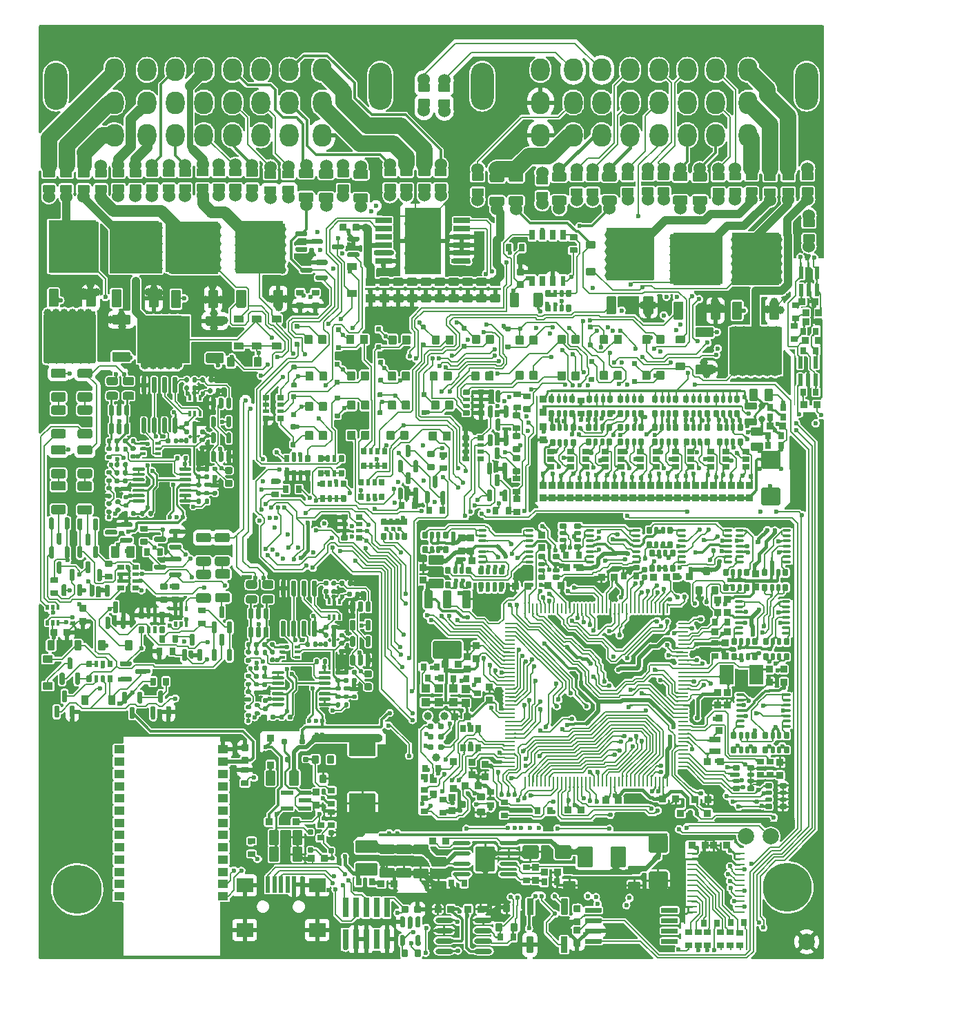
<source format=gtl>
G75*
G70*
%OFA0B0*%
%FSLAX25Y25*%
%IPPOS*%
%LPD*%
%AMOC8*
5,1,8,0,0,1.08239X$1,22.5*
%
%AMM111*
21,1,0.070870,0.036220,-0.000000,0.000000,90.000000*
21,1,0.061810,0.045280,-0.000000,0.000000,90.000000*
1,1,0.009060,0.018110,0.030910*
1,1,0.009060,0.018110,-0.030910*
1,1,0.009060,-0.018110,-0.030910*
1,1,0.009060,-0.018110,0.030910*
%
%AMM112*
21,1,0.033470,0.026770,-0.000000,0.000000,270.000000*
21,1,0.026770,0.033470,-0.000000,0.000000,270.000000*
1,1,0.006690,-0.013390,-0.013390*
1,1,0.006690,-0.013390,0.013390*
1,1,0.006690,0.013390,0.013390*
1,1,0.006690,0.013390,-0.013390*
%
%AMM113*
21,1,0.035430,0.030320,-0.000000,0.000000,180.000000*
21,1,0.028350,0.037400,-0.000000,0.000000,180.000000*
1,1,0.007090,-0.014170,0.015160*
1,1,0.007090,0.014170,0.015160*
1,1,0.007090,0.014170,-0.015160*
1,1,0.007090,-0.014170,-0.015160*
%
%AMM114*
21,1,0.021650,0.052760,-0.000000,0.000000,90.000000*
21,1,0.017320,0.057090,-0.000000,0.000000,90.000000*
1,1,0.004330,0.026380,0.008660*
1,1,0.004330,0.026380,-0.008660*
1,1,0.004330,-0.026380,-0.008660*
1,1,0.004330,-0.026380,0.008660*
%
%AMM115*
21,1,0.094490,0.111020,-0.000000,0.000000,270.000000*
21,1,0.075590,0.129920,-0.000000,0.000000,270.000000*
1,1,0.018900,-0.055510,-0.037800*
1,1,0.018900,-0.055510,0.037800*
1,1,0.018900,0.055510,0.037800*
1,1,0.018900,0.055510,-0.037800*
%
%AMM116*
21,1,0.023620,0.018900,-0.000000,0.000000,0.000000*
21,1,0.018900,0.023620,-0.000000,0.000000,0.000000*
1,1,0.004720,0.009450,-0.009450*
1,1,0.004720,-0.009450,-0.009450*
1,1,0.004720,-0.009450,0.009450*
1,1,0.004720,0.009450,0.009450*
%
%AMM117*
21,1,0.035830,0.026770,-0.000000,0.000000,90.000000*
21,1,0.029130,0.033470,-0.000000,0.000000,90.000000*
1,1,0.006690,0.013390,0.014570*
1,1,0.006690,0.013390,-0.014570*
1,1,0.006690,-0.013390,-0.014570*
1,1,0.006690,-0.013390,0.014570*
%
%AMM118*
21,1,0.023620,0.018900,-0.000000,0.000000,270.000000*
21,1,0.018900,0.023620,-0.000000,0.000000,270.000000*
1,1,0.004720,-0.009450,-0.009450*
1,1,0.004720,-0.009450,0.009450*
1,1,0.004720,0.009450,0.009450*
1,1,0.004720,0.009450,-0.009450*
%
%AMM119*
21,1,0.027560,0.030710,-0.000000,0.000000,90.000000*
21,1,0.022050,0.036220,-0.000000,0.000000,90.000000*
1,1,0.005510,0.015350,0.011020*
1,1,0.005510,0.015350,-0.011020*
1,1,0.005510,-0.015350,-0.011020*
1,1,0.005510,-0.015350,0.011020*
%
%AMM120*
21,1,0.033470,0.026770,-0.000000,0.000000,180.000000*
21,1,0.026770,0.033470,-0.000000,0.000000,180.000000*
1,1,0.006690,-0.013390,0.013390*
1,1,0.006690,0.013390,0.013390*
1,1,0.006690,0.013390,-0.013390*
1,1,0.006690,-0.013390,-0.013390*
%
%AMM121*
21,1,0.035830,0.026770,-0.000000,0.000000,180.000000*
21,1,0.029130,0.033470,-0.000000,0.000000,180.000000*
1,1,0.006690,-0.014570,0.013390*
1,1,0.006690,0.014570,0.013390*
1,1,0.006690,0.014570,-0.013390*
1,1,0.006690,-0.014570,-0.013390*
%
%AMM122*
21,1,0.047240,0.015750,-0.000000,0.000000,225.000000*
1,1,0.015750,0.016700,0.016700*
1,1,0.015750,-0.016700,-0.016700*
%
%AMM137*
21,1,0.027560,0.030710,-0.000000,0.000000,270.000000*
21,1,0.022050,0.036220,-0.000000,0.000000,270.000000*
1,1,0.005510,-0.015350,-0.011020*
1,1,0.005510,-0.015350,0.011020*
1,1,0.005510,0.015350,0.011020*
1,1,0.005510,0.015350,-0.011020*
%
%AMM138*
21,1,0.033470,0.026770,-0.000000,0.000000,0.000000*
21,1,0.026770,0.033470,-0.000000,0.000000,0.000000*
1,1,0.006690,0.013390,-0.013390*
1,1,0.006690,-0.013390,-0.013390*
1,1,0.006690,-0.013390,0.013390*
1,1,0.006690,0.013390,0.013390*
%
%AMM154*
21,1,0.039370,0.049210,-0.000000,-0.000000,270.000000*
21,1,0.031500,0.057090,-0.000000,-0.000000,270.000000*
1,1,0.007870,-0.024610,-0.015750*
1,1,0.007870,-0.024610,0.015750*
1,1,0.007870,0.024610,0.015750*
1,1,0.007870,0.024610,-0.015750*
%
%AMM155*
21,1,0.106300,0.050390,-0.000000,-0.000000,180.000000*
21,1,0.093700,0.062990,-0.000000,-0.000000,180.000000*
1,1,0.012600,-0.046850,0.025200*
1,1,0.012600,0.046850,0.025200*
1,1,0.012600,0.046850,-0.025200*
1,1,0.012600,-0.046850,-0.025200*
%
%AMM156*
21,1,0.074800,0.083460,-0.000000,-0.000000,0.000000*
21,1,0.059840,0.098430,-0.000000,-0.000000,0.000000*
1,1,0.014960,0.029920,-0.041730*
1,1,0.014960,-0.029920,-0.041730*
1,1,0.014960,-0.029920,0.041730*
1,1,0.014960,0.029920,0.041730*
%
%AMM157*
21,1,0.027560,0.030710,-0.000000,-0.000000,0.000000*
21,1,0.022050,0.036220,-0.000000,-0.000000,0.000000*
1,1,0.005510,0.011020,-0.015350*
1,1,0.005510,-0.011020,-0.015350*
1,1,0.005510,-0.011020,0.015350*
1,1,0.005510,0.011020,0.015350*
%
%AMM158*
21,1,0.033470,0.026770,-0.000000,-0.000000,0.000000*
21,1,0.026770,0.033470,-0.000000,-0.000000,0.000000*
1,1,0.006690,0.013390,-0.013390*
1,1,0.006690,-0.013390,-0.013390*
1,1,0.006690,-0.013390,0.013390*
1,1,0.006690,0.013390,0.013390*
%
%AMM159*
21,1,0.033470,0.026770,-0.000000,-0.000000,90.000000*
21,1,0.026770,0.033470,-0.000000,-0.000000,90.000000*
1,1,0.006690,0.013390,0.013390*
1,1,0.006690,0.013390,-0.013390*
1,1,0.006690,-0.013390,-0.013390*
1,1,0.006690,-0.013390,0.013390*
%
%AMM160*
21,1,0.122050,0.075590,-0.000000,-0.000000,90.000000*
21,1,0.103150,0.094490,-0.000000,-0.000000,90.000000*
1,1,0.018900,0.037800,0.051580*
1,1,0.018900,0.037800,-0.051580*
1,1,0.018900,-0.037800,-0.051580*
1,1,0.018900,-0.037800,0.051580*
%
%AMM161*
21,1,0.078740,0.053540,-0.000000,-0.000000,0.000000*
21,1,0.065350,0.066930,-0.000000,-0.000000,0.000000*
1,1,0.013390,0.032680,-0.026770*
1,1,0.013390,-0.032680,-0.026770*
1,1,0.013390,-0.032680,0.026770*
1,1,0.013390,0.032680,0.026770*
%
%AMM162*
21,1,0.070870,0.036220,-0.000000,-0.000000,0.000000*
21,1,0.061810,0.045280,-0.000000,-0.000000,0.000000*
1,1,0.009060,0.030910,-0.018110*
1,1,0.009060,-0.030910,-0.018110*
1,1,0.009060,-0.030910,0.018110*
1,1,0.009060,0.030910,0.018110*
%
%AMM163*
21,1,0.086610,0.073230,-0.000000,-0.000000,270.000000*
21,1,0.069290,0.090550,-0.000000,-0.000000,270.000000*
1,1,0.017320,-0.036610,-0.034650*
1,1,0.017320,-0.036610,0.034650*
1,1,0.017320,0.036610,0.034650*
1,1,0.017320,0.036610,-0.034650*
%
%AMM164*
21,1,0.027560,0.030710,-0.000000,-0.000000,270.000000*
21,1,0.022050,0.036220,-0.000000,-0.000000,270.000000*
1,1,0.005510,-0.015350,-0.011020*
1,1,0.005510,-0.015350,0.011020*
1,1,0.005510,0.015350,0.011020*
1,1,0.005510,0.015350,-0.011020*
%
%AMM195*
21,1,0.035430,0.050000,-0.000000,-0.000000,90.000000*
21,1,0.028350,0.057090,-0.000000,-0.000000,90.000000*
1,1,0.007090,0.025000,0.014170*
1,1,0.007090,0.025000,-0.014170*
1,1,0.007090,-0.025000,-0.014170*
1,1,0.007090,-0.025000,0.014170*
%
%AMM196*
21,1,0.086610,0.073230,-0.000000,-0.000000,90.000000*
21,1,0.069290,0.090550,-0.000000,-0.000000,90.000000*
1,1,0.017320,0.036610,0.034650*
1,1,0.017320,0.036610,-0.034650*
1,1,0.017320,-0.036610,-0.034650*
1,1,0.017320,-0.036610,0.034650*
%
%AMM197*
21,1,0.039370,0.049210,-0.000000,-0.000000,0.000000*
21,1,0.031500,0.057090,-0.000000,-0.000000,0.000000*
1,1,0.007870,0.015750,-0.024610*
1,1,0.007870,-0.015750,-0.024610*
1,1,0.007870,-0.015750,0.024610*
1,1,0.007870,0.015750,0.024610*
%
%AMM198*
21,1,0.023620,0.030710,-0.000000,-0.000000,270.000000*
21,1,0.018900,0.035430,-0.000000,-0.000000,270.000000*
1,1,0.004720,-0.015350,-0.009450*
1,1,0.004720,-0.015350,0.009450*
1,1,0.004720,0.015350,0.009450*
1,1,0.004720,0.015350,-0.009450*
%
%AMM199*
21,1,0.025590,0.026380,-0.000000,-0.000000,180.000000*
21,1,0.020470,0.031500,-0.000000,-0.000000,180.000000*
1,1,0.005120,-0.010240,0.013190*
1,1,0.005120,0.010240,0.013190*
1,1,0.005120,0.010240,-0.013190*
1,1,0.005120,-0.010240,-0.013190*
%
%AMM200*
21,1,0.017720,0.027950,-0.000000,-0.000000,180.000000*
21,1,0.014170,0.031500,-0.000000,-0.000000,180.000000*
1,1,0.003540,-0.007090,0.013980*
1,1,0.003540,0.007090,0.013980*
1,1,0.003540,0.007090,-0.013980*
1,1,0.003540,-0.007090,-0.013980*
%
%AMM201*
21,1,0.027560,0.030710,-0.000000,-0.000000,180.000000*
21,1,0.022050,0.036220,-0.000000,-0.000000,180.000000*
1,1,0.005510,-0.011020,0.015350*
1,1,0.005510,0.011020,0.015350*
1,1,0.005510,0.011020,-0.015350*
1,1,0.005510,-0.011020,-0.015350*
%
%AMM202*
21,1,0.007870,0.503940,-0.000000,-0.000000,0.000000*
21,1,0.000000,0.511810,-0.000000,-0.000000,0.000000*
1,1,0.007870,-0.000000,-0.251970*
1,1,0.007870,-0.000000,-0.251970*
1,1,0.007870,-0.000000,0.251970*
1,1,0.007870,-0.000000,0.251970*
%
%AMM203*
21,1,0.009840,0.919290,-0.000000,-0.000000,90.000000*
21,1,0.000000,0.929130,-0.000000,-0.000000,90.000000*
1,1,0.009840,0.459650,-0.000000*
1,1,0.009840,0.459650,-0.000000*
1,1,0.009840,-0.459650,-0.000000*
1,1,0.009840,-0.459650,-0.000000*
%
%AMM204*
21,1,0.007870,0.041340,-0.000000,-0.000000,180.000000*
21,1,0.000000,0.049210,-0.000000,-0.000000,180.000000*
1,1,0.007870,-0.000000,0.020670*
1,1,0.007870,-0.000000,0.020670*
1,1,0.007870,-0.000000,-0.020670*
1,1,0.007870,-0.000000,-0.020670*
%
%AMM216*
21,1,0.027560,0.030710,-0.000000,0.000000,0.000000*
21,1,0.022050,0.036220,-0.000000,0.000000,0.000000*
1,1,0.005510,0.011020,-0.015350*
1,1,0.005510,-0.011020,-0.015350*
1,1,0.005510,-0.011020,0.015350*
1,1,0.005510,0.011020,0.015350*
%
%AMM259*
21,1,0.070870,0.036220,-0.000000,-0.000000,180.000000*
21,1,0.061810,0.045280,-0.000000,-0.000000,180.000000*
1,1,0.009060,-0.030910,0.018110*
1,1,0.009060,0.030910,0.018110*
1,1,0.009060,0.030910,-0.018110*
1,1,0.009060,-0.030910,-0.018110*
%
%AMM260*
21,1,0.027560,0.030710,-0.000000,-0.000000,90.000000*
21,1,0.022050,0.036220,-0.000000,-0.000000,90.000000*
1,1,0.005510,0.015350,0.011020*
1,1,0.005510,0.015350,-0.011020*
1,1,0.005510,-0.015350,-0.011020*
1,1,0.005510,-0.015350,0.011020*
%
%AMM261*
21,1,0.033470,0.026770,-0.000000,-0.000000,270.000000*
21,1,0.026770,0.033470,-0.000000,-0.000000,270.000000*
1,1,0.006690,-0.013390,-0.013390*
1,1,0.006690,-0.013390,0.013390*
1,1,0.006690,0.013390,0.013390*
1,1,0.006690,0.013390,-0.013390*
%
%AMM262*
21,1,0.023620,0.030710,-0.000000,-0.000000,0.000000*
21,1,0.018900,0.035430,-0.000000,-0.000000,0.000000*
1,1,0.004720,0.009450,-0.015350*
1,1,0.004720,-0.009450,-0.015350*
1,1,0.004720,-0.009450,0.015350*
1,1,0.004720,0.009450,0.015350*
%
%AMM263*
21,1,0.027560,0.018900,-0.000000,-0.000000,0.000000*
21,1,0.022840,0.023620,-0.000000,-0.000000,0.000000*
1,1,0.004720,0.011420,-0.009450*
1,1,0.004720,-0.011420,-0.009450*
1,1,0.004720,-0.011420,0.009450*
1,1,0.004720,0.011420,0.009450*
%
%AMM264*
21,1,0.137800,0.067720,-0.000000,-0.000000,180.000000*
21,1,0.120870,0.084650,-0.000000,-0.000000,180.000000*
1,1,0.016930,-0.060430,0.033860*
1,1,0.016930,0.060430,0.033860*
1,1,0.016930,0.060430,-0.033860*
1,1,0.016930,-0.060430,-0.033860*
%
%AMM265*
21,1,0.043310,0.075980,-0.000000,-0.000000,180.000000*
21,1,0.034650,0.084650,-0.000000,-0.000000,180.000000*
1,1,0.008660,-0.017320,0.037990*
1,1,0.008660,0.017320,0.037990*
1,1,0.008660,0.017320,-0.037990*
1,1,0.008660,-0.017320,-0.037990*
%
%AMM266*
21,1,0.043310,0.075990,-0.000000,-0.000000,180.000000*
21,1,0.034650,0.084650,-0.000000,-0.000000,180.000000*
1,1,0.008660,-0.017320,0.037990*
1,1,0.008660,0.017320,0.037990*
1,1,0.008660,0.017320,-0.037990*
1,1,0.008660,-0.017320,-0.037990*
%
%AMM267*
21,1,0.039370,0.035430,-0.000000,-0.000000,90.000000*
21,1,0.031500,0.043310,-0.000000,-0.000000,90.000000*
1,1,0.007870,0.017720,0.015750*
1,1,0.007870,0.017720,-0.015750*
1,1,0.007870,-0.017720,-0.015750*
1,1,0.007870,-0.017720,0.015750*
%
%AMM268*
21,1,0.035430,0.030320,-0.000000,-0.000000,90.000000*
21,1,0.028350,0.037400,-0.000000,-0.000000,90.000000*
1,1,0.007090,0.015160,0.014170*
1,1,0.007090,0.015160,-0.014170*
1,1,0.007090,-0.015160,-0.014170*
1,1,0.007090,-0.015160,0.014170*
%
%AMM269*
21,1,0.035830,0.026770,-0.000000,-0.000000,90.000000*
21,1,0.029130,0.033470,-0.000000,-0.000000,90.000000*
1,1,0.006690,0.013390,0.014570*
1,1,0.006690,0.013390,-0.014570*
1,1,0.006690,-0.013390,-0.014570*
1,1,0.006690,-0.013390,0.014570*
%
%AMM270*
21,1,0.035430,0.030320,-0.000000,-0.000000,0.000000*
21,1,0.028350,0.037400,-0.000000,-0.000000,0.000000*
1,1,0.007090,0.014170,-0.015160*
1,1,0.007090,-0.014170,-0.015160*
1,1,0.007090,-0.014170,0.015160*
1,1,0.007090,0.014170,0.015160*
%
%AMM271*
21,1,0.025590,0.026380,-0.000000,-0.000000,90.000000*
21,1,0.020470,0.031500,-0.000000,-0.000000,90.000000*
1,1,0.005120,0.013190,0.010240*
1,1,0.005120,0.013190,-0.010240*
1,1,0.005120,-0.013190,-0.010240*
1,1,0.005120,-0.013190,0.010240*
%
%AMM272*
21,1,0.017720,0.027950,-0.000000,-0.000000,90.000000*
21,1,0.014170,0.031500,-0.000000,-0.000000,90.000000*
1,1,0.003540,0.013980,0.007090*
1,1,0.003540,0.013980,-0.007090*
1,1,0.003540,-0.013980,-0.007090*
1,1,0.003540,-0.013980,0.007090*
%
%AMM273*
21,1,0.027560,0.049610,-0.000000,-0.000000,90.000000*
21,1,0.022050,0.055120,-0.000000,-0.000000,90.000000*
1,1,0.005510,0.024800,0.011020*
1,1,0.005510,0.024800,-0.011020*
1,1,0.005510,-0.024800,-0.011020*
1,1,0.005510,-0.024800,0.011020*
%
%AMM274*
21,1,0.035830,0.026770,-0.000000,-0.000000,0.000000*
21,1,0.029130,0.033470,-0.000000,-0.000000,0.000000*
1,1,0.006690,0.014570,-0.013390*
1,1,0.006690,-0.014570,-0.013390*
1,1,0.006690,-0.014570,0.013390*
1,1,0.006690,0.014570,0.013390*
%
%AMM275*
21,1,0.007870,0.029130,-0.000000,-0.000000,45.000000*
21,1,0.000000,0.037010,-0.000000,-0.000000,45.000000*
1,1,0.007870,0.010300,-0.010300*
1,1,0.007870,0.010300,-0.010300*
1,1,0.007870,-0.010300,0.010300*
1,1,0.007870,-0.010300,0.010300*
%
%AMM276*
21,1,0.007870,0.014960,-0.000000,-0.000000,315.000000*
21,1,0.000000,0.022840,-0.000000,-0.000000,315.000000*
1,1,0.007870,-0.005290,-0.005290*
1,1,0.007870,-0.005290,-0.005290*
1,1,0.007870,0.005290,0.005290*
1,1,0.007870,0.005290,0.005290*
%
%AMM277*
21,1,0.007870,0.013780,-0.000000,-0.000000,225.000000*
21,1,0.000000,0.021650,-0.000000,-0.000000,225.000000*
1,1,0.007870,-0.004870,0.004870*
1,1,0.007870,-0.004870,0.004870*
1,1,0.007870,0.004870,-0.004870*
1,1,0.007870,0.004870,-0.004870*
%
%AMM278*
21,1,0.007870,0.039370,-0.000000,-0.000000,225.000000*
21,1,0.000000,0.047240,-0.000000,-0.000000,225.000000*
1,1,0.007870,-0.013920,0.013920*
1,1,0.007870,-0.013920,0.013920*
1,1,0.007870,0.013920,-0.013920*
1,1,0.007870,0.013920,-0.013920*
%
%AMM279*
21,1,0.007870,0.055120,-0.000000,-0.000000,90.000000*
21,1,0.000000,0.062990,-0.000000,-0.000000,90.000000*
1,1,0.007870,0.027560,-0.000000*
1,1,0.007870,0.027560,-0.000000*
1,1,0.007870,-0.027560,-0.000000*
1,1,0.007870,-0.027560,-0.000000*
%
%AMM280*
21,1,0.007870,0.023620,-0.000000,-0.000000,135.000000*
21,1,0.000000,0.031500,-0.000000,-0.000000,135.000000*
1,1,0.007870,0.008350,0.008350*
1,1,0.007870,0.008350,0.008350*
1,1,0.007870,-0.008350,-0.008350*
1,1,0.007870,-0.008350,-0.008350*
%
%AMM281*
21,1,0.007870,1.704720,-0.000000,-0.000000,90.000000*
21,1,0.000000,1.712600,-0.000000,-0.000000,90.000000*
1,1,0.007870,0.852360,-0.000000*
1,1,0.007870,0.852360,-0.000000*
1,1,0.007870,-0.852360,-0.000000*
1,1,0.007870,-0.852360,-0.000000*
%
%AMM282*
21,1,0.007870,1.405510,-0.000000,-0.000000,0.000000*
21,1,0.000000,1.413390,-0.000000,-0.000000,0.000000*
1,1,0.007870,-0.000000,-0.702760*
1,1,0.007870,-0.000000,-0.702760*
1,1,0.007870,-0.000000,0.702760*
1,1,0.007870,-0.000000,0.702760*
%
%AMM283*
21,1,0.007870,1.787400,-0.000000,-0.000000,90.000000*
21,1,0.000000,1.795280,-0.000000,-0.000000,90.000000*
1,1,0.007870,0.893700,-0.000000*
1,1,0.007870,0.893700,-0.000000*
1,1,0.007870,-0.893700,-0.000000*
1,1,0.007870,-0.893700,-0.000000*
%
%AMM284*
21,1,0.007870,1.416930,-0.000000,-0.000000,0.000000*
21,1,0.000000,1.424800,-0.000000,-0.000000,0.000000*
1,1,0.007870,-0.000000,-0.708470*
1,1,0.007870,-0.000000,-0.708470*
1,1,0.007870,-0.000000,0.708470*
1,1,0.007870,-0.000000,0.708470*
%
%AMM285*
21,1,0.009840,0.017720,-0.000000,-0.000000,0.000000*
21,1,0.000000,0.027560,-0.000000,-0.000000,0.000000*
1,1,0.009840,-0.000000,-0.008860*
1,1,0.009840,-0.000000,-0.008860*
1,1,0.009840,-0.000000,0.008860*
1,1,0.009840,-0.000000,0.008860*
%
%AMM308*
21,1,0.033470,0.026770,-0.000000,-0.000000,180.000000*
21,1,0.026770,0.033470,-0.000000,-0.000000,180.000000*
1,1,0.006690,-0.013390,0.013390*
1,1,0.006690,0.013390,0.013390*
1,1,0.006690,0.013390,-0.013390*
1,1,0.006690,-0.013390,-0.013390*
%
%AMM310*
21,1,0.021650,0.052760,-0.000000,0.000000,0.000000*
21,1,0.017320,0.057090,-0.000000,0.000000,0.000000*
1,1,0.004330,0.008660,-0.026380*
1,1,0.004330,-0.008660,-0.026380*
1,1,0.004330,-0.008660,0.026380*
1,1,0.004330,0.008660,0.026380*
%
%AMM44*
21,1,0.033470,0.026770,0.000000,0.000000,0.000000*
21,1,0.026770,0.033470,0.000000,0.000000,0.000000*
1,1,0.006690,0.013390,-0.013390*
1,1,0.006690,-0.013390,-0.013390*
1,1,0.006690,-0.013390,0.013390*
1,1,0.006690,0.013390,0.013390*
%
%AMM45*
21,1,0.027560,0.030710,0.000000,0.000000,270.000000*
21,1,0.022050,0.036220,0.000000,0.000000,270.000000*
1,1,0.005510,-0.015350,-0.011020*
1,1,0.005510,-0.015350,0.011020*
1,1,0.005510,0.015350,0.011020*
1,1,0.005510,0.015350,-0.011020*
%
%AMM46*
21,1,0.015750,0.009840,0.000000,0.000000,45.000000*
1,1,0.009840,-0.005570,-0.005570*
1,1,0.009840,0.005570,0.005570*
%
%AMM9*
21,1,0.027560,0.030710,0.000000,0.000000,0.000000*
21,1,0.022050,0.036220,0.000000,0.000000,0.000000*
1,1,0.005510,0.011020,-0.015350*
1,1,0.005510,-0.011020,-0.015350*
1,1,0.005510,-0.011020,0.015350*
1,1,0.005510,0.011020,0.015350*
%
%ADD10O,0.00984X0.40157*%
%ADD103O,0.03937X0.01968*%
%ADD109C,0.01968*%
%ADD11O,0.22835X0.00984*%
%ADD12O,0.00787X0.01575*%
%ADD129O,0.08661X0.01968*%
%ADD13C,0.02362*%
%ADD135O,0.01968X0.03937*%
%ADD136O,0.01968X0.11811*%
%ADD137O,0.01575X0.28347*%
%ADD14C,0.06000*%
%ADD15C,0.23622*%
%ADD150R,0.02559X0.01575*%
%ADD157R,0.01575X0.02559*%
%ADD159O,0.04961X0.00984*%
%ADD16C,0.07874*%
%ADD160M44*%
%ADD161M45*%
%ADD162M46*%
%ADD163O,0.00984X0.40158*%
%ADD17R,0.22835X0.25197*%
%ADD18O,0.11024X0.22835*%
%ADD19O,0.09055X0.11024*%
%ADD190O,0.05118X0.00866*%
%ADD191O,0.00866X0.05118*%
%ADD196O,0.04331X0.01181*%
%ADD199R,0.06693X0.09449*%
%ADD20R,0.01969X0.07874*%
%ADD21R,0.07874X0.06693*%
%ADD217R,0.01968X0.01968*%
%ADD218C,0.03100*%
%ADD219C,0.03900*%
%ADD22R,0.25197X0.22835*%
%ADD23R,0.07874X0.02559*%
%ADD24R,0.17717X0.31890*%
%ADD244O,0.08661X0.02362*%
%ADD245O,0.01968X0.00984*%
%ADD246O,0.00984X0.01968*%
%ADD25O,0.00984X0.01969*%
%ADD252M111*%
%ADD253M112*%
%ADD254M113*%
%ADD255M114*%
%ADD256M115*%
%ADD257M116*%
%ADD258M117*%
%ADD259M118*%
%ADD26O,0.00787X0.22323*%
%ADD260M119*%
%ADD261M120*%
%ADD262M121*%
%ADD263O,0.34429X0.03937*%
%ADD264O,0.36221X0.00787*%
%ADD265O,0.01968X0.00787*%
%ADD266M122*%
%ADD27O,0.43701X0.00787*%
%ADD28O,0.01969X0.00984*%
%ADD282M137*%
%ADD283M138*%
%ADD29O,0.00787X0.26772*%
%ADD30O,0.38583X0.01575*%
%ADD307M154*%
%ADD308M155*%
%ADD309M156*%
%ADD31O,0.01969X0.03937*%
%ADD310M157*%
%ADD311M158*%
%ADD312M159*%
%ADD313M160*%
%ADD314M161*%
%ADD315M162*%
%ADD316M163*%
%ADD317M164*%
%ADD32O,0.34428X0.03937*%
%ADD33O,0.01575X0.35433*%
%ADD34O,0.21260X0.01575*%
%ADD348M195*%
%ADD349M196*%
%ADD35O,0.00787X0.25591*%
%ADD350M197*%
%ADD351M198*%
%ADD352M199*%
%ADD353M200*%
%ADD354M201*%
%ADD355M202*%
%ADD356M203*%
%ADD357M204*%
%ADD36O,0.00787X0.54331*%
%ADD369M216*%
%ADD37O,0.01969X0.00787*%
%ADD38O,0.36220X0.00787*%
%ADD39R,0.00984X0.71654*%
%ADD40R,0.25591X0.00984*%
%ADD41R,0.25394X0.00984*%
%ADD416M259*%
%ADD417M260*%
%ADD418M261*%
%ADD419M262*%
%ADD42R,0.04921X0.00984*%
%ADD420M263*%
%ADD421M264*%
%ADD422M265*%
%ADD423M266*%
%ADD424M267*%
%ADD425M268*%
%ADD426M269*%
%ADD427M270*%
%ADD428M271*%
%ADD429M272*%
%ADD43R,0.53740X0.00984*%
%ADD430M273*%
%ADD431M274*%
%ADD432M275*%
%ADD433M276*%
%ADD434M277*%
%ADD435M278*%
%ADD436M279*%
%ADD437M280*%
%ADD438M281*%
%ADD439M282*%
%ADD44R,0.01378X0.00984*%
%ADD440M283*%
%ADD441M284*%
%ADD442M285*%
%ADD45R,0.02559X0.05157*%
%ADD46R,0.02362X0.05157*%
%ADD47R,0.05906X0.05217*%
%ADD471M308*%
%ADD473M310*%
%ADD48R,0.05118X0.03937*%
%ADD49O,0.19685X0.01575*%
%ADD50O,0.01575X0.28346*%
%ADD51O,1.18110X0.01575*%
%ADD52O,0.03937X0.01969*%
%ADD53O,0.00787X0.12205*%
%ADD54O,0.01969X0.11811*%
%ADD55O,1.39370X0.01575*%
%ADD56R,0.02913X0.09449*%
%ADD57C,0.03937*%
%ADD58C,0.05906*%
%ADD59C,0.00787*%
%ADD60C,0.01575*%
%ADD61C,0.00800*%
%ADD62C,0.01969*%
%ADD63C,0.01181*%
%ADD64C,0.05512*%
%ADD65C,0.05118*%
%ADD66C,0.07087*%
%ADD67C,0.03150*%
%ADD68C,0.04724*%
%ADD77C,0.00984*%
%ADD97M9*%
X0000000Y0000000D02*
%LPD*%
G01*
G36*
G01*
X0261772Y0022854D02*
X0259094Y0022854D01*
G75*
G02*
X0258760Y0023189I0000000J0000335D01*
G01*
X0258760Y0025866D01*
G75*
G02*
X0259094Y0026201I0000335J0000000D01*
G01*
X0261772Y0026201D01*
G75*
G02*
X0262106Y0025866I0000000J-000335D01*
G01*
X0262106Y0023189D01*
G75*
G02*
X0261772Y0022854I-000335J0000000D01*
G01*
G37*
G36*
G01*
X0261772Y0016634D02*
X0259094Y0016634D01*
G75*
G02*
X0258760Y0016968I0000000J0000335D01*
G01*
X0258760Y0019646D01*
G75*
G02*
X0259094Y0019980I0000335J0000000D01*
G01*
X0261772Y0019980D01*
G75*
G02*
X0262106Y0019646I0000000J-000335D01*
G01*
X0262106Y0016968D01*
G75*
G02*
X0261772Y0016634I-000335J0000000D01*
G01*
G37*
G36*
G01*
X0035236Y0194390D02*
X0035236Y0199311D01*
G75*
G02*
X0035630Y0199705I0000394J0000000D01*
G01*
X0038780Y0199705D01*
G75*
G02*
X0039173Y0199311I0000000J-000394D01*
G01*
X0039173Y0194390D01*
G75*
G02*
X0038780Y0193996I-000394J0000000D01*
G01*
X0035630Y0193996D01*
G75*
G02*
X0035236Y0194390I0000000J0000394D01*
G01*
G37*
G36*
G01*
X0042717Y0194390D02*
X0042717Y0199311D01*
G75*
G02*
X0043110Y0199705I0000394J0000000D01*
G01*
X0046260Y0199705D01*
G75*
G02*
X0046654Y0199311I0000000J-000394D01*
G01*
X0046654Y0194390D01*
G75*
G02*
X0046260Y0193996I-000394J0000000D01*
G01*
X0043110Y0193996D01*
G75*
G02*
X0042717Y0194390I0000000J0000394D01*
G01*
G37*
D10*
X0312126Y0037402D03*
D11*
X0324379Y0058071D03*
G36*
G01*
X0311811Y0056576D02*
X0311811Y0056576D01*
G75*
G02*
X0311811Y0057272I0000348J0000348D01*
G01*
X0312925Y0058385D01*
G75*
G02*
X0313621Y0058385I0000348J-000348D01*
G01*
X0313621Y0058385D01*
G75*
G02*
X0313621Y0057689I-000348J-000348D01*
G01*
X0312507Y0056576D01*
G75*
G02*
X0311811Y0056576I-000348J0000348D01*
G01*
G37*
D12*
X0342145Y0005415D03*
X0339153Y0005415D03*
X0334527Y0005415D03*
X0329901Y0005415D03*
X0326594Y0005415D03*
X0323641Y0005415D03*
X0319015Y0005415D03*
X0314389Y0005415D03*
D13*
X0334232Y0045177D03*
X0341456Y0043504D03*
X0333385Y0041339D03*
X0334232Y0037894D03*
X0334527Y0034547D03*
X0341456Y0033268D03*
X0336299Y0028150D03*
X0341456Y0025591D03*
X0318129Y0053839D03*
X0334173Y0052657D03*
G36*
G01*
X0098858Y0294508D02*
X0094843Y0294508D01*
G75*
G02*
X0094488Y0294862I0000000J0000354D01*
G01*
X0094488Y0297697D01*
G75*
G02*
X0094843Y0298051I0000354J0000000D01*
G01*
X0098858Y0298051D01*
G75*
G02*
X0099213Y0297697I0000000J-000354D01*
G01*
X0099213Y0294862D01*
G75*
G02*
X0098858Y0294508I-000354J0000000D01*
G01*
G37*
G36*
G01*
X0098858Y0307500D02*
X0094843Y0307500D01*
G75*
G02*
X0094488Y0307854I0000000J0000354D01*
G01*
X0094488Y0310689D01*
G75*
G02*
X0094843Y0311043I0000354J0000000D01*
G01*
X0098858Y0311043D01*
G75*
G02*
X0099213Y0310689I0000000J-000354D01*
G01*
X0099213Y0307854D01*
G75*
G02*
X0098858Y0307500I-000354J0000000D01*
G01*
G37*
G36*
G01*
X0304626Y0368898D02*
X0299705Y0368898D01*
G75*
G02*
X0299311Y0369291I0000000J0000394D01*
G01*
X0299311Y0372441D01*
G75*
G02*
X0299705Y0372835I0000394J0000000D01*
G01*
X0304626Y0372835D01*
G75*
G02*
X0305020Y0372441I0000000J-000394D01*
G01*
X0305020Y0369291D01*
G75*
G02*
X0304626Y0368898I-000394J0000000D01*
G01*
G37*
D14*
X0302165Y0367106D03*
G36*
G01*
X0304626Y0376378D02*
X0299705Y0376378D01*
G75*
G02*
X0299311Y0376772I0000000J0000394D01*
G01*
X0299311Y0379921D01*
G75*
G02*
X0299705Y0380315I0000394J0000000D01*
G01*
X0304626Y0380315D01*
G75*
G02*
X0305020Y0379921I0000000J-000394D01*
G01*
X0305020Y0376772D01*
G75*
G02*
X0304626Y0376378I-000394J0000000D01*
G01*
G37*
X0302165Y0382106D03*
G36*
G01*
X0049646Y0209449D02*
X0052717Y0209449D01*
G75*
G02*
X0052992Y0209173I0000000J-000276D01*
G01*
X0052992Y0206969D01*
G75*
G02*
X0052717Y0206693I-000276J0000000D01*
G01*
X0049646Y0206693D01*
G75*
G02*
X0049370Y0206969I0000000J0000276D01*
G01*
X0049370Y0209173D01*
G75*
G02*
X0049646Y0209449I0000276J0000000D01*
G01*
G37*
G36*
G01*
X0049646Y0203150D02*
X0052717Y0203150D01*
G75*
G02*
X0052992Y0202874I0000000J-000276D01*
G01*
X0052992Y0200669D01*
G75*
G02*
X0052717Y0200394I-000276J0000000D01*
G01*
X0049646Y0200394D01*
G75*
G02*
X0049370Y0200669I0000000J0000276D01*
G01*
X0049370Y0202874D01*
G75*
G02*
X0049646Y0203150I0000276J0000000D01*
G01*
G37*
G36*
G01*
X0101614Y0058661D02*
X0104685Y0058661D01*
G75*
G02*
X0104961Y0058386I0000000J-000276D01*
G01*
X0104961Y0056181D01*
G75*
G02*
X0104685Y0055906I-000276J0000000D01*
G01*
X0101614Y0055906D01*
G75*
G02*
X0101339Y0056181I0000000J0000276D01*
G01*
X0101339Y0058386D01*
G75*
G02*
X0101614Y0058661I0000276J0000000D01*
G01*
G37*
G36*
G01*
X0101614Y0052362D02*
X0104685Y0052362D01*
G75*
G02*
X0104961Y0052087I0000000J-000276D01*
G01*
X0104961Y0049882D01*
G75*
G02*
X0104685Y0049606I-000276J0000000D01*
G01*
X0101614Y0049606D01*
G75*
G02*
X0101339Y0049882I0000000J0000276D01*
G01*
X0101339Y0052087D01*
G75*
G02*
X0101614Y0052362I0000276J0000000D01*
G01*
G37*
G36*
G01*
X0136220Y0221319D02*
X0136220Y0223957D01*
G75*
G02*
X0136476Y0224213I0000256J0000000D01*
G01*
X0138524Y0224213D01*
G75*
G02*
X0138780Y0223957I0000000J-000256D01*
G01*
X0138780Y0221319D01*
G75*
G02*
X0138524Y0221063I-000256J0000000D01*
G01*
X0136476Y0221063D01*
G75*
G02*
X0136220Y0221319I0000000J0000256D01*
G01*
G37*
G36*
G01*
X0140059Y0221240D02*
X0140059Y0224035D01*
G75*
G02*
X0140236Y0224213I0000177J0000000D01*
G01*
X0141654Y0224213D01*
G75*
G02*
X0141831Y0224035I0000000J-000177D01*
G01*
X0141831Y0221240D01*
G75*
G02*
X0141654Y0221063I-000177J0000000D01*
G01*
X0140236Y0221063D01*
G75*
G02*
X0140059Y0221240I0000000J0000177D01*
G01*
G37*
G36*
G01*
X0143209Y0221240D02*
X0143209Y0224035D01*
G75*
G02*
X0143386Y0224213I0000177J0000000D01*
G01*
X0144803Y0224213D01*
G75*
G02*
X0144980Y0224035I0000000J-000177D01*
G01*
X0144980Y0221240D01*
G75*
G02*
X0144803Y0221063I-000177J0000000D01*
G01*
X0143386Y0221063D01*
G75*
G02*
X0143209Y0221240I0000000J0000177D01*
G01*
G37*
G36*
G01*
X0146260Y0221319D02*
X0146260Y0223957D01*
G75*
G02*
X0146516Y0224213I0000256J0000000D01*
G01*
X0148563Y0224213D01*
G75*
G02*
X0148819Y0223957I0000000J-000256D01*
G01*
X0148819Y0221319D01*
G75*
G02*
X0148563Y0221063I-000256J0000000D01*
G01*
X0146516Y0221063D01*
G75*
G02*
X0146260Y0221319I0000000J0000256D01*
G01*
G37*
G36*
G01*
X0146260Y0228406D02*
X0146260Y0231043D01*
G75*
G02*
X0146516Y0231299I0000256J0000000D01*
G01*
X0148563Y0231299D01*
G75*
G02*
X0148819Y0231043I0000000J-000256D01*
G01*
X0148819Y0228406D01*
G75*
G02*
X0148563Y0228150I-000256J0000000D01*
G01*
X0146516Y0228150D01*
G75*
G02*
X0146260Y0228406I0000000J0000256D01*
G01*
G37*
G36*
G01*
X0143209Y0228327D02*
X0143209Y0231122D01*
G75*
G02*
X0143386Y0231299I0000177J0000000D01*
G01*
X0144803Y0231299D01*
G75*
G02*
X0144980Y0231122I0000000J-000177D01*
G01*
X0144980Y0228327D01*
G75*
G02*
X0144803Y0228150I-000177J0000000D01*
G01*
X0143386Y0228150D01*
G75*
G02*
X0143209Y0228327I0000000J0000177D01*
G01*
G37*
G36*
G01*
X0140059Y0228327D02*
X0140059Y0231122D01*
G75*
G02*
X0140236Y0231299I0000177J0000000D01*
G01*
X0141654Y0231299D01*
G75*
G02*
X0141831Y0231122I0000000J-000177D01*
G01*
X0141831Y0228327D01*
G75*
G02*
X0141654Y0228150I-000177J0000000D01*
G01*
X0140236Y0228150D01*
G75*
G02*
X0140059Y0228327I0000000J0000177D01*
G01*
G37*
G36*
G01*
X0136220Y0228406D02*
X0136220Y0231043D01*
G75*
G02*
X0136476Y0231299I0000256J0000000D01*
G01*
X0138524Y0231299D01*
G75*
G02*
X0138780Y0231043I0000000J-000256D01*
G01*
X0138780Y0228406D01*
G75*
G02*
X0138524Y0228150I-000256J0000000D01*
G01*
X0136476Y0228150D01*
G75*
G02*
X0136220Y0228406I0000000J0000256D01*
G01*
G37*
G36*
G01*
X0199409Y0254528D02*
X0199409Y0250984D01*
G75*
G02*
X0199016Y0250591I-000394J0000000D01*
G01*
X0195866Y0250591D01*
G75*
G02*
X0195472Y0250984I0000000J0000394D01*
G01*
X0195472Y0254528D01*
G75*
G02*
X0195866Y0254921I0000394J0000000D01*
G01*
X0199016Y0254921D01*
G75*
G02*
X0199409Y0254528I0000000J-000394D01*
G01*
G37*
G36*
G01*
X0192717Y0254528D02*
X0192717Y0250984D01*
G75*
G02*
X0192323Y0250591I-000394J0000000D01*
G01*
X0189173Y0250591D01*
G75*
G02*
X0188780Y0250984I0000000J0000394D01*
G01*
X0188780Y0254528D01*
G75*
G02*
X0189173Y0254921I0000394J0000000D01*
G01*
X0192323Y0254921D01*
G75*
G02*
X0192717Y0254528I0000000J-000394D01*
G01*
G37*
G36*
G01*
X0215295Y0262598D02*
X0212657Y0262598D01*
G75*
G02*
X0212402Y0262854I0000000J0000256D01*
G01*
X0212402Y0264902D01*
G75*
G02*
X0212657Y0265157I0000256J0000000D01*
G01*
X0215295Y0265157D01*
G75*
G02*
X0215551Y0264902I0000000J-000256D01*
G01*
X0215551Y0262854D01*
G75*
G02*
X0215295Y0262598I-000256J0000000D01*
G01*
G37*
G36*
G01*
X0215374Y0266437D02*
X0212579Y0266437D01*
G75*
G02*
X0212402Y0266614I0000000J0000177D01*
G01*
X0212402Y0268031D01*
G75*
G02*
X0212579Y0268209I0000177J0000000D01*
G01*
X0215374Y0268209D01*
G75*
G02*
X0215551Y0268031I0000000J-000177D01*
G01*
X0215551Y0266614D01*
G75*
G02*
X0215374Y0266437I-000177J0000000D01*
G01*
G37*
G36*
G01*
X0215374Y0269587D02*
X0212579Y0269587D01*
G75*
G02*
X0212402Y0269764I0000000J0000177D01*
G01*
X0212402Y0271181D01*
G75*
G02*
X0212579Y0271358I0000177J0000000D01*
G01*
X0215374Y0271358D01*
G75*
G02*
X0215551Y0271181I0000000J-000177D01*
G01*
X0215551Y0269764D01*
G75*
G02*
X0215374Y0269587I-000177J0000000D01*
G01*
G37*
G36*
G01*
X0215295Y0272638D02*
X0212657Y0272638D01*
G75*
G02*
X0212402Y0272894I0000000J0000256D01*
G01*
X0212402Y0274941D01*
G75*
G02*
X0212657Y0275197I0000256J0000000D01*
G01*
X0215295Y0275197D01*
G75*
G02*
X0215551Y0274941I0000000J-000256D01*
G01*
X0215551Y0272894D01*
G75*
G02*
X0215295Y0272638I-000256J0000000D01*
G01*
G37*
G36*
G01*
X0208209Y0272638D02*
X0205571Y0272638D01*
G75*
G02*
X0205315Y0272894I0000000J0000256D01*
G01*
X0205315Y0274941D01*
G75*
G02*
X0205571Y0275197I0000256J0000000D01*
G01*
X0208209Y0275197D01*
G75*
G02*
X0208465Y0274941I0000000J-000256D01*
G01*
X0208465Y0272894D01*
G75*
G02*
X0208209Y0272638I-000256J0000000D01*
G01*
G37*
G36*
G01*
X0208287Y0269587D02*
X0205492Y0269587D01*
G75*
G02*
X0205315Y0269764I0000000J0000177D01*
G01*
X0205315Y0271181D01*
G75*
G02*
X0205492Y0271358I0000177J0000000D01*
G01*
X0208287Y0271358D01*
G75*
G02*
X0208465Y0271181I0000000J-000177D01*
G01*
X0208465Y0269764D01*
G75*
G02*
X0208287Y0269587I-000177J0000000D01*
G01*
G37*
G36*
G01*
X0208287Y0266437D02*
X0205492Y0266437D01*
G75*
G02*
X0205315Y0266614I0000000J0000177D01*
G01*
X0205315Y0268031D01*
G75*
G02*
X0205492Y0268209I0000177J0000000D01*
G01*
X0208287Y0268209D01*
G75*
G02*
X0208465Y0268031I0000000J-000177D01*
G01*
X0208465Y0266614D01*
G75*
G02*
X0208287Y0266437I-000177J0000000D01*
G01*
G37*
G36*
G01*
X0208209Y0262598D02*
X0205571Y0262598D01*
G75*
G02*
X0205315Y0262854I0000000J0000256D01*
G01*
X0205315Y0264902D01*
G75*
G02*
X0205571Y0265157I0000256J0000000D01*
G01*
X0208209Y0265157D01*
G75*
G02*
X0208465Y0264902I0000000J-000256D01*
G01*
X0208465Y0262854D01*
G75*
G02*
X0208209Y0262598I-000256J0000000D01*
G01*
G37*
G36*
G01*
X0265551Y0295715D02*
X0265551Y0297604D01*
G75*
G02*
X0265787Y0297841I0000236J0000000D01*
G01*
X0267677Y0297841D01*
G75*
G02*
X0267913Y0297604I0000000J-000236D01*
G01*
X0267913Y0295715D01*
G75*
G02*
X0267677Y0295478I-000236J0000000D01*
G01*
X0265787Y0295478D01*
G75*
G02*
X0265551Y0295715I0000000J0000236D01*
G01*
G37*
G36*
G01*
X0265551Y0304376D02*
X0265551Y0306266D01*
G75*
G02*
X0265787Y0306502I0000236J0000000D01*
G01*
X0267677Y0306502D01*
G75*
G02*
X0267913Y0306266I0000000J-000236D01*
G01*
X0267913Y0304376D01*
G75*
G02*
X0267677Y0304140I-000236J0000000D01*
G01*
X0265787Y0304140D01*
G75*
G02*
X0265551Y0304376I0000000J0000236D01*
G01*
G37*
G36*
G01*
X0098661Y0104075D02*
X0101339Y0104075D01*
G75*
G02*
X0101673Y0103740I0000000J-000335D01*
G01*
X0101673Y0101063D01*
G75*
G02*
X0101339Y0100728I-000335J0000000D01*
G01*
X0098661Y0100728D01*
G75*
G02*
X0098327Y0101063I0000000J0000335D01*
G01*
X0098327Y0103740D01*
G75*
G02*
X0098661Y0104075I0000335J0000000D01*
G01*
G37*
G36*
G01*
X0098661Y0097854D02*
X0101339Y0097854D01*
G75*
G02*
X0101673Y0097520I0000000J-000335D01*
G01*
X0101673Y0094843D01*
G75*
G02*
X0101339Y0094508I-000335J0000000D01*
G01*
X0098661Y0094508D01*
G75*
G02*
X0098327Y0094843I0000000J0000335D01*
G01*
X0098327Y0097520D01*
G75*
G02*
X0098661Y0097854I0000335J0000000D01*
G01*
G37*
G36*
G01*
X0124606Y0272795D02*
X0124606Y0270906D01*
G75*
G02*
X0124370Y0270669I-000236J0000000D01*
G01*
X0122480Y0270669D01*
G75*
G02*
X0122244Y0270906I0000000J0000236D01*
G01*
X0122244Y0272795D01*
G75*
G02*
X0122480Y0273031I0000236J0000000D01*
G01*
X0124370Y0273031D01*
G75*
G02*
X0124606Y0272795I0000000J-000236D01*
G01*
G37*
G36*
G01*
X0124606Y0264134D02*
X0124606Y0262244D01*
G75*
G02*
X0124370Y0262008I-000236J0000000D01*
G01*
X0122480Y0262008D01*
G75*
G02*
X0122244Y0262244I0000000J0000236D01*
G01*
X0122244Y0264134D01*
G75*
G02*
X0122480Y0264370I0000236J0000000D01*
G01*
X0124370Y0264370D01*
G75*
G02*
X0124606Y0264134I0000000J-000236D01*
G01*
G37*
G36*
G01*
X0229567Y0243504D02*
X0232638Y0243504D01*
G75*
G02*
X0232913Y0243228I0000000J-000276D01*
G01*
X0232913Y0241024D01*
G75*
G02*
X0232638Y0240748I-000276J0000000D01*
G01*
X0229567Y0240748D01*
G75*
G02*
X0229291Y0241024I0000000J0000276D01*
G01*
X0229291Y0243228D01*
G75*
G02*
X0229567Y0243504I0000276J0000000D01*
G01*
G37*
G36*
G01*
X0229567Y0237205D02*
X0232638Y0237205D01*
G75*
G02*
X0232913Y0236929I0000000J-000276D01*
G01*
X0232913Y0234724D01*
G75*
G02*
X0232638Y0234449I-000276J0000000D01*
G01*
X0229567Y0234449D01*
G75*
G02*
X0229291Y0234724I0000000J0000276D01*
G01*
X0229291Y0236929D01*
G75*
G02*
X0229567Y0237205I0000276J0000000D01*
G01*
G37*
G36*
G01*
X0067717Y0156457D02*
X0067717Y0153386D01*
G75*
G02*
X0067441Y0153110I-000276J0000000D01*
G01*
X0065236Y0153110D01*
G75*
G02*
X0064961Y0153386I0000000J0000276D01*
G01*
X0064961Y0156457D01*
G75*
G02*
X0065236Y0156732I0000276J0000000D01*
G01*
X0067441Y0156732D01*
G75*
G02*
X0067717Y0156457I0000000J-000276D01*
G01*
G37*
G36*
G01*
X0061417Y0156457D02*
X0061417Y0153386D01*
G75*
G02*
X0061142Y0153110I-000276J0000000D01*
G01*
X0058937Y0153110D01*
G75*
G02*
X0058661Y0153386I0000000J0000276D01*
G01*
X0058661Y0156457D01*
G75*
G02*
X0058937Y0156732I0000276J0000000D01*
G01*
X0061142Y0156732D01*
G75*
G02*
X0061417Y0156457I0000000J-000276D01*
G01*
G37*
G36*
G01*
X0132520Y0323425D02*
X0135591Y0323425D01*
G75*
G02*
X0135866Y0323150I0000000J-000276D01*
G01*
X0135866Y0320945D01*
G75*
G02*
X0135591Y0320669I-000276J0000000D01*
G01*
X0132520Y0320669D01*
G75*
G02*
X0132244Y0320945I0000000J0000276D01*
G01*
X0132244Y0323150D01*
G75*
G02*
X0132520Y0323425I0000276J0000000D01*
G01*
G37*
G36*
G01*
X0132520Y0317126D02*
X0135591Y0317126D01*
G75*
G02*
X0135866Y0316850I0000000J-000276D01*
G01*
X0135866Y0314646D01*
G75*
G02*
X0135591Y0314370I-000276J0000000D01*
G01*
X0132520Y0314370D01*
G75*
G02*
X0132244Y0314646I0000000J0000276D01*
G01*
X0132244Y0316850D01*
G75*
G02*
X0132520Y0317126I0000276J0000000D01*
G01*
G37*
D15*
X0018909Y0033933D03*
G36*
G01*
X0160039Y0254921D02*
X0160039Y0251378D01*
G75*
G02*
X0159646Y0250984I-000394J0000000D01*
G01*
X0156496Y0250984D01*
G75*
G02*
X0156102Y0251378I0000000J0000394D01*
G01*
X0156102Y0254921D01*
G75*
G02*
X0156496Y0255315I0000394J0000000D01*
G01*
X0159646Y0255315D01*
G75*
G02*
X0160039Y0254921I0000000J-000394D01*
G01*
G37*
G36*
G01*
X0153346Y0254921D02*
X0153346Y0251378D01*
G75*
G02*
X0152953Y0250984I-000394J0000000D01*
G01*
X0149803Y0250984D01*
G75*
G02*
X0149409Y0251378I0000000J0000394D01*
G01*
X0149409Y0254921D01*
G75*
G02*
X0149803Y0255315I0000394J0000000D01*
G01*
X0152953Y0255315D01*
G75*
G02*
X0153346Y0254921I0000000J-000394D01*
G01*
G37*
D14*
X0177953Y0383878D03*
G36*
G01*
X0175492Y0382087D02*
X0180413Y0382087D01*
G75*
G02*
X0180807Y0381693I0000000J-000394D01*
G01*
X0180807Y0378543D01*
G75*
G02*
X0180413Y0378150I-000394J0000000D01*
G01*
X0175492Y0378150D01*
G75*
G02*
X0175098Y0378543I0000000J0000394D01*
G01*
X0175098Y0381693D01*
G75*
G02*
X0175492Y0382087I0000394J0000000D01*
G01*
G37*
X0177953Y0368878D03*
G36*
G01*
X0175492Y0374606D02*
X0180413Y0374606D01*
G75*
G02*
X0180807Y0374213I0000000J-000394D01*
G01*
X0180807Y0371063D01*
G75*
G02*
X0180413Y0370669I-000394J0000000D01*
G01*
X0175492Y0370669D01*
G75*
G02*
X0175098Y0371063I0000000J0000394D01*
G01*
X0175098Y0374213D01*
G75*
G02*
X0175492Y0374606I0000394J0000000D01*
G01*
G37*
X0294488Y0367106D03*
G36*
G01*
X0296949Y0368898D02*
X0292028Y0368898D01*
G75*
G02*
X0291634Y0369291I0000000J0000394D01*
G01*
X0291634Y0372441D01*
G75*
G02*
X0292028Y0372835I0000394J0000000D01*
G01*
X0296949Y0372835D01*
G75*
G02*
X0297343Y0372441I0000000J-000394D01*
G01*
X0297343Y0369291D01*
G75*
G02*
X0296949Y0368898I-000394J0000000D01*
G01*
G37*
X0294488Y0382106D03*
G36*
G01*
X0296949Y0376378D02*
X0292028Y0376378D01*
G75*
G02*
X0291634Y0376772I0000000J0000394D01*
G01*
X0291634Y0379921D01*
G75*
G02*
X0292028Y0380315I0000394J0000000D01*
G01*
X0296949Y0380315D01*
G75*
G02*
X0297343Y0379921I0000000J-000394D01*
G01*
X0297343Y0376772D01*
G75*
G02*
X0296949Y0376378I-000394J0000000D01*
G01*
G37*
G36*
G01*
X0097736Y0370669D02*
X0092815Y0370669D01*
G75*
G02*
X0092421Y0371063I0000000J0000394D01*
G01*
X0092421Y0374213D01*
G75*
G02*
X0092815Y0374606I0000394J0000000D01*
G01*
X0097736Y0374606D01*
G75*
G02*
X0098130Y0374213I0000000J-000394D01*
G01*
X0098130Y0371063D01*
G75*
G02*
X0097736Y0370669I-000394J0000000D01*
G01*
G37*
X0095276Y0368878D03*
X0095276Y0383878D03*
G36*
G01*
X0097736Y0378150D02*
X0092815Y0378150D01*
G75*
G02*
X0092421Y0378543I0000000J0000394D01*
G01*
X0092421Y0381693D01*
G75*
G02*
X0092815Y0382087I0000394J0000000D01*
G01*
X0097736Y0382087D01*
G75*
G02*
X0098130Y0381693I0000000J-000394D01*
G01*
X0098130Y0378543D01*
G75*
G02*
X0097736Y0378150I-000394J0000000D01*
G01*
G37*
G36*
G01*
X0013386Y0236004D02*
X0013386Y0233287D01*
G75*
G02*
X0012480Y0232382I-000906J0000000D01*
G01*
X0007205Y0232382D01*
G75*
G02*
X0006299Y0233287I0000000J0000906D01*
G01*
X0006299Y0236004D01*
G75*
G02*
X0007205Y0236909I0000906J0000000D01*
G01*
X0012480Y0236909D01*
G75*
G02*
X0013386Y0236004I0000000J-000906D01*
G01*
G37*
G36*
G01*
X0013386Y0247421D02*
X0013386Y0244705D01*
G75*
G02*
X0012480Y0243799I-000906J0000000D01*
G01*
X0007205Y0243799D01*
G75*
G02*
X0006299Y0244705I0000000J0000906D01*
G01*
X0006299Y0247421D01*
G75*
G02*
X0007205Y0248327I0000906J0000000D01*
G01*
X0012480Y0248327D01*
G75*
G02*
X0013386Y0247421I0000000J-000906D01*
G01*
G37*
D16*
X0353937Y0059488D03*
G36*
G01*
X0229961Y0274213D02*
X0233031Y0274213D01*
G75*
G02*
X0233307Y0273937I0000000J-000276D01*
G01*
X0233307Y0271732D01*
G75*
G02*
X0233031Y0271457I-000276J0000000D01*
G01*
X0229961Y0271457D01*
G75*
G02*
X0229685Y0271732I0000000J0000276D01*
G01*
X0229685Y0273937D01*
G75*
G02*
X0229961Y0274213I0000276J0000000D01*
G01*
G37*
G36*
G01*
X0229961Y0267913D02*
X0233031Y0267913D01*
G75*
G02*
X0233307Y0267638I0000000J-000276D01*
G01*
X0233307Y0265433D01*
G75*
G02*
X0233031Y0265157I-000276J0000000D01*
G01*
X0229961Y0265157D01*
G75*
G02*
X0229685Y0265433I0000000J0000276D01*
G01*
X0229685Y0267638D01*
G75*
G02*
X0229961Y0267913I0000276J0000000D01*
G01*
G37*
G36*
G01*
X0124311Y0349803D02*
X0124311Y0350984D01*
G75*
G02*
X0124902Y0351575I0000591J0000000D01*
G01*
X0129528Y0351575D01*
G75*
G02*
X0130118Y0350984I0000000J-000591D01*
G01*
X0130118Y0349803D01*
G75*
G02*
X0129528Y0349213I-000591J0000000D01*
G01*
X0124902Y0349213D01*
G75*
G02*
X0124311Y0349803I0000000J0000591D01*
G01*
G37*
G36*
G01*
X0131693Y0346063D02*
X0131693Y0347244D01*
G75*
G02*
X0132283Y0347835I0000591J0000000D01*
G01*
X0136909Y0347835D01*
G75*
G02*
X0137500Y0347244I0000000J-000591D01*
G01*
X0137500Y0346063D01*
G75*
G02*
X0136909Y0345472I-000591J0000000D01*
G01*
X0132283Y0345472D01*
G75*
G02*
X0131693Y0346063I0000000J0000591D01*
G01*
G37*
G36*
G01*
X0124311Y0342323D02*
X0124311Y0343504D01*
G75*
G02*
X0124902Y0344094I0000591J0000000D01*
G01*
X0129528Y0344094D01*
G75*
G02*
X0130118Y0343504I0000000J-000591D01*
G01*
X0130118Y0342323D01*
G75*
G02*
X0129528Y0341732I-000591J0000000D01*
G01*
X0124902Y0341732D01*
G75*
G02*
X0124311Y0342323I0000000J0000591D01*
G01*
G37*
D14*
X0251772Y0381890D03*
G36*
G01*
X0248228Y0376595D02*
X0248228Y0379311D01*
G75*
G02*
X0249134Y0380217I0000906J0000000D01*
G01*
X0254409Y0380217D01*
G75*
G02*
X0255315Y0379311I0000000J-000906D01*
G01*
X0255315Y0376595D01*
G75*
G02*
X0254409Y0375689I-000906J0000000D01*
G01*
X0249134Y0375689D01*
G75*
G02*
X0248228Y0376595I0000000J0000906D01*
G01*
G37*
X0251772Y0362598D03*
G36*
G01*
X0248228Y0365177D02*
X0248228Y0367894D01*
G75*
G02*
X0249134Y0368799I0000906J0000000D01*
G01*
X0254409Y0368799D01*
G75*
G02*
X0255315Y0367894I0000000J-000906D01*
G01*
X0255315Y0365177D01*
G75*
G02*
X0254409Y0364272I-000906J0000000D01*
G01*
X0249134Y0364272D01*
G75*
G02*
X0248228Y0365177I0000000J0000906D01*
G01*
G37*
G36*
G01*
X0188622Y0220374D02*
X0187441Y0220374D01*
G75*
G02*
X0186850Y0220965I0000000J0000591D01*
G01*
X0186850Y0225591D01*
G75*
G02*
X0187441Y0226181I0000591J0000000D01*
G01*
X0188622Y0226181D01*
G75*
G02*
X0189213Y0225591I0000000J-000591D01*
G01*
X0189213Y0220965D01*
G75*
G02*
X0188622Y0220374I-000591J0000000D01*
G01*
G37*
G36*
G01*
X0192362Y0227756D02*
X0191181Y0227756D01*
G75*
G02*
X0190591Y0228346I0000000J0000591D01*
G01*
X0190591Y0232972D01*
G75*
G02*
X0191181Y0233563I0000591J0000000D01*
G01*
X0192362Y0233563D01*
G75*
G02*
X0192953Y0232972I0000000J-000591D01*
G01*
X0192953Y0228346D01*
G75*
G02*
X0192362Y0227756I-000591J0000000D01*
G01*
G37*
G36*
G01*
X0196102Y0220374D02*
X0194921Y0220374D01*
G75*
G02*
X0194331Y0220965I0000000J0000591D01*
G01*
X0194331Y0225591D01*
G75*
G02*
X0194921Y0226181I0000591J0000000D01*
G01*
X0196102Y0226181D01*
G75*
G02*
X0196693Y0225591I0000000J-000591D01*
G01*
X0196693Y0220965D01*
G75*
G02*
X0196102Y0220374I-000591J0000000D01*
G01*
G37*
X0372362Y0344429D03*
G36*
G01*
X0374823Y0346220D02*
X0369902Y0346220D01*
G75*
G02*
X0369508Y0346614I0000000J0000394D01*
G01*
X0369508Y0349764D01*
G75*
G02*
X0369902Y0350157I0000394J0000000D01*
G01*
X0374823Y0350157D01*
G75*
G02*
X0375217Y0349764I0000000J-000394D01*
G01*
X0375217Y0346614D01*
G75*
G02*
X0374823Y0346220I-000394J0000000D01*
G01*
G37*
G36*
G01*
X0374823Y0353701D02*
X0369902Y0353701D01*
G75*
G02*
X0369508Y0354095I0000000J0000394D01*
G01*
X0369508Y0357244D01*
G75*
G02*
X0369902Y0357638I0000394J0000000D01*
G01*
X0374823Y0357638D01*
G75*
G02*
X0375217Y0357244I0000000J-000394D01*
G01*
X0375217Y0354095D01*
G75*
G02*
X0374823Y0353701I-000394J0000000D01*
G01*
G37*
X0372362Y0359429D03*
G36*
G01*
X0240650Y0221396D02*
X0240650Y0271790D01*
G75*
G02*
X0241043Y0272184I0000394J0000000D01*
G01*
X0241043Y0272184D01*
G75*
G02*
X0241437Y0271790I0000000J-000394D01*
G01*
X0241437Y0221396D01*
G75*
G02*
X0241043Y0221003I-000394J0000000D01*
G01*
X0241043Y0221003D01*
G75*
G02*
X0240650Y0221396I0000000J0000394D01*
G01*
G37*
G36*
G01*
X0247657Y0267637D02*
X0339587Y0267637D01*
G75*
G02*
X0340079Y0267144I0000000J-000492D01*
G01*
X0340079Y0267144D01*
G75*
G02*
X0339587Y0266652I-000492J0000000D01*
G01*
X0247657Y0266652D01*
G75*
G02*
X0247165Y0267144I0000000J0000492D01*
G01*
X0247165Y0267144D01*
G75*
G02*
X0247657Y0267637I0000492J0000000D01*
G01*
G37*
G36*
G01*
X0339488Y0274231D02*
X0247559Y0274231D01*
G75*
G02*
X0247067Y0274723I0000000J0000492D01*
G01*
X0247067Y0274723D01*
G75*
G02*
X0247559Y0275215I0000492J0000000D01*
G01*
X0339488Y0275215D01*
G75*
G02*
X0339980Y0274723I0000000J-000492D01*
G01*
X0339980Y0274723D01*
G75*
G02*
X0339488Y0274231I-000492J0000000D01*
G01*
G37*
G36*
G01*
X0338110Y0273050D02*
X0338110Y0268916D01*
G75*
G02*
X0337716Y0268522I-000394J0000000D01*
G01*
X0337716Y0268522D01*
G75*
G02*
X0337323Y0268916I0000000J0000394D01*
G01*
X0337323Y0273050D01*
G75*
G02*
X0337716Y0273444I0000394J0000000D01*
G01*
X0337716Y0273444D01*
G75*
G02*
X0338110Y0273050I0000000J-000394D01*
G01*
G37*
G36*
G01*
X0334665Y0273050D02*
X0334665Y0268916D01*
G75*
G02*
X0334272Y0268522I-000394J0000000D01*
G01*
X0334272Y0268522D01*
G75*
G02*
X0333878Y0268916I0000000J0000394D01*
G01*
X0333878Y0273050D01*
G75*
G02*
X0334272Y0273444I0000394J0000000D01*
G01*
X0334272Y0273444D01*
G75*
G02*
X0334665Y0273050I0000000J-000394D01*
G01*
G37*
G36*
G01*
X0331516Y0273050D02*
X0331516Y0268916D01*
G75*
G02*
X0331122Y0268522I-000394J0000000D01*
G01*
X0331122Y0268522D01*
G75*
G02*
X0330728Y0268916I0000000J0000394D01*
G01*
X0330728Y0273050D01*
G75*
G02*
X0331122Y0273444I0000394J0000000D01*
G01*
X0331122Y0273444D01*
G75*
G02*
X0331516Y0273050I0000000J-000394D01*
G01*
G37*
G36*
G01*
X0328071Y0273050D02*
X0328071Y0268916D01*
G75*
G02*
X0327677Y0268522I-000394J0000000D01*
G01*
X0327677Y0268522D01*
G75*
G02*
X0327283Y0268916I0000000J0000394D01*
G01*
X0327283Y0273050D01*
G75*
G02*
X0327677Y0273444I0000394J0000000D01*
G01*
X0327677Y0273444D01*
G75*
G02*
X0328071Y0273050I0000000J-000394D01*
G01*
G37*
G36*
G01*
X0323642Y0273050D02*
X0323642Y0268916D01*
G75*
G02*
X0323248Y0268522I-000394J0000000D01*
G01*
X0323248Y0268522D01*
G75*
G02*
X0322854Y0268916I0000000J0000394D01*
G01*
X0322854Y0273050D01*
G75*
G02*
X0323248Y0273444I0000394J0000000D01*
G01*
X0323248Y0273444D01*
G75*
G02*
X0323642Y0273050I0000000J-000394D01*
G01*
G37*
G36*
G01*
X0320197Y0273050D02*
X0320197Y0268916D01*
G75*
G02*
X0319803Y0268522I-000394J0000000D01*
G01*
X0319803Y0268522D01*
G75*
G02*
X0319409Y0268916I0000000J0000394D01*
G01*
X0319409Y0273050D01*
G75*
G02*
X0319803Y0273444I0000394J0000000D01*
G01*
X0319803Y0273444D01*
G75*
G02*
X0320197Y0273050I0000000J-000394D01*
G01*
G37*
G36*
G01*
X0317047Y0273050D02*
X0317047Y0268916D01*
G75*
G02*
X0316654Y0268522I-000394J0000000D01*
G01*
X0316654Y0268522D01*
G75*
G02*
X0316260Y0268916I0000000J0000394D01*
G01*
X0316260Y0273050D01*
G75*
G02*
X0316654Y0273444I0000394J0000000D01*
G01*
X0316654Y0273444D01*
G75*
G02*
X0317047Y0273050I0000000J-000394D01*
G01*
G37*
G36*
G01*
X0313602Y0273050D02*
X0313602Y0268916D01*
G75*
G02*
X0313209Y0268522I-000394J0000000D01*
G01*
X0313209Y0268522D01*
G75*
G02*
X0312815Y0268916I0000000J0000394D01*
G01*
X0312815Y0273050D01*
G75*
G02*
X0313209Y0273444I0000394J0000000D01*
G01*
X0313209Y0273444D01*
G75*
G02*
X0313602Y0273050I0000000J-000394D01*
G01*
G37*
G36*
G01*
X0308583Y0273050D02*
X0308583Y0268916D01*
G75*
G02*
X0308189Y0268522I-000394J0000000D01*
G01*
X0308189Y0268522D01*
G75*
G02*
X0307795Y0268916I0000000J0000394D01*
G01*
X0307795Y0273050D01*
G75*
G02*
X0308189Y0273444I0000394J0000000D01*
G01*
X0308189Y0273444D01*
G75*
G02*
X0308583Y0273050I0000000J-000394D01*
G01*
G37*
G36*
G01*
X0305138Y0273050D02*
X0305138Y0268916D01*
G75*
G02*
X0304744Y0268522I-000394J0000000D01*
G01*
X0304744Y0268522D01*
G75*
G02*
X0304350Y0268916I0000000J0000394D01*
G01*
X0304350Y0273050D01*
G75*
G02*
X0304744Y0273444I0000394J0000000D01*
G01*
X0304744Y0273444D01*
G75*
G02*
X0305138Y0273050I0000000J-000394D01*
G01*
G37*
G36*
G01*
X0301988Y0273050D02*
X0301988Y0268916D01*
G75*
G02*
X0301594Y0268522I-000394J0000000D01*
G01*
X0301594Y0268522D01*
G75*
G02*
X0301201Y0268916I0000000J0000394D01*
G01*
X0301201Y0273050D01*
G75*
G02*
X0301594Y0273444I0000394J0000000D01*
G01*
X0301594Y0273444D01*
G75*
G02*
X0301988Y0273050I0000000J-000394D01*
G01*
G37*
G36*
G01*
X0298543Y0273050D02*
X0298543Y0268916D01*
G75*
G02*
X0298150Y0268522I-000394J0000000D01*
G01*
X0298150Y0268522D01*
G75*
G02*
X0297756Y0268916I0000000J0000394D01*
G01*
X0297756Y0273050D01*
G75*
G02*
X0298150Y0273444I0000394J0000000D01*
G01*
X0298150Y0273444D01*
G75*
G02*
X0298543Y0273050I0000000J-000394D01*
G01*
G37*
G36*
G01*
X0291752Y0273050D02*
X0291752Y0268916D01*
G75*
G02*
X0291358Y0268522I-000394J0000000D01*
G01*
X0291358Y0268522D01*
G75*
G02*
X0290965Y0268916I0000000J0000394D01*
G01*
X0290965Y0273050D01*
G75*
G02*
X0291358Y0273444I0000394J0000000D01*
G01*
X0291358Y0273444D01*
G75*
G02*
X0291752Y0273050I0000000J-000394D01*
G01*
G37*
G36*
G01*
X0288307Y0273050D02*
X0288307Y0268916D01*
G75*
G02*
X0287913Y0268522I-000394J0000000D01*
G01*
X0287913Y0268522D01*
G75*
G02*
X0287520Y0268916I0000000J0000394D01*
G01*
X0287520Y0273050D01*
G75*
G02*
X0287913Y0273444I0000394J0000000D01*
G01*
X0287913Y0273444D01*
G75*
G02*
X0288307Y0273050I0000000J-000394D01*
G01*
G37*
G36*
G01*
X0285157Y0273050D02*
X0285157Y0268916D01*
G75*
G02*
X0284764Y0268522I-000394J0000000D01*
G01*
X0284764Y0268522D01*
G75*
G02*
X0284370Y0268916I0000000J0000394D01*
G01*
X0284370Y0273050D01*
G75*
G02*
X0284764Y0273444I0000394J0000000D01*
G01*
X0284764Y0273444D01*
G75*
G02*
X0285157Y0273050I0000000J-000394D01*
G01*
G37*
G36*
G01*
X0281713Y0273050D02*
X0281713Y0268916D01*
G75*
G02*
X0281319Y0268522I-000394J0000000D01*
G01*
X0281319Y0268522D01*
G75*
G02*
X0280925Y0268916I0000000J0000394D01*
G01*
X0280925Y0273050D01*
G75*
G02*
X0281319Y0273444I0000394J0000000D01*
G01*
X0281319Y0273444D01*
G75*
G02*
X0281713Y0273050I0000000J-000394D01*
G01*
G37*
G36*
G01*
X0276791Y0273050D02*
X0276791Y0268916D01*
G75*
G02*
X0276398Y0268522I-000394J0000000D01*
G01*
X0276398Y0268522D01*
G75*
G02*
X0276004Y0268916I0000000J0000394D01*
G01*
X0276004Y0273050D01*
G75*
G02*
X0276398Y0273444I0000394J0000000D01*
G01*
X0276398Y0273444D01*
G75*
G02*
X0276791Y0273050I0000000J-000394D01*
G01*
G37*
G36*
G01*
X0273346Y0273050D02*
X0273346Y0268916D01*
G75*
G02*
X0272953Y0268522I-000394J0000000D01*
G01*
X0272953Y0268522D01*
G75*
G02*
X0272559Y0268916I0000000J0000394D01*
G01*
X0272559Y0273050D01*
G75*
G02*
X0272953Y0273444I0000394J0000000D01*
G01*
X0272953Y0273444D01*
G75*
G02*
X0273346Y0273050I0000000J-000394D01*
G01*
G37*
G36*
G01*
X0270197Y0273050D02*
X0270197Y0268916D01*
G75*
G02*
X0269803Y0268522I-000394J0000000D01*
G01*
X0269803Y0268522D01*
G75*
G02*
X0269409Y0268916I0000000J0000394D01*
G01*
X0269409Y0273050D01*
G75*
G02*
X0269803Y0273444I0000394J0000000D01*
G01*
X0269803Y0273444D01*
G75*
G02*
X0270197Y0273050I0000000J-000394D01*
G01*
G37*
G36*
G01*
X0266752Y0273050D02*
X0266752Y0268916D01*
G75*
G02*
X0266358Y0268522I-000394J0000000D01*
G01*
X0266358Y0268522D01*
G75*
G02*
X0265965Y0268916I0000000J0000394D01*
G01*
X0265965Y0273050D01*
G75*
G02*
X0266358Y0273444I0000394J0000000D01*
G01*
X0266358Y0273444D01*
G75*
G02*
X0266752Y0273050I0000000J-000394D01*
G01*
G37*
G36*
G01*
X0258563Y0273050D02*
X0258563Y0268916D01*
G75*
G02*
X0258169Y0268522I-000394J0000000D01*
G01*
X0258169Y0268522D01*
G75*
G02*
X0257776Y0268916I0000000J0000394D01*
G01*
X0257776Y0273050D01*
G75*
G02*
X0258169Y0273444I0000394J0000000D01*
G01*
X0258169Y0273444D01*
G75*
G02*
X0258563Y0273050I0000000J-000394D01*
G01*
G37*
G36*
G01*
X0255118Y0273050D02*
X0255118Y0268916D01*
G75*
G02*
X0254724Y0268522I-000394J0000000D01*
G01*
X0254724Y0268522D01*
G75*
G02*
X0254331Y0268916I0000000J0000394D01*
G01*
X0254331Y0273050D01*
G75*
G02*
X0254724Y0273444I0000394J0000000D01*
G01*
X0254724Y0273444D01*
G75*
G02*
X0255118Y0273050I0000000J-000394D01*
G01*
G37*
G36*
G01*
X0251968Y0273050D02*
X0251968Y0268916D01*
G75*
G02*
X0251575Y0268522I-000394J0000000D01*
G01*
X0251575Y0268522D01*
G75*
G02*
X0251181Y0268916I0000000J0000394D01*
G01*
X0251181Y0273050D01*
G75*
G02*
X0251575Y0273444I0000394J0000000D01*
G01*
X0251575Y0273444D01*
G75*
G02*
X0251968Y0273050I0000000J-000394D01*
G01*
G37*
G36*
G01*
X0248524Y0273050D02*
X0248524Y0268916D01*
G75*
G02*
X0248130Y0268522I-000394J0000000D01*
G01*
X0248130Y0268522D01*
G75*
G02*
X0247736Y0268916I0000000J0000394D01*
G01*
X0247736Y0273050D01*
G75*
G02*
X0248130Y0273444I0000394J0000000D01*
G01*
X0248130Y0273444D01*
G75*
G02*
X0248524Y0273050I0000000J-000394D01*
G01*
G37*
G36*
G01*
X0266339Y0279173D02*
X0266339Y0281063D01*
G75*
G02*
X0266575Y0281299I0000236J0000000D01*
G01*
X0268465Y0281299D01*
G75*
G02*
X0268701Y0281063I0000000J-000236D01*
G01*
X0268701Y0279173D01*
G75*
G02*
X0268465Y0278937I-000236J0000000D01*
G01*
X0266575Y0278937D01*
G75*
G02*
X0266339Y0279173I0000000J0000236D01*
G01*
G37*
G36*
G01*
X0266339Y0287835D02*
X0266339Y0289724D01*
G75*
G02*
X0266575Y0289961I0000236J0000000D01*
G01*
X0268465Y0289961D01*
G75*
G02*
X0268701Y0289724I0000000J-000236D01*
G01*
X0268701Y0287835D01*
G75*
G02*
X0268465Y0287598I-000236J0000000D01*
G01*
X0266575Y0287598D01*
G75*
G02*
X0266339Y0287835I0000000J0000236D01*
G01*
G37*
G36*
G01*
X0159449Y0301181D02*
X0159449Y0297638D01*
G75*
G02*
X0159055Y0297244I-000394J0000000D01*
G01*
X0155906Y0297244D01*
G75*
G02*
X0155512Y0297638I0000000J0000394D01*
G01*
X0155512Y0301181D01*
G75*
G02*
X0155906Y0301575I0000394J0000000D01*
G01*
X0159055Y0301575D01*
G75*
G02*
X0159449Y0301181I0000000J-000394D01*
G01*
G37*
G36*
G01*
X0152756Y0301181D02*
X0152756Y0297638D01*
G75*
G02*
X0152362Y0297244I-000394J0000000D01*
G01*
X0149213Y0297244D01*
G75*
G02*
X0148819Y0297638I0000000J0000394D01*
G01*
X0148819Y0301181D01*
G75*
G02*
X0149213Y0301575I0000394J0000000D01*
G01*
X0152362Y0301575D01*
G75*
G02*
X0152756Y0301181I0000000J-000394D01*
G01*
G37*
G36*
G01*
X0231732Y0333720D02*
X0234409Y0333720D01*
G75*
G02*
X0234744Y0333386I0000000J-000335D01*
G01*
X0234744Y0330709D01*
G75*
G02*
X0234409Y0330374I-000335J0000000D01*
G01*
X0231732Y0330374D01*
G75*
G02*
X0231398Y0330709I0000000J0000335D01*
G01*
X0231398Y0333386D01*
G75*
G02*
X0231732Y0333720I0000335J0000000D01*
G01*
G37*
G36*
G01*
X0231732Y0327500D02*
X0234409Y0327500D01*
G75*
G02*
X0234744Y0327165I0000000J-000335D01*
G01*
X0234744Y0324488D01*
G75*
G02*
X0234409Y0324154I-000335J0000000D01*
G01*
X0231732Y0324154D01*
G75*
G02*
X0231398Y0324488I0000000J0000335D01*
G01*
X0231398Y0327165D01*
G75*
G02*
X0231732Y0327500I0000335J0000000D01*
G01*
G37*
G36*
G01*
X0100000Y0314764D02*
X0096220Y0314764D01*
G75*
G02*
X0095748Y0315236I0000000J0000472D01*
G01*
X0095748Y0322953D01*
G75*
G02*
X0096220Y0323425I0000472J0000000D01*
G01*
X0100000Y0323425D01*
G75*
G02*
X0100472Y0322953I0000000J-000472D01*
G01*
X0100472Y0315236D01*
G75*
G02*
X0100000Y0314764I-000472J0000000D01*
G01*
G37*
D17*
X0107087Y0343898D03*
G36*
G01*
X0117953Y0314764D02*
X0114173Y0314764D01*
G75*
G02*
X0113701Y0315236I0000000J0000472D01*
G01*
X0113701Y0322953D01*
G75*
G02*
X0114173Y0323425I0000472J0000000D01*
G01*
X0117953Y0323425D01*
G75*
G02*
X0118425Y0322953I0000000J-000472D01*
G01*
X0118425Y0315236D01*
G75*
G02*
X0117953Y0314764I-000472J0000000D01*
G01*
G37*
G36*
G01*
X0255709Y0010906D02*
X0255709Y0003661D01*
G75*
G02*
X0255394Y0003346I-000315J0000000D01*
G01*
X0252874Y0003346D01*
G75*
G02*
X0252559Y0003661I0000000J0000315D01*
G01*
X0252559Y0010906D01*
G75*
G02*
X0252874Y0011220I0000315J0000000D01*
G01*
X0255394Y0011220D01*
G75*
G02*
X0255709Y0010906I0000000J-000315D01*
G01*
G37*
G36*
G01*
X0239173Y0010906D02*
X0239173Y0003661D01*
G75*
G02*
X0238858Y0003346I-000315J0000000D01*
G01*
X0236339Y0003346D01*
G75*
G02*
X0236024Y0003661I0000000J0000315D01*
G01*
X0236024Y0010906D01*
G75*
G02*
X0236339Y0011220I0000315J0000000D01*
G01*
X0238858Y0011220D01*
G75*
G02*
X0239173Y0010906I0000000J-000315D01*
G01*
G37*
G36*
G01*
X0164370Y0278780D02*
X0164370Y0280669D01*
G75*
G02*
X0164606Y0280906I0000236J0000000D01*
G01*
X0166496Y0280906D01*
G75*
G02*
X0166732Y0280669I0000000J-000236D01*
G01*
X0166732Y0278780D01*
G75*
G02*
X0166496Y0278543I-000236J0000000D01*
G01*
X0164606Y0278543D01*
G75*
G02*
X0164370Y0278780I0000000J0000236D01*
G01*
G37*
G36*
G01*
X0164370Y0287441D02*
X0164370Y0289331D01*
G75*
G02*
X0164606Y0289567I0000236J0000000D01*
G01*
X0166496Y0289567D01*
G75*
G02*
X0166732Y0289331I0000000J-000236D01*
G01*
X0166732Y0287441D01*
G75*
G02*
X0166496Y0287205I-000236J0000000D01*
G01*
X0164606Y0287205D01*
G75*
G02*
X0164370Y0287441I0000000J0000236D01*
G01*
G37*
G36*
G01*
X0185098Y0025551D02*
X0185098Y0022874D01*
G75*
G02*
X0184764Y0022539I-000335J0000000D01*
G01*
X0182087Y0022539D01*
G75*
G02*
X0181752Y0022874I0000000J0000335D01*
G01*
X0181752Y0025551D01*
G75*
G02*
X0182087Y0025886I0000335J0000000D01*
G01*
X0184764Y0025886D01*
G75*
G02*
X0185098Y0025551I0000000J-000335D01*
G01*
G37*
G36*
G01*
X0178878Y0025551D02*
X0178878Y0022874D01*
G75*
G02*
X0178543Y0022539I-000335J0000000D01*
G01*
X0175866Y0022539D01*
G75*
G02*
X0175531Y0022874I0000000J0000335D01*
G01*
X0175531Y0025551D01*
G75*
G02*
X0175866Y0025886I0000335J0000000D01*
G01*
X0178543Y0025886D01*
G75*
G02*
X0178878Y0025551I0000000J-000335D01*
G01*
G37*
G36*
G01*
X0009646Y0116831D02*
X0008465Y0116831D01*
G75*
G02*
X0007874Y0117421I0000000J0000591D01*
G01*
X0007874Y0122047D01*
G75*
G02*
X0008465Y0122638I0000591J0000000D01*
G01*
X0009646Y0122638D01*
G75*
G02*
X0010236Y0122047I0000000J-000591D01*
G01*
X0010236Y0117421D01*
G75*
G02*
X0009646Y0116831I-000591J0000000D01*
G01*
G37*
G36*
G01*
X0013386Y0124213D02*
X0012205Y0124213D01*
G75*
G02*
X0011614Y0124803I0000000J0000591D01*
G01*
X0011614Y0129429D01*
G75*
G02*
X0012205Y0130020I0000591J0000000D01*
G01*
X0013386Y0130020D01*
G75*
G02*
X0013976Y0129429I0000000J-000591D01*
G01*
X0013976Y0124803D01*
G75*
G02*
X0013386Y0124213I-000591J0000000D01*
G01*
G37*
G36*
G01*
X0017126Y0116831D02*
X0015945Y0116831D01*
G75*
G02*
X0015354Y0117421I0000000J0000591D01*
G01*
X0015354Y0122047D01*
G75*
G02*
X0015945Y0122638I0000591J0000000D01*
G01*
X0017126Y0122638D01*
G75*
G02*
X0017717Y0122047I0000000J-000591D01*
G01*
X0017717Y0117421D01*
G75*
G02*
X0017126Y0116831I-000591J0000000D01*
G01*
G37*
G36*
G01*
X0013386Y0255295D02*
X0013386Y0252579D01*
G75*
G02*
X0012480Y0251673I-000906J0000000D01*
G01*
X0007205Y0251673D01*
G75*
G02*
X0006299Y0252579I0000000J0000906D01*
G01*
X0006299Y0255295D01*
G75*
G02*
X0007205Y0256201I0000906J0000000D01*
G01*
X0012480Y0256201D01*
G75*
G02*
X0013386Y0255295I0000000J-000906D01*
G01*
G37*
G36*
G01*
X0013386Y0266713D02*
X0013386Y0263996D01*
G75*
G02*
X0012480Y0263091I-000906J0000000D01*
G01*
X0007205Y0263091D01*
G75*
G02*
X0006299Y0263996I0000000J0000906D01*
G01*
X0006299Y0266713D01*
G75*
G02*
X0007205Y0267618I0000906J0000000D01*
G01*
X0012480Y0267618D01*
G75*
G02*
X0013386Y0266713I0000000J-000906D01*
G01*
G37*
G36*
G01*
X0135236Y0233524D02*
X0135236Y0236161D01*
G75*
G02*
X0135492Y0236417I0000256J0000000D01*
G01*
X0137539Y0236417D01*
G75*
G02*
X0137795Y0236161I0000000J-000256D01*
G01*
X0137795Y0233524D01*
G75*
G02*
X0137539Y0233268I-000256J0000000D01*
G01*
X0135492Y0233268D01*
G75*
G02*
X0135236Y0233524I0000000J0000256D01*
G01*
G37*
G36*
G01*
X0139075Y0233445D02*
X0139075Y0236240D01*
G75*
G02*
X0139252Y0236417I0000177J0000000D01*
G01*
X0140669Y0236417D01*
G75*
G02*
X0140846Y0236240I0000000J-000177D01*
G01*
X0140846Y0233445D01*
G75*
G02*
X0140669Y0233268I-000177J0000000D01*
G01*
X0139252Y0233268D01*
G75*
G02*
X0139075Y0233445I0000000J0000177D01*
G01*
G37*
G36*
G01*
X0142224Y0233445D02*
X0142224Y0236240D01*
G75*
G02*
X0142402Y0236417I0000177J0000000D01*
G01*
X0143819Y0236417D01*
G75*
G02*
X0143996Y0236240I0000000J-000177D01*
G01*
X0143996Y0233445D01*
G75*
G02*
X0143819Y0233268I-000177J0000000D01*
G01*
X0142402Y0233268D01*
G75*
G02*
X0142224Y0233445I0000000J0000177D01*
G01*
G37*
G36*
G01*
X0145276Y0233524D02*
X0145276Y0236161D01*
G75*
G02*
X0145531Y0236417I0000256J0000000D01*
G01*
X0147579Y0236417D01*
G75*
G02*
X0147835Y0236161I0000000J-000256D01*
G01*
X0147835Y0233524D01*
G75*
G02*
X0147579Y0233268I-000256J0000000D01*
G01*
X0145531Y0233268D01*
G75*
G02*
X0145276Y0233524I0000000J0000256D01*
G01*
G37*
G36*
G01*
X0145276Y0240610D02*
X0145276Y0243248D01*
G75*
G02*
X0145531Y0243504I0000256J0000000D01*
G01*
X0147579Y0243504D01*
G75*
G02*
X0147835Y0243248I0000000J-000256D01*
G01*
X0147835Y0240610D01*
G75*
G02*
X0147579Y0240354I-000256J0000000D01*
G01*
X0145531Y0240354D01*
G75*
G02*
X0145276Y0240610I0000000J0000256D01*
G01*
G37*
G36*
G01*
X0142224Y0240531D02*
X0142224Y0243327D01*
G75*
G02*
X0142402Y0243504I0000177J0000000D01*
G01*
X0143819Y0243504D01*
G75*
G02*
X0143996Y0243327I0000000J-000177D01*
G01*
X0143996Y0240531D01*
G75*
G02*
X0143819Y0240354I-000177J0000000D01*
G01*
X0142402Y0240354D01*
G75*
G02*
X0142224Y0240531I0000000J0000177D01*
G01*
G37*
G36*
G01*
X0139075Y0240531D02*
X0139075Y0243327D01*
G75*
G02*
X0139252Y0243504I0000177J0000000D01*
G01*
X0140669Y0243504D01*
G75*
G02*
X0140846Y0243327I0000000J-000177D01*
G01*
X0140846Y0240531D01*
G75*
G02*
X0140669Y0240354I-000177J0000000D01*
G01*
X0139252Y0240354D01*
G75*
G02*
X0139075Y0240531I0000000J0000177D01*
G01*
G37*
G36*
G01*
X0135236Y0240610D02*
X0135236Y0243248D01*
G75*
G02*
X0135492Y0243504I0000256J0000000D01*
G01*
X0137539Y0243504D01*
G75*
G02*
X0137795Y0243248I0000000J-000256D01*
G01*
X0137795Y0240610D01*
G75*
G02*
X0137539Y0240354I-000256J0000000D01*
G01*
X0135492Y0240354D01*
G75*
G02*
X0135236Y0240610I0000000J0000256D01*
G01*
G37*
G36*
G01*
X0071024Y0170768D02*
X0072283Y0170768D01*
G75*
G02*
X0072441Y0170610I0000000J-000157D01*
G01*
X0072441Y0168366D01*
G75*
G02*
X0072283Y0168209I-000157J0000000D01*
G01*
X0071024Y0168209D01*
G75*
G02*
X0070866Y0168366I0000000J0000157D01*
G01*
X0070866Y0170610D01*
G75*
G02*
X0071024Y0170768I0000157J0000000D01*
G01*
G37*
G36*
G01*
X0068465Y0170768D02*
X0069724Y0170768D01*
G75*
G02*
X0069882Y0170610I0000000J-000157D01*
G01*
X0069882Y0168366D01*
G75*
G02*
X0069724Y0168209I-000157J0000000D01*
G01*
X0068465Y0168209D01*
G75*
G02*
X0068307Y0168366I0000000J0000157D01*
G01*
X0068307Y0170610D01*
G75*
G02*
X0068465Y0170768I0000157J0000000D01*
G01*
G37*
G36*
G01*
X0065906Y0170768D02*
X0067165Y0170768D01*
G75*
G02*
X0067323Y0170610I0000000J-000157D01*
G01*
X0067323Y0168366D01*
G75*
G02*
X0067165Y0168209I-000157J0000000D01*
G01*
X0065906Y0168209D01*
G75*
G02*
X0065748Y0168366I0000000J0000157D01*
G01*
X0065748Y0170610D01*
G75*
G02*
X0065906Y0170768I0000157J0000000D01*
G01*
G37*
G36*
G01*
X0065906Y0163287D02*
X0067165Y0163287D01*
G75*
G02*
X0067323Y0163130I0000000J-000157D01*
G01*
X0067323Y0160886D01*
G75*
G02*
X0067165Y0160728I-000157J0000000D01*
G01*
X0065906Y0160728D01*
G75*
G02*
X0065748Y0160886I0000000J0000157D01*
G01*
X0065748Y0163130D01*
G75*
G02*
X0065906Y0163287I0000157J0000000D01*
G01*
G37*
G36*
G01*
X0068465Y0163287D02*
X0069724Y0163287D01*
G75*
G02*
X0069882Y0163130I0000000J-000157D01*
G01*
X0069882Y0160886D01*
G75*
G02*
X0069724Y0160728I-000157J0000000D01*
G01*
X0068465Y0160728D01*
G75*
G02*
X0068307Y0160886I0000000J0000157D01*
G01*
X0068307Y0163130D01*
G75*
G02*
X0068465Y0163287I0000157J0000000D01*
G01*
G37*
G36*
G01*
X0071024Y0163287D02*
X0072283Y0163287D01*
G75*
G02*
X0072441Y0163130I0000000J-000157D01*
G01*
X0072441Y0160886D01*
G75*
G02*
X0072283Y0160728I-000157J0000000D01*
G01*
X0071024Y0160728D01*
G75*
G02*
X0070866Y0160886I0000000J0000157D01*
G01*
X0070866Y0163130D01*
G75*
G02*
X0071024Y0163287I0000157J0000000D01*
G01*
G37*
G36*
G01*
X0021063Y0153780D02*
X0021063Y0149764D01*
G75*
G02*
X0020709Y0149409I-000354J0000000D01*
G01*
X0017874Y0149409D01*
G75*
G02*
X0017520Y0149764I0000000J0000354D01*
G01*
X0017520Y0153780D01*
G75*
G02*
X0017874Y0154134I0000354J0000000D01*
G01*
X0020709Y0154134D01*
G75*
G02*
X0021063Y0153780I0000000J-000354D01*
G01*
G37*
G36*
G01*
X0008071Y0153780D02*
X0008071Y0149764D01*
G75*
G02*
X0007717Y0149409I-000354J0000000D01*
G01*
X0004882Y0149409D01*
G75*
G02*
X0004528Y0149764I0000000J0000354D01*
G01*
X0004528Y0153780D01*
G75*
G02*
X0004882Y0154134I0000354J0000000D01*
G01*
X0007717Y0154134D01*
G75*
G02*
X0008071Y0153780I0000000J-000354D01*
G01*
G37*
G36*
G01*
X0241339Y0300787D02*
X0241339Y0297244D01*
G75*
G02*
X0240945Y0296850I-000394J0000000D01*
G01*
X0237795Y0296850D01*
G75*
G02*
X0237402Y0297244I0000000J0000394D01*
G01*
X0237402Y0300787D01*
G75*
G02*
X0237795Y0301181I0000394J0000000D01*
G01*
X0240945Y0301181D01*
G75*
G02*
X0241339Y0300787I0000000J-000394D01*
G01*
G37*
G36*
G01*
X0234646Y0300787D02*
X0234646Y0297244D01*
G75*
G02*
X0234252Y0296850I-000394J0000000D01*
G01*
X0231102Y0296850D01*
G75*
G02*
X0230709Y0297244I0000000J0000394D01*
G01*
X0230709Y0300787D01*
G75*
G02*
X0231102Y0301181I0000394J0000000D01*
G01*
X0234252Y0301181D01*
G75*
G02*
X0234646Y0300787I0000000J-000394D01*
G01*
G37*
D18*
X0165354Y0421654D03*
X0008661Y0421654D03*
D19*
X0036811Y0398031D03*
X0052559Y0398031D03*
X0066339Y0398031D03*
X0080118Y0398031D03*
X0093898Y0398031D03*
X0107677Y0398031D03*
X0121457Y0398031D03*
X0137205Y0398031D03*
X0036811Y0413780D03*
X0052559Y0413780D03*
X0066339Y0413780D03*
X0080118Y0413780D03*
X0093898Y0413780D03*
X0107677Y0413780D03*
X0121457Y0413780D03*
X0137205Y0413780D03*
X0036811Y0429528D03*
X0052559Y0429528D03*
X0066339Y0429528D03*
X0080118Y0429528D03*
X0093898Y0429528D03*
X0107677Y0429528D03*
X0121457Y0429528D03*
X0137205Y0429528D03*
G36*
G01*
X0101417Y0083898D02*
X0098346Y0083898D01*
G75*
G02*
X0098071Y0084173I0000000J0000276D01*
G01*
X0098071Y0086378D01*
G75*
G02*
X0098346Y0086654I0000276J0000000D01*
G01*
X0101417Y0086654D01*
G75*
G02*
X0101693Y0086378I0000000J-000276D01*
G01*
X0101693Y0084173D01*
G75*
G02*
X0101417Y0083898I-000276J0000000D01*
G01*
G37*
G36*
G01*
X0101417Y0090197D02*
X0098346Y0090197D01*
G75*
G02*
X0098071Y0090472I0000000J0000276D01*
G01*
X0098071Y0092677D01*
G75*
G02*
X0098346Y0092953I0000276J0000000D01*
G01*
X0101417Y0092953D01*
G75*
G02*
X0101693Y0092677I0000000J-000276D01*
G01*
X0101693Y0090472D01*
G75*
G02*
X0101417Y0090197I-000276J0000000D01*
G01*
G37*
G36*
G01*
X0124360Y0258234D02*
X0124360Y0256344D01*
G75*
G02*
X0124124Y0256108I-000236J0000000D01*
G01*
X0122234Y0256108D01*
G75*
G02*
X0121998Y0256344I0000000J0000236D01*
G01*
X0121998Y0258234D01*
G75*
G02*
X0122234Y0258470I0000236J0000000D01*
G01*
X0124124Y0258470D01*
G75*
G02*
X0124360Y0258234I0000000J-000236D01*
G01*
G37*
G36*
G01*
X0124360Y0249573D02*
X0124360Y0247683D01*
G75*
G02*
X0124124Y0247447I-000236J0000000D01*
G01*
X0122234Y0247447D01*
G75*
G02*
X0121998Y0247683I0000000J0000236D01*
G01*
X0121998Y0249573D01*
G75*
G02*
X0122234Y0249809I0000236J0000000D01*
G01*
X0124124Y0249809D01*
G75*
G02*
X0124360Y0249573I0000000J-000236D01*
G01*
G37*
G36*
G01*
X0191299Y0236417D02*
X0188228Y0236417D01*
G75*
G02*
X0187953Y0236693I0000000J0000276D01*
G01*
X0187953Y0238898D01*
G75*
G02*
X0188228Y0239173I0000276J0000000D01*
G01*
X0191299Y0239173D01*
G75*
G02*
X0191575Y0238898I0000000J-000276D01*
G01*
X0191575Y0236693D01*
G75*
G02*
X0191299Y0236417I-000276J0000000D01*
G01*
G37*
G36*
G01*
X0191299Y0242717D02*
X0188228Y0242717D01*
G75*
G02*
X0187953Y0242992I0000000J0000276D01*
G01*
X0187953Y0245197D01*
G75*
G02*
X0188228Y0245472I0000276J0000000D01*
G01*
X0191299Y0245472D01*
G75*
G02*
X0191575Y0245197I0000000J-000276D01*
G01*
X0191575Y0242992D01*
G75*
G02*
X0191299Y0242717I-000276J0000000D01*
G01*
G37*
G36*
G01*
X0282087Y0301181D02*
X0282087Y0297638D01*
G75*
G02*
X0281693Y0297244I-000394J0000000D01*
G01*
X0278543Y0297244D01*
G75*
G02*
X0278150Y0297638I0000000J0000394D01*
G01*
X0278150Y0301181D01*
G75*
G02*
X0278543Y0301575I0000394J0000000D01*
G01*
X0281693Y0301575D01*
G75*
G02*
X0282087Y0301181I0000000J-000394D01*
G01*
G37*
G36*
G01*
X0275394Y0301181D02*
X0275394Y0297638D01*
G75*
G02*
X0275000Y0297244I-000394J0000000D01*
G01*
X0271850Y0297244D01*
G75*
G02*
X0271457Y0297638I0000000J0000394D01*
G01*
X0271457Y0301181D01*
G75*
G02*
X0271850Y0301575I0000394J0000000D01*
G01*
X0275000Y0301575D01*
G75*
G02*
X0275394Y0301181I0000000J-000394D01*
G01*
G37*
G36*
G01*
X0204724Y0295315D02*
X0204724Y0297205D01*
G75*
G02*
X0204961Y0297441I0000236J0000000D01*
G01*
X0206850Y0297441D01*
G75*
G02*
X0207087Y0297205I0000000J-000236D01*
G01*
X0207087Y0295315D01*
G75*
G02*
X0206850Y0295079I-000236J0000000D01*
G01*
X0204961Y0295079D01*
G75*
G02*
X0204724Y0295315I0000000J0000236D01*
G01*
G37*
G36*
G01*
X0204724Y0303976D02*
X0204724Y0305866D01*
G75*
G02*
X0204961Y0306102I0000236J0000000D01*
G01*
X0206850Y0306102D01*
G75*
G02*
X0207087Y0305866I0000000J-000236D01*
G01*
X0207087Y0303976D01*
G75*
G02*
X0206850Y0303740I-000236J0000000D01*
G01*
X0204961Y0303740D01*
G75*
G02*
X0204724Y0303976I0000000J0000236D01*
G01*
G37*
G36*
G01*
X0198720Y0329134D02*
X0202854Y0329134D01*
G75*
G02*
X0203248Y0328740I0000000J-000394D01*
G01*
X0203248Y0325591D01*
G75*
G02*
X0202854Y0325197I-000394J0000000D01*
G01*
X0198720Y0325197D01*
G75*
G02*
X0198327Y0325591I0000000J0000394D01*
G01*
X0198327Y0328740D01*
G75*
G02*
X0198720Y0329134I0000394J0000000D01*
G01*
G37*
G36*
G01*
X0198720Y0321260D02*
X0202854Y0321260D01*
G75*
G02*
X0203248Y0320866I0000000J-000394D01*
G01*
X0203248Y0317717D01*
G75*
G02*
X0202854Y0317323I-000394J0000000D01*
G01*
X0198720Y0317323D01*
G75*
G02*
X0198327Y0317717I0000000J0000394D01*
G01*
X0198327Y0320866D01*
G75*
G02*
X0198720Y0321260I0000394J0000000D01*
G01*
G37*
G36*
G01*
X0188878Y0411614D02*
X0183957Y0411614D01*
G75*
G02*
X0183563Y0412008I0000000J0000394D01*
G01*
X0183563Y0415157D01*
G75*
G02*
X0183957Y0415551I0000394J0000000D01*
G01*
X0188878Y0415551D01*
G75*
G02*
X0189272Y0415157I0000000J-000394D01*
G01*
X0189272Y0412008D01*
G75*
G02*
X0188878Y0411614I-000394J0000000D01*
G01*
G37*
D14*
X0186417Y0409823D03*
G36*
G01*
X0188878Y0419095D02*
X0183957Y0419095D01*
G75*
G02*
X0183563Y0419488I0000000J0000394D01*
G01*
X0183563Y0422638D01*
G75*
G02*
X0183957Y0423032I0000394J0000000D01*
G01*
X0188878Y0423032D01*
G75*
G02*
X0189272Y0422638I0000000J-000394D01*
G01*
X0189272Y0419488D01*
G75*
G02*
X0188878Y0419095I-000394J0000000D01*
G01*
G37*
X0186417Y0424823D03*
G36*
G01*
X0364862Y0368701D02*
X0359941Y0368701D01*
G75*
G02*
X0359547Y0369094I0000000J0000394D01*
G01*
X0359547Y0372244D01*
G75*
G02*
X0359941Y0372638I0000394J0000000D01*
G01*
X0364862Y0372638D01*
G75*
G02*
X0365256Y0372244I0000000J-000394D01*
G01*
X0365256Y0369094D01*
G75*
G02*
X0364862Y0368701I-000394J0000000D01*
G01*
G37*
X0362402Y0366909D03*
G36*
G01*
X0364862Y0376181D02*
X0359941Y0376181D01*
G75*
G02*
X0359547Y0376575I0000000J0000394D01*
G01*
X0359547Y0379724D01*
G75*
G02*
X0359941Y0380118I0000394J0000000D01*
G01*
X0364862Y0380118D01*
G75*
G02*
X0365256Y0379724I0000000J-000394D01*
G01*
X0365256Y0376575D01*
G75*
G02*
X0364862Y0376181I-000394J0000000D01*
G01*
G37*
X0362402Y0381909D03*
G36*
G01*
X0219094Y0247933D02*
X0217913Y0247933D01*
G75*
G02*
X0217323Y0248524I0000000J0000591D01*
G01*
X0217323Y0253150D01*
G75*
G02*
X0217913Y0253740I0000591J0000000D01*
G01*
X0219094Y0253740D01*
G75*
G02*
X0219685Y0253150I0000000J-000591D01*
G01*
X0219685Y0248524D01*
G75*
G02*
X0219094Y0247933I-000591J0000000D01*
G01*
G37*
G36*
G01*
X0222835Y0255315D02*
X0221654Y0255315D01*
G75*
G02*
X0221063Y0255906I0000000J0000591D01*
G01*
X0221063Y0260531D01*
G75*
G02*
X0221654Y0261122I0000591J0000000D01*
G01*
X0222835Y0261122D01*
G75*
G02*
X0223425Y0260531I0000000J-000591D01*
G01*
X0223425Y0255906D01*
G75*
G02*
X0222835Y0255315I-000591J0000000D01*
G01*
G37*
G36*
G01*
X0226575Y0247933D02*
X0225394Y0247933D01*
G75*
G02*
X0224803Y0248524I0000000J0000591D01*
G01*
X0224803Y0253150D01*
G75*
G02*
X0225394Y0253740I0000591J0000000D01*
G01*
X0226575Y0253740D01*
G75*
G02*
X0227165Y0253150I0000000J-000591D01*
G01*
X0227165Y0248524D01*
G75*
G02*
X0226575Y0247933I-000591J0000000D01*
G01*
G37*
G36*
G01*
X0172539Y0370669D02*
X0167618Y0370669D01*
G75*
G02*
X0167224Y0371063I0000000J0000394D01*
G01*
X0167224Y0374213D01*
G75*
G02*
X0167618Y0374606I0000394J0000000D01*
G01*
X0172539Y0374606D01*
G75*
G02*
X0172933Y0374213I0000000J-000394D01*
G01*
X0172933Y0371063D01*
G75*
G02*
X0172539Y0370669I-000394J0000000D01*
G01*
G37*
X0170079Y0368878D03*
G36*
G01*
X0172539Y0378150D02*
X0167618Y0378150D01*
G75*
G02*
X0167224Y0378543I0000000J0000394D01*
G01*
X0167224Y0381693D01*
G75*
G02*
X0167618Y0382087I0000394J0000000D01*
G01*
X0172539Y0382087D01*
G75*
G02*
X0172933Y0381693I0000000J-000394D01*
G01*
X0172933Y0378543D01*
G75*
G02*
X0172539Y0378150I-000394J0000000D01*
G01*
G37*
X0170079Y0383878D03*
D20*
X0111024Y0036220D03*
X0114173Y0036220D03*
X0117323Y0036220D03*
X0120472Y0036220D03*
X0123622Y0036220D03*
D21*
X0099803Y0035827D03*
X0134843Y0035827D03*
X0099803Y0014370D03*
X0134843Y0014370D03*
G36*
G01*
X0026071Y0218524D02*
X0026071Y0215807D01*
G75*
G02*
X0025166Y0214902I-000906J0000000D01*
G01*
X0019890Y0214902D01*
G75*
G02*
X0018985Y0215807I0000000J0000906D01*
G01*
X0018985Y0218524D01*
G75*
G02*
X0019890Y0219429I0000906J0000000D01*
G01*
X0025166Y0219429D01*
G75*
G02*
X0026071Y0218524I0000000J-000906D01*
G01*
G37*
G36*
G01*
X0026071Y0229941D02*
X0026071Y0227224D01*
G75*
G02*
X0025166Y0226319I-000906J0000000D01*
G01*
X0019890Y0226319D01*
G75*
G02*
X0018985Y0227224I0000000J0000906D01*
G01*
X0018985Y0229941D01*
G75*
G02*
X0019890Y0230846I0000906J0000000D01*
G01*
X0025166Y0230846D01*
G75*
G02*
X0026071Y0229941I0000000J-000906D01*
G01*
G37*
G36*
G01*
X0232638Y0245079D02*
X0229567Y0245079D01*
G75*
G02*
X0229291Y0245354I0000000J0000276D01*
G01*
X0229291Y0247559D01*
G75*
G02*
X0229567Y0247835I0000276J0000000D01*
G01*
X0232638Y0247835D01*
G75*
G02*
X0232913Y0247559I0000000J-000276D01*
G01*
X0232913Y0245354D01*
G75*
G02*
X0232638Y0245079I-000276J0000000D01*
G01*
G37*
G36*
G01*
X0232638Y0251378D02*
X0229567Y0251378D01*
G75*
G02*
X0229291Y0251654I0000000J0000276D01*
G01*
X0229291Y0253858D01*
G75*
G02*
X0229567Y0254134I0000276J0000000D01*
G01*
X0232638Y0254134D01*
G75*
G02*
X0232913Y0253858I0000000J-000276D01*
G01*
X0232913Y0251654D01*
G75*
G02*
X0232638Y0251378I-000276J0000000D01*
G01*
G37*
G36*
G01*
X0317520Y0300984D02*
X0317520Y0304764D01*
G75*
G02*
X0317992Y0305236I0000472J0000000D01*
G01*
X0325709Y0305236D01*
G75*
G02*
X0326181Y0304764I0000000J-000472D01*
G01*
X0326181Y0300984D01*
G75*
G02*
X0325709Y0300512I-000472J0000000D01*
G01*
X0317992Y0300512D01*
G75*
G02*
X0317520Y0300984I0000000J0000472D01*
G01*
G37*
D22*
X0346654Y0293898D03*
G36*
G01*
X0317520Y0283031D02*
X0317520Y0286811D01*
G75*
G02*
X0317992Y0287283I0000472J0000000D01*
G01*
X0325709Y0287283D01*
G75*
G02*
X0326181Y0286811I0000000J-000472D01*
G01*
X0326181Y0283031D01*
G75*
G02*
X0325709Y0282559I-000472J0000000D01*
G01*
X0317992Y0282559D01*
G75*
G02*
X0317520Y0283031I0000000J0000472D01*
G01*
G37*
G36*
G01*
X0013386Y0199508D02*
X0014567Y0199508D01*
G75*
G02*
X0015157Y0198917I0000000J-000591D01*
G01*
X0015157Y0194291D01*
G75*
G02*
X0014567Y0193701I-000591J0000000D01*
G01*
X0013386Y0193701D01*
G75*
G02*
X0012795Y0194291I0000000J0000591D01*
G01*
X0012795Y0198917D01*
G75*
G02*
X0013386Y0199508I0000591J0000000D01*
G01*
G37*
G36*
G01*
X0009646Y0192126D02*
X0010827Y0192126D01*
G75*
G02*
X0011417Y0191535I0000000J-000591D01*
G01*
X0011417Y0186909D01*
G75*
G02*
X0010827Y0186319I-000591J0000000D01*
G01*
X0009646Y0186319D01*
G75*
G02*
X0009055Y0186909I0000000J0000591D01*
G01*
X0009055Y0191535D01*
G75*
G02*
X0009646Y0192126I0000591J0000000D01*
G01*
G37*
G36*
G01*
X0005906Y0199508D02*
X0007087Y0199508D01*
G75*
G02*
X0007677Y0198917I0000000J-000591D01*
G01*
X0007677Y0194291D01*
G75*
G02*
X0007087Y0193701I-000591J0000000D01*
G01*
X0005906Y0193701D01*
G75*
G02*
X0005315Y0194291I0000000J0000591D01*
G01*
X0005315Y0198917D01*
G75*
G02*
X0005906Y0199508I0000591J0000000D01*
G01*
G37*
G36*
G01*
X0012205Y0132776D02*
X0011024Y0132776D01*
G75*
G02*
X0010433Y0133366I0000000J0000591D01*
G01*
X0010433Y0137992D01*
G75*
G02*
X0011024Y0138583I0000591J0000000D01*
G01*
X0012205Y0138583D01*
G75*
G02*
X0012795Y0137992I0000000J-000591D01*
G01*
X0012795Y0133366D01*
G75*
G02*
X0012205Y0132776I-000591J0000000D01*
G01*
G37*
G36*
G01*
X0015945Y0140157D02*
X0014764Y0140157D01*
G75*
G02*
X0014173Y0140748I0000000J0000591D01*
G01*
X0014173Y0145374D01*
G75*
G02*
X0014764Y0145965I0000591J0000000D01*
G01*
X0015945Y0145965D01*
G75*
G02*
X0016535Y0145374I0000000J-000591D01*
G01*
X0016535Y0140748D01*
G75*
G02*
X0015945Y0140157I-000591J0000000D01*
G01*
G37*
G36*
G01*
X0019685Y0132776D02*
X0018504Y0132776D01*
G75*
G02*
X0017913Y0133366I0000000J0000591D01*
G01*
X0017913Y0137992D01*
G75*
G02*
X0018504Y0138583I0000591J0000000D01*
G01*
X0019685Y0138583D01*
G75*
G02*
X0020276Y0137992I0000000J-000591D01*
G01*
X0020276Y0133366D01*
G75*
G02*
X0019685Y0132776I-000591J0000000D01*
G01*
G37*
D23*
X0166929Y0356890D03*
X0166929Y0352953D03*
X0166929Y0349016D03*
X0166929Y0345079D03*
X0166929Y0341142D03*
X0166929Y0337205D03*
X0204724Y0337205D03*
X0204724Y0341142D03*
X0204724Y0345079D03*
X0204724Y0349016D03*
X0204724Y0352953D03*
X0204724Y0356890D03*
D24*
X0185827Y0347047D03*
G36*
G01*
X0085630Y0144193D02*
X0084449Y0144193D01*
G75*
G02*
X0083858Y0144783I0000000J0000591D01*
G01*
X0083858Y0149409D01*
G75*
G02*
X0084449Y0150000I0000591J0000000D01*
G01*
X0085630Y0150000D01*
G75*
G02*
X0086220Y0149409I0000000J-000591D01*
G01*
X0086220Y0144783D01*
G75*
G02*
X0085630Y0144193I-000591J0000000D01*
G01*
G37*
G36*
G01*
X0089370Y0151575D02*
X0088189Y0151575D01*
G75*
G02*
X0087598Y0152165I0000000J0000591D01*
G01*
X0087598Y0156791D01*
G75*
G02*
X0088189Y0157382I0000591J0000000D01*
G01*
X0089370Y0157382D01*
G75*
G02*
X0089961Y0156791I0000000J-000591D01*
G01*
X0089961Y0152165D01*
G75*
G02*
X0089370Y0151575I-000591J0000000D01*
G01*
G37*
G36*
G01*
X0093110Y0144193D02*
X0091929Y0144193D01*
G75*
G02*
X0091339Y0144783I0000000J0000591D01*
G01*
X0091339Y0149409D01*
G75*
G02*
X0091929Y0150000I0000591J0000000D01*
G01*
X0093110Y0150000D01*
G75*
G02*
X0093701Y0149409I0000000J-000591D01*
G01*
X0093701Y0144783D01*
G75*
G02*
X0093110Y0144193I-000591J0000000D01*
G01*
G37*
G36*
G01*
X0222933Y0317323D02*
X0218799Y0317323D01*
G75*
G02*
X0218406Y0317717I0000000J0000394D01*
G01*
X0218406Y0320866D01*
G75*
G02*
X0218799Y0321260I0000394J0000000D01*
G01*
X0222933Y0321260D01*
G75*
G02*
X0223327Y0320866I0000000J-000394D01*
G01*
X0223327Y0317717D01*
G75*
G02*
X0222933Y0317323I-000394J0000000D01*
G01*
G37*
G36*
G01*
X0222933Y0325197D02*
X0218799Y0325197D01*
G75*
G02*
X0218406Y0325591I0000000J0000394D01*
G01*
X0218406Y0328740D01*
G75*
G02*
X0218799Y0329134I0000394J0000000D01*
G01*
X0222933Y0329134D01*
G75*
G02*
X0223327Y0328740I0000000J-000394D01*
G01*
X0223327Y0325591D01*
G75*
G02*
X0222933Y0325197I-000394J0000000D01*
G01*
G37*
G36*
G01*
X0174213Y0217756D02*
X0174213Y0220827D01*
G75*
G02*
X0174488Y0221102I0000276J0000000D01*
G01*
X0176693Y0221102D01*
G75*
G02*
X0176969Y0220827I0000000J-000276D01*
G01*
X0176969Y0217756D01*
G75*
G02*
X0176693Y0217480I-000276J0000000D01*
G01*
X0174488Y0217480D01*
G75*
G02*
X0174213Y0217756I0000000J0000276D01*
G01*
G37*
G36*
G01*
X0180512Y0217756D02*
X0180512Y0220827D01*
G75*
G02*
X0180787Y0221102I0000276J0000000D01*
G01*
X0182992Y0221102D01*
G75*
G02*
X0183268Y0220827I0000000J-000276D01*
G01*
X0183268Y0217756D01*
G75*
G02*
X0182992Y0217480I-000276J0000000D01*
G01*
X0180787Y0217480D01*
G75*
G02*
X0180512Y0217756I0000000J0000276D01*
G01*
G37*
G36*
G01*
X0059291Y0181496D02*
X0062362Y0181496D01*
G75*
G02*
X0062638Y0181220I0000000J-000276D01*
G01*
X0062638Y0179016D01*
G75*
G02*
X0062362Y0178740I-000276J0000000D01*
G01*
X0059291Y0178740D01*
G75*
G02*
X0059016Y0179016I0000000J0000276D01*
G01*
X0059016Y0181220D01*
G75*
G02*
X0059291Y0181496I0000276J0000000D01*
G01*
G37*
G36*
G01*
X0059291Y0175197D02*
X0062362Y0175197D01*
G75*
G02*
X0062638Y0174921I0000000J-000276D01*
G01*
X0062638Y0172717D01*
G75*
G02*
X0062362Y0172441I-000276J0000000D01*
G01*
X0059291Y0172441D01*
G75*
G02*
X0059016Y0172717I0000000J0000276D01*
G01*
X0059016Y0174921D01*
G75*
G02*
X0059291Y0175197I0000276J0000000D01*
G01*
G37*
G36*
G01*
X0009016Y0171358D02*
X0010276Y0171358D01*
G75*
G02*
X0010433Y0171201I0000000J-000157D01*
G01*
X0010433Y0168957D01*
G75*
G02*
X0010276Y0168799I-000157J0000000D01*
G01*
X0009016Y0168799D01*
G75*
G02*
X0008858Y0168957I0000000J0000157D01*
G01*
X0008858Y0171201D01*
G75*
G02*
X0009016Y0171358I0000157J0000000D01*
G01*
G37*
G36*
G01*
X0006457Y0171358D02*
X0007717Y0171358D01*
G75*
G02*
X0007874Y0171201I0000000J-000157D01*
G01*
X0007874Y0168957D01*
G75*
G02*
X0007717Y0168799I-000157J0000000D01*
G01*
X0006457Y0168799D01*
G75*
G02*
X0006299Y0168957I0000000J0000157D01*
G01*
X0006299Y0171201D01*
G75*
G02*
X0006457Y0171358I0000157J0000000D01*
G01*
G37*
G36*
G01*
X0003898Y0171358D02*
X0005157Y0171358D01*
G75*
G02*
X0005315Y0171201I0000000J-000157D01*
G01*
X0005315Y0168957D01*
G75*
G02*
X0005157Y0168799I-000157J0000000D01*
G01*
X0003898Y0168799D01*
G75*
G02*
X0003740Y0168957I0000000J0000157D01*
G01*
X0003740Y0171201D01*
G75*
G02*
X0003898Y0171358I0000157J0000000D01*
G01*
G37*
G36*
G01*
X0003898Y0163878D02*
X0005157Y0163878D01*
G75*
G02*
X0005315Y0163721I0000000J-000157D01*
G01*
X0005315Y0161476D01*
G75*
G02*
X0005157Y0161319I-000157J0000000D01*
G01*
X0003898Y0161319D01*
G75*
G02*
X0003740Y0161476I0000000J0000157D01*
G01*
X0003740Y0163721D01*
G75*
G02*
X0003898Y0163878I0000157J0000000D01*
G01*
G37*
G36*
G01*
X0006457Y0163878D02*
X0007717Y0163878D01*
G75*
G02*
X0007874Y0163721I0000000J-000157D01*
G01*
X0007874Y0161476D01*
G75*
G02*
X0007717Y0161319I-000157J0000000D01*
G01*
X0006457Y0161319D01*
G75*
G02*
X0006299Y0161476I0000000J0000157D01*
G01*
X0006299Y0163721D01*
G75*
G02*
X0006457Y0163878I0000157J0000000D01*
G01*
G37*
G36*
G01*
X0009016Y0163878D02*
X0010276Y0163878D01*
G75*
G02*
X0010433Y0163721I0000000J-000157D01*
G01*
X0010433Y0161476D01*
G75*
G02*
X0010276Y0161319I-000157J0000000D01*
G01*
X0009016Y0161319D01*
G75*
G02*
X0008858Y0161476I0000000J0000157D01*
G01*
X0008858Y0163721D01*
G75*
G02*
X0009016Y0163878I0000157J0000000D01*
G01*
G37*
G36*
G01*
X0125039Y0323425D02*
X0128110Y0323425D01*
G75*
G02*
X0128386Y0323150I0000000J-000276D01*
G01*
X0128386Y0320945D01*
G75*
G02*
X0128110Y0320669I-000276J0000000D01*
G01*
X0125039Y0320669D01*
G75*
G02*
X0124764Y0320945I0000000J0000276D01*
G01*
X0124764Y0323150D01*
G75*
G02*
X0125039Y0323425I0000276J0000000D01*
G01*
G37*
G36*
G01*
X0125039Y0317126D02*
X0128110Y0317126D01*
G75*
G02*
X0128386Y0316850I0000000J-000276D01*
G01*
X0128386Y0314646D01*
G75*
G02*
X0128110Y0314370I-000276J0000000D01*
G01*
X0125039Y0314370D01*
G75*
G02*
X0124764Y0314646I0000000J0000276D01*
G01*
X0124764Y0316850D01*
G75*
G02*
X0125039Y0317126I0000276J0000000D01*
G01*
G37*
G36*
G01*
X0016043Y0370144D02*
X0011122Y0370144D01*
G75*
G02*
X0010728Y0370538I0000000J0000394D01*
G01*
X0010728Y0373688D01*
G75*
G02*
X0011122Y0374081I0000394J0000000D01*
G01*
X0016043Y0374081D01*
G75*
G02*
X0016437Y0373688I0000000J-000394D01*
G01*
X0016437Y0370538D01*
G75*
G02*
X0016043Y0370144I-000394J0000000D01*
G01*
G37*
D14*
X0013583Y0368353D03*
G36*
G01*
X0016043Y0377625D02*
X0011122Y0377625D01*
G75*
G02*
X0010728Y0378019I0000000J0000394D01*
G01*
X0010728Y0381168D01*
G75*
G02*
X0011122Y0381562I0000394J0000000D01*
G01*
X0016043Y0381562D01*
G75*
G02*
X0016437Y0381168I0000000J-000394D01*
G01*
X0016437Y0378019D01*
G75*
G02*
X0016043Y0377625I-000394J0000000D01*
G01*
G37*
X0013583Y0383353D03*
G36*
G01*
X0026575Y0175295D02*
X0025394Y0175295D01*
G75*
G02*
X0024803Y0175886I0000000J0000591D01*
G01*
X0024803Y0180512D01*
G75*
G02*
X0025394Y0181102I0000591J0000000D01*
G01*
X0026575Y0181102D01*
G75*
G02*
X0027165Y0180512I0000000J-000591D01*
G01*
X0027165Y0175886D01*
G75*
G02*
X0026575Y0175295I-000591J0000000D01*
G01*
G37*
G36*
G01*
X0030315Y0182677D02*
X0029134Y0182677D01*
G75*
G02*
X0028543Y0183268I0000000J0000591D01*
G01*
X0028543Y0187894D01*
G75*
G02*
X0029134Y0188484I0000591J0000000D01*
G01*
X0030315Y0188484D01*
G75*
G02*
X0030906Y0187894I0000000J-000591D01*
G01*
X0030906Y0183268D01*
G75*
G02*
X0030315Y0182677I-000591J0000000D01*
G01*
G37*
G36*
G01*
X0034055Y0175295D02*
X0032874Y0175295D01*
G75*
G02*
X0032283Y0175886I0000000J0000591D01*
G01*
X0032283Y0180512D01*
G75*
G02*
X0032874Y0181102I0000591J0000000D01*
G01*
X0034055Y0181102D01*
G75*
G02*
X0034646Y0180512I0000000J-000591D01*
G01*
X0034646Y0175886D01*
G75*
G02*
X0034055Y0175295I-000591J0000000D01*
G01*
G37*
G36*
G01*
X0270374Y0368504D02*
X0265453Y0368504D01*
G75*
G02*
X0265059Y0368898I0000000J0000394D01*
G01*
X0265059Y0372047D01*
G75*
G02*
X0265453Y0372441I0000394J0000000D01*
G01*
X0270374Y0372441D01*
G75*
G02*
X0270768Y0372047I0000000J-000394D01*
G01*
X0270768Y0368898D01*
G75*
G02*
X0270374Y0368504I-000394J0000000D01*
G01*
G37*
X0267913Y0366713D03*
X0267913Y0381713D03*
G36*
G01*
X0270374Y0375984D02*
X0265453Y0375984D01*
G75*
G02*
X0265059Y0376378I0000000J0000394D01*
G01*
X0265059Y0379528D01*
G75*
G02*
X0265453Y0379921I0000394J0000000D01*
G01*
X0270374Y0379921D01*
G75*
G02*
X0270768Y0379528I0000000J-000394D01*
G01*
X0270768Y0376378D01*
G75*
G02*
X0270374Y0375984I-000394J0000000D01*
G01*
G37*
G36*
G01*
X0232835Y0214764D02*
X0229764Y0214764D01*
G75*
G02*
X0229488Y0215039I0000000J0000276D01*
G01*
X0229488Y0217244D01*
G75*
G02*
X0229764Y0217520I0000276J0000000D01*
G01*
X0232835Y0217520D01*
G75*
G02*
X0233110Y0217244I0000000J-000276D01*
G01*
X0233110Y0215039D01*
G75*
G02*
X0232835Y0214764I-000276J0000000D01*
G01*
G37*
G36*
G01*
X0232835Y0221063D02*
X0229764Y0221063D01*
G75*
G02*
X0229488Y0221339I0000000J0000276D01*
G01*
X0229488Y0223543D01*
G75*
G02*
X0229764Y0223819I0000276J0000000D01*
G01*
X0232835Y0223819D01*
G75*
G02*
X0233110Y0223543I0000000J-000276D01*
G01*
X0233110Y0221339D01*
G75*
G02*
X0232835Y0221063I-000276J0000000D01*
G01*
G37*
G36*
G01*
X0197299Y0236024D02*
X0194228Y0236024D01*
G75*
G02*
X0193953Y0236299I0000000J0000276D01*
G01*
X0193953Y0238504D01*
G75*
G02*
X0194228Y0238780I0000276J0000000D01*
G01*
X0197299Y0238780D01*
G75*
G02*
X0197575Y0238504I0000000J-000276D01*
G01*
X0197575Y0236299D01*
G75*
G02*
X0197299Y0236024I-000276J0000000D01*
G01*
G37*
G36*
G01*
X0197299Y0242323D02*
X0194228Y0242323D01*
G75*
G02*
X0193953Y0242598I0000000J0000276D01*
G01*
X0193953Y0244803D01*
G75*
G02*
X0194228Y0245079I0000276J0000000D01*
G01*
X0197299Y0245079D01*
G75*
G02*
X0197575Y0244803I0000000J-000276D01*
G01*
X0197575Y0242598D01*
G75*
G02*
X0197299Y0242323I-000276J0000000D01*
G01*
G37*
G36*
G01*
X0232638Y0255118D02*
X0229567Y0255118D01*
G75*
G02*
X0229291Y0255394I0000000J0000276D01*
G01*
X0229291Y0257598D01*
G75*
G02*
X0229567Y0257874I0000276J0000000D01*
G01*
X0232638Y0257874D01*
G75*
G02*
X0232913Y0257598I0000000J-000276D01*
G01*
X0232913Y0255394D01*
G75*
G02*
X0232638Y0255118I-000276J0000000D01*
G01*
G37*
G36*
G01*
X0232638Y0261417D02*
X0229567Y0261417D01*
G75*
G02*
X0229291Y0261693I0000000J0000276D01*
G01*
X0229291Y0263898D01*
G75*
G02*
X0229567Y0264173I0000276J0000000D01*
G01*
X0232638Y0264173D01*
G75*
G02*
X0232913Y0263898I0000000J-000276D01*
G01*
X0232913Y0261693D01*
G75*
G02*
X0232638Y0261417I-000276J0000000D01*
G01*
G37*
G36*
G01*
X0218701Y0221161D02*
X0217520Y0221161D01*
G75*
G02*
X0216929Y0221752I0000000J0000591D01*
G01*
X0216929Y0226378D01*
G75*
G02*
X0217520Y0226969I0000591J0000000D01*
G01*
X0218701Y0226969D01*
G75*
G02*
X0219291Y0226378I0000000J-000591D01*
G01*
X0219291Y0221752D01*
G75*
G02*
X0218701Y0221161I-000591J0000000D01*
G01*
G37*
G36*
G01*
X0222441Y0228543D02*
X0221260Y0228543D01*
G75*
G02*
X0220669Y0229134I0000000J0000591D01*
G01*
X0220669Y0233760D01*
G75*
G02*
X0221260Y0234350I0000591J0000000D01*
G01*
X0222441Y0234350D01*
G75*
G02*
X0223031Y0233760I0000000J-000591D01*
G01*
X0223031Y0229134D01*
G75*
G02*
X0222441Y0228543I-000591J0000000D01*
G01*
G37*
G36*
G01*
X0226181Y0221161D02*
X0225000Y0221161D01*
G75*
G02*
X0224409Y0221752I0000000J0000591D01*
G01*
X0224409Y0226378D01*
G75*
G02*
X0225000Y0226969I0000591J0000000D01*
G01*
X0226181Y0226969D01*
G75*
G02*
X0226772Y0226378I0000000J-000591D01*
G01*
X0226772Y0221752D01*
G75*
G02*
X0226181Y0221161I-000591J0000000D01*
G01*
G37*
G36*
G01*
X0056102Y0116634D02*
X0054921Y0116634D01*
G75*
G02*
X0054331Y0117224I0000000J0000591D01*
G01*
X0054331Y0121850D01*
G75*
G02*
X0054921Y0122441I0000591J0000000D01*
G01*
X0056102Y0122441D01*
G75*
G02*
X0056693Y0121850I0000000J-000591D01*
G01*
X0056693Y0117224D01*
G75*
G02*
X0056102Y0116634I-000591J0000000D01*
G01*
G37*
G36*
G01*
X0059843Y0124016D02*
X0058661Y0124016D01*
G75*
G02*
X0058071Y0124606I0000000J0000591D01*
G01*
X0058071Y0129232D01*
G75*
G02*
X0058661Y0129823I0000591J0000000D01*
G01*
X0059843Y0129823D01*
G75*
G02*
X0060433Y0129232I0000000J-000591D01*
G01*
X0060433Y0124606D01*
G75*
G02*
X0059843Y0124016I-000591J0000000D01*
G01*
G37*
G36*
G01*
X0063583Y0116634D02*
X0062402Y0116634D01*
G75*
G02*
X0061811Y0117224I0000000J0000591D01*
G01*
X0061811Y0121850D01*
G75*
G02*
X0062402Y0122441I0000591J0000000D01*
G01*
X0063583Y0122441D01*
G75*
G02*
X0064173Y0121850I0000000J-000591D01*
G01*
X0064173Y0117224D01*
G75*
G02*
X0063583Y0116634I-000591J0000000D01*
G01*
G37*
G36*
G01*
X0239370Y0029213D02*
X0239370Y0021969D01*
G75*
G02*
X0239055Y0021654I-000315J0000000D01*
G01*
X0236535Y0021654D01*
G75*
G02*
X0236220Y0021969I0000000J0000315D01*
G01*
X0236220Y0029213D01*
G75*
G02*
X0236535Y0029528I0000315J0000000D01*
G01*
X0239055Y0029528D01*
G75*
G02*
X0239370Y0029213I0000000J-000315D01*
G01*
G37*
G36*
G01*
X0255906Y0029213D02*
X0255906Y0021969D01*
G75*
G02*
X0255591Y0021654I-000315J0000000D01*
G01*
X0253071Y0021654D01*
G75*
G02*
X0252756Y0021969I0000000J0000315D01*
G01*
X0252756Y0029213D01*
G75*
G02*
X0253071Y0029528I0000315J0000000D01*
G01*
X0255591Y0029528D01*
G75*
G02*
X0255906Y0029213I0000000J-000315D01*
G01*
G37*
G36*
G01*
X0200787Y0300984D02*
X0200787Y0297441D01*
G75*
G02*
X0200394Y0297047I-000394J0000000D01*
G01*
X0197244Y0297047D01*
G75*
G02*
X0196850Y0297441I0000000J0000394D01*
G01*
X0196850Y0300984D01*
G75*
G02*
X0197244Y0301378I0000394J0000000D01*
G01*
X0200394Y0301378D01*
G75*
G02*
X0200787Y0300984I0000000J-000394D01*
G01*
G37*
G36*
G01*
X0194094Y0300984D02*
X0194094Y0297441D01*
G75*
G02*
X0193701Y0297047I-000394J0000000D01*
G01*
X0190551Y0297047D01*
G75*
G02*
X0190157Y0297441I0000000J0000394D01*
G01*
X0190157Y0300984D01*
G75*
G02*
X0190551Y0301378I0000394J0000000D01*
G01*
X0193701Y0301378D01*
G75*
G02*
X0194094Y0300984I0000000J-000394D01*
G01*
G37*
G36*
G01*
X0085630Y0157579D02*
X0084449Y0157579D01*
G75*
G02*
X0083858Y0158169I0000000J0000591D01*
G01*
X0083858Y0162795D01*
G75*
G02*
X0084449Y0163386I0000591J0000000D01*
G01*
X0085630Y0163386D01*
G75*
G02*
X0086220Y0162795I0000000J-000591D01*
G01*
X0086220Y0158169D01*
G75*
G02*
X0085630Y0157579I-000591J0000000D01*
G01*
G37*
G36*
G01*
X0089370Y0164961D02*
X0088189Y0164961D01*
G75*
G02*
X0087598Y0165551I0000000J0000591D01*
G01*
X0087598Y0170177D01*
G75*
G02*
X0088189Y0170768I0000591J0000000D01*
G01*
X0089370Y0170768D01*
G75*
G02*
X0089961Y0170177I0000000J-000591D01*
G01*
X0089961Y0165551D01*
G75*
G02*
X0089370Y0164961I-000591J0000000D01*
G01*
G37*
G36*
G01*
X0093110Y0157579D02*
X0091929Y0157579D01*
G75*
G02*
X0091339Y0158169I0000000J0000591D01*
G01*
X0091339Y0162795D01*
G75*
G02*
X0091929Y0163386I0000591J0000000D01*
G01*
X0093110Y0163386D01*
G75*
G02*
X0093701Y0162795I0000000J-000591D01*
G01*
X0093701Y0158169D01*
G75*
G02*
X0093110Y0157579I-000591J0000000D01*
G01*
G37*
G36*
G01*
X0139764Y0283465D02*
X0139764Y0279921D01*
G75*
G02*
X0139370Y0279528I-000394J0000000D01*
G01*
X0136220Y0279528D01*
G75*
G02*
X0135827Y0279921I0000000J0000394D01*
G01*
X0135827Y0283465D01*
G75*
G02*
X0136220Y0283858I0000394J0000000D01*
G01*
X0139370Y0283858D01*
G75*
G02*
X0139764Y0283465I0000000J-000394D01*
G01*
G37*
G36*
G01*
X0133071Y0283465D02*
X0133071Y0279921D01*
G75*
G02*
X0132677Y0279528I-000394J0000000D01*
G01*
X0129528Y0279528D01*
G75*
G02*
X0129134Y0279921I0000000J0000394D01*
G01*
X0129134Y0283465D01*
G75*
G02*
X0129528Y0283858I0000394J0000000D01*
G01*
X0132677Y0283858D01*
G75*
G02*
X0133071Y0283465I0000000J-000394D01*
G01*
G37*
G36*
G01*
X0089862Y0370669D02*
X0084941Y0370669D01*
G75*
G02*
X0084547Y0371063I0000000J0000394D01*
G01*
X0084547Y0374213D01*
G75*
G02*
X0084941Y0374606I0000394J0000000D01*
G01*
X0089862Y0374606D01*
G75*
G02*
X0090256Y0374213I0000000J-000394D01*
G01*
X0090256Y0371063D01*
G75*
G02*
X0089862Y0370669I-000394J0000000D01*
G01*
G37*
X0087402Y0368878D03*
G36*
G01*
X0089862Y0378150D02*
X0084941Y0378150D01*
G75*
G02*
X0084547Y0378543I0000000J0000394D01*
G01*
X0084547Y0381693D01*
G75*
G02*
X0084941Y0382087I0000394J0000000D01*
G01*
X0089862Y0382087D01*
G75*
G02*
X0090256Y0381693I0000000J-000394D01*
G01*
X0090256Y0378543D01*
G75*
G02*
X0089862Y0378150I-000394J0000000D01*
G01*
G37*
X0087402Y0383878D03*
G36*
G01*
X0048622Y0129429D02*
X0049803Y0129429D01*
G75*
G02*
X0050394Y0128839I0000000J-000591D01*
G01*
X0050394Y0124213D01*
G75*
G02*
X0049803Y0123622I-000591J0000000D01*
G01*
X0048622Y0123622D01*
G75*
G02*
X0048031Y0124213I0000000J0000591D01*
G01*
X0048031Y0128839D01*
G75*
G02*
X0048622Y0129429I0000591J0000000D01*
G01*
G37*
G36*
G01*
X0044882Y0122047D02*
X0046063Y0122047D01*
G75*
G02*
X0046654Y0121457I0000000J-000591D01*
G01*
X0046654Y0116831D01*
G75*
G02*
X0046063Y0116240I-000591J0000000D01*
G01*
X0044882Y0116240D01*
G75*
G02*
X0044291Y0116831I0000000J0000591D01*
G01*
X0044291Y0121457D01*
G75*
G02*
X0044882Y0122047I0000591J0000000D01*
G01*
G37*
G36*
G01*
X0041142Y0129429D02*
X0042323Y0129429D01*
G75*
G02*
X0042913Y0128839I0000000J-000591D01*
G01*
X0042913Y0124213D01*
G75*
G02*
X0042323Y0123622I-000591J0000000D01*
G01*
X0041142Y0123622D01*
G75*
G02*
X0040551Y0124213I0000000J0000591D01*
G01*
X0040551Y0128839D01*
G75*
G02*
X0041142Y0129429I0000591J0000000D01*
G01*
G37*
G36*
G01*
X0066339Y0150354D02*
X0066339Y0147283D01*
G75*
G02*
X0066063Y0147008I-000276J0000000D01*
G01*
X0063858Y0147008D01*
G75*
G02*
X0063583Y0147283I0000000J0000276D01*
G01*
X0063583Y0150354D01*
G75*
G02*
X0063858Y0150630I0000276J0000000D01*
G01*
X0066063Y0150630D01*
G75*
G02*
X0066339Y0150354I0000000J-000276D01*
G01*
G37*
G36*
G01*
X0060039Y0150354D02*
X0060039Y0147283D01*
G75*
G02*
X0059764Y0147008I-000276J0000000D01*
G01*
X0057559Y0147008D01*
G75*
G02*
X0057283Y0147283I0000000J0000276D01*
G01*
X0057283Y0150354D01*
G75*
G02*
X0057559Y0150630I0000276J0000000D01*
G01*
X0059764Y0150630D01*
G75*
G02*
X0060039Y0150354I0000000J-000276D01*
G01*
G37*
G36*
G01*
X0220276Y0301181D02*
X0220276Y0297638D01*
G75*
G02*
X0219882Y0297244I-000394J0000000D01*
G01*
X0216732Y0297244D01*
G75*
G02*
X0216339Y0297638I0000000J0000394D01*
G01*
X0216339Y0301181D01*
G75*
G02*
X0216732Y0301575I0000394J0000000D01*
G01*
X0219882Y0301575D01*
G75*
G02*
X0220276Y0301181I0000000J-000394D01*
G01*
G37*
G36*
G01*
X0213583Y0301181D02*
X0213583Y0297638D01*
G75*
G02*
X0213189Y0297244I-000394J0000000D01*
G01*
X0210039Y0297244D01*
G75*
G02*
X0209646Y0297638I0000000J0000394D01*
G01*
X0209646Y0301181D01*
G75*
G02*
X0210039Y0301575I0000394J0000000D01*
G01*
X0213189Y0301575D01*
G75*
G02*
X0213583Y0301181I0000000J-000394D01*
G01*
G37*
D25*
X0368386Y0336496D03*
X0371831Y0336496D03*
X0374587Y0336496D03*
X0376358Y0266319D03*
X0366909Y0266319D03*
G36*
G01*
X0026181Y0236004D02*
X0026181Y0233287D01*
G75*
G02*
X0025276Y0232382I-000906J0000000D01*
G01*
X0020000Y0232382D01*
G75*
G02*
X0019094Y0233287I0000000J0000906D01*
G01*
X0019094Y0236004D01*
G75*
G02*
X0020000Y0236909I0000906J0000000D01*
G01*
X0025276Y0236909D01*
G75*
G02*
X0026181Y0236004I0000000J-000906D01*
G01*
G37*
G36*
G01*
X0026181Y0247421D02*
X0026181Y0244705D01*
G75*
G02*
X0025276Y0243799I-000906J0000000D01*
G01*
X0020000Y0243799D01*
G75*
G02*
X0019094Y0244705I0000000J0000906D01*
G01*
X0019094Y0247421D01*
G75*
G02*
X0020000Y0248327I0000906J0000000D01*
G01*
X0025276Y0248327D01*
G75*
G02*
X0026181Y0247421I0000000J-000906D01*
G01*
G37*
G36*
G01*
X0264921Y0346870D02*
X0268937Y0346870D01*
G75*
G02*
X0269291Y0346516I0000000J-000354D01*
G01*
X0269291Y0343681D01*
G75*
G02*
X0268937Y0343327I-000354J0000000D01*
G01*
X0264921Y0343327D01*
G75*
G02*
X0264567Y0343681I0000000J0000354D01*
G01*
X0264567Y0346516D01*
G75*
G02*
X0264921Y0346870I0000354J0000000D01*
G01*
G37*
G36*
G01*
X0264921Y0333878D02*
X0268937Y0333878D01*
G75*
G02*
X0269291Y0333524I0000000J-000354D01*
G01*
X0269291Y0330689D01*
G75*
G02*
X0268937Y0330335I-000354J0000000D01*
G01*
X0264921Y0330335D01*
G75*
G02*
X0264567Y0330689I0000000J0000354D01*
G01*
X0264567Y0333524D01*
G75*
G02*
X0264921Y0333878I0000354J0000000D01*
G01*
G37*
D14*
X0284843Y0366909D03*
G36*
G01*
X0287303Y0368701D02*
X0282382Y0368701D01*
G75*
G02*
X0281988Y0369094I0000000J0000394D01*
G01*
X0281988Y0372244D01*
G75*
G02*
X0282382Y0372638I0000394J0000000D01*
G01*
X0287303Y0372638D01*
G75*
G02*
X0287697Y0372244I0000000J-000394D01*
G01*
X0287697Y0369094D01*
G75*
G02*
X0287303Y0368701I-000394J0000000D01*
G01*
G37*
X0284843Y0381909D03*
G36*
G01*
X0287303Y0376181D02*
X0282382Y0376181D01*
G75*
G02*
X0281988Y0376575I0000000J0000394D01*
G01*
X0281988Y0379724D01*
G75*
G02*
X0282382Y0380118I0000394J0000000D01*
G01*
X0287303Y0380118D01*
G75*
G02*
X0287697Y0379724I0000000J-000394D01*
G01*
X0287697Y0376575D01*
G75*
G02*
X0287303Y0376181I-000394J0000000D01*
G01*
G37*
X0047047Y0368484D03*
G36*
G01*
X0049508Y0370276D02*
X0044587Y0370276D01*
G75*
G02*
X0044193Y0370669I0000000J0000394D01*
G01*
X0044193Y0373819D01*
G75*
G02*
X0044587Y0374213I0000394J0000000D01*
G01*
X0049508Y0374213D01*
G75*
G02*
X0049902Y0373819I0000000J-000394D01*
G01*
X0049902Y0370669D01*
G75*
G02*
X0049508Y0370276I-000394J0000000D01*
G01*
G37*
X0047047Y0383484D03*
G36*
G01*
X0049508Y0377756D02*
X0044587Y0377756D01*
G75*
G02*
X0044193Y0378150I0000000J0000394D01*
G01*
X0044193Y0381299D01*
G75*
G02*
X0044587Y0381693I0000394J0000000D01*
G01*
X0049508Y0381693D01*
G75*
G02*
X0049902Y0381299I0000000J-000394D01*
G01*
X0049902Y0378150D01*
G75*
G02*
X0049508Y0377756I-000394J0000000D01*
G01*
G37*
G36*
G01*
X0302559Y0301181D02*
X0302559Y0297638D01*
G75*
G02*
X0302165Y0297244I-000394J0000000D01*
G01*
X0299016Y0297244D01*
G75*
G02*
X0298622Y0297638I0000000J0000394D01*
G01*
X0298622Y0301181D01*
G75*
G02*
X0299016Y0301575I0000394J0000000D01*
G01*
X0302165Y0301575D01*
G75*
G02*
X0302559Y0301181I0000000J-000394D01*
G01*
G37*
G36*
G01*
X0295866Y0301181D02*
X0295866Y0297638D01*
G75*
G02*
X0295472Y0297244I-000394J0000000D01*
G01*
X0292323Y0297244D01*
G75*
G02*
X0291929Y0297638I0000000J0000394D01*
G01*
X0291929Y0301181D01*
G75*
G02*
X0292323Y0301575I0000394J0000000D01*
G01*
X0295472Y0301575D01*
G75*
G02*
X0295866Y0301181I0000000J-000394D01*
G01*
G37*
D26*
X0233268Y0012451D03*
D27*
X0211713Y0001673D03*
D28*
X0190748Y0027657D03*
D29*
X0190059Y0014813D03*
D30*
X0208957Y0027657D03*
D25*
X0231496Y0027461D03*
X0229528Y0027461D03*
D13*
X0203740Y0023327D03*
X0207185Y0021260D03*
X0202559Y0018307D03*
X0202854Y0004331D03*
G36*
G01*
X0282039Y0283756D02*
X0282039Y0280213D01*
G75*
G02*
X0281646Y0279819I-000394J0000000D01*
G01*
X0278496Y0279819D01*
G75*
G02*
X0278102Y0280213I0000000J0000394D01*
G01*
X0278102Y0283756D01*
G75*
G02*
X0278496Y0284150I0000394J0000000D01*
G01*
X0281646Y0284150D01*
G75*
G02*
X0282039Y0283756I0000000J-000394D01*
G01*
G37*
G36*
G01*
X0275346Y0283756D02*
X0275346Y0280213D01*
G75*
G02*
X0274953Y0279819I-000394J0000000D01*
G01*
X0271803Y0279819D01*
G75*
G02*
X0271409Y0280213I0000000J0000394D01*
G01*
X0271409Y0283756D01*
G75*
G02*
X0271803Y0284150I0000394J0000000D01*
G01*
X0274953Y0284150D01*
G75*
G02*
X0275346Y0283756I0000000J-000394D01*
G01*
G37*
G36*
G01*
X0139370Y0301181D02*
X0139370Y0297638D01*
G75*
G02*
X0138976Y0297244I-000394J0000000D01*
G01*
X0135827Y0297244D01*
G75*
G02*
X0135433Y0297638I0000000J0000394D01*
G01*
X0135433Y0301181D01*
G75*
G02*
X0135827Y0301575I0000394J0000000D01*
G01*
X0138976Y0301575D01*
G75*
G02*
X0139370Y0301181I0000000J-000394D01*
G01*
G37*
G36*
G01*
X0132677Y0301181D02*
X0132677Y0297638D01*
G75*
G02*
X0132283Y0297244I-000394J0000000D01*
G01*
X0129134Y0297244D01*
G75*
G02*
X0128740Y0297638I0000000J0000394D01*
G01*
X0128740Y0301181D01*
G75*
G02*
X0129134Y0301575I0000394J0000000D01*
G01*
X0132283Y0301575D01*
G75*
G02*
X0132677Y0301181I0000000J-000394D01*
G01*
G37*
G36*
G01*
X0009449Y0315157D02*
X0005669Y0315157D01*
G75*
G02*
X0005197Y0315630I0000000J0000472D01*
G01*
X0005197Y0323346D01*
G75*
G02*
X0005669Y0323819I0000472J0000000D01*
G01*
X0009449Y0323819D01*
G75*
G02*
X0009921Y0323346I0000000J-000472D01*
G01*
X0009921Y0315630D01*
G75*
G02*
X0009449Y0315157I-000472J0000000D01*
G01*
G37*
D17*
X0016535Y0344291D03*
G36*
G01*
X0027402Y0315157D02*
X0023622Y0315157D01*
G75*
G02*
X0023150Y0315630I0000000J0000472D01*
G01*
X0023150Y0323346D01*
G75*
G02*
X0023622Y0323819I0000472J0000000D01*
G01*
X0027402Y0323819D01*
G75*
G02*
X0027874Y0323346I0000000J-000472D01*
G01*
X0027874Y0315630D01*
G75*
G02*
X0027402Y0315157I-000472J0000000D01*
G01*
G37*
G36*
G01*
X0163386Y0294724D02*
X0163386Y0296614D01*
G75*
G02*
X0163622Y0296850I0000236J0000000D01*
G01*
X0165512Y0296850D01*
G75*
G02*
X0165748Y0296614I0000000J-000236D01*
G01*
X0165748Y0294724D01*
G75*
G02*
X0165512Y0294488I-000236J0000000D01*
G01*
X0163622Y0294488D01*
G75*
G02*
X0163386Y0294724I0000000J0000236D01*
G01*
G37*
G36*
G01*
X0163386Y0303386D02*
X0163386Y0305276D01*
G75*
G02*
X0163622Y0305512I0000236J0000000D01*
G01*
X0165512Y0305512D01*
G75*
G02*
X0165748Y0305276I0000000J-000236D01*
G01*
X0165748Y0303386D01*
G75*
G02*
X0165512Y0303150I-000236J0000000D01*
G01*
X0163622Y0303150D01*
G75*
G02*
X0163386Y0303386I0000000J0000236D01*
G01*
G37*
D16*
X0342087Y0059488D03*
G36*
G01*
X0154724Y0222106D02*
X0154724Y0224744D01*
G75*
G02*
X0154980Y0225000I0000256J0000000D01*
G01*
X0157028Y0225000D01*
G75*
G02*
X0157283Y0224744I0000000J-000256D01*
G01*
X0157283Y0222106D01*
G75*
G02*
X0157028Y0221850I-000256J0000000D01*
G01*
X0154980Y0221850D01*
G75*
G02*
X0154724Y0222106I0000000J0000256D01*
G01*
G37*
G36*
G01*
X0158563Y0222028D02*
X0158563Y0224823D01*
G75*
G02*
X0158740Y0225000I0000177J0000000D01*
G01*
X0160157Y0225000D01*
G75*
G02*
X0160335Y0224823I0000000J-000177D01*
G01*
X0160335Y0222028D01*
G75*
G02*
X0160157Y0221850I-000177J0000000D01*
G01*
X0158740Y0221850D01*
G75*
G02*
X0158563Y0222028I0000000J0000177D01*
G01*
G37*
G36*
G01*
X0161713Y0222028D02*
X0161713Y0224823D01*
G75*
G02*
X0161890Y0225000I0000177J0000000D01*
G01*
X0163307Y0225000D01*
G75*
G02*
X0163484Y0224823I0000000J-000177D01*
G01*
X0163484Y0222028D01*
G75*
G02*
X0163307Y0221850I-000177J0000000D01*
G01*
X0161890Y0221850D01*
G75*
G02*
X0161713Y0222028I0000000J0000177D01*
G01*
G37*
G36*
G01*
X0164764Y0222106D02*
X0164764Y0224744D01*
G75*
G02*
X0165020Y0225000I0000256J0000000D01*
G01*
X0167067Y0225000D01*
G75*
G02*
X0167323Y0224744I0000000J-000256D01*
G01*
X0167323Y0222106D01*
G75*
G02*
X0167067Y0221850I-000256J0000000D01*
G01*
X0165020Y0221850D01*
G75*
G02*
X0164764Y0222106I0000000J0000256D01*
G01*
G37*
G36*
G01*
X0164764Y0229193D02*
X0164764Y0231831D01*
G75*
G02*
X0165020Y0232087I0000256J0000000D01*
G01*
X0167067Y0232087D01*
G75*
G02*
X0167323Y0231831I0000000J-000256D01*
G01*
X0167323Y0229193D01*
G75*
G02*
X0167067Y0228937I-000256J0000000D01*
G01*
X0165020Y0228937D01*
G75*
G02*
X0164764Y0229193I0000000J0000256D01*
G01*
G37*
G36*
G01*
X0161713Y0229114D02*
X0161713Y0231909D01*
G75*
G02*
X0161890Y0232087I0000177J0000000D01*
G01*
X0163307Y0232087D01*
G75*
G02*
X0163484Y0231909I0000000J-000177D01*
G01*
X0163484Y0229114D01*
G75*
G02*
X0163307Y0228937I-000177J0000000D01*
G01*
X0161890Y0228937D01*
G75*
G02*
X0161713Y0229114I0000000J0000177D01*
G01*
G37*
G36*
G01*
X0158563Y0229114D02*
X0158563Y0231909D01*
G75*
G02*
X0158740Y0232087I0000177J0000000D01*
G01*
X0160157Y0232087D01*
G75*
G02*
X0160335Y0231909I0000000J-000177D01*
G01*
X0160335Y0229114D01*
G75*
G02*
X0160157Y0228937I-000177J0000000D01*
G01*
X0158740Y0228937D01*
G75*
G02*
X0158563Y0229114I0000000J0000177D01*
G01*
G37*
G36*
G01*
X0154724Y0229193D02*
X0154724Y0231831D01*
G75*
G02*
X0154980Y0232087I0000256J0000000D01*
G01*
X0157028Y0232087D01*
G75*
G02*
X0157283Y0231831I0000000J-000256D01*
G01*
X0157283Y0229193D01*
G75*
G02*
X0157028Y0228937I-000256J0000000D01*
G01*
X0154980Y0228937D01*
G75*
G02*
X0154724Y0229193I0000000J0000256D01*
G01*
G37*
G36*
G01*
X0179724Y0283465D02*
X0179724Y0279921D01*
G75*
G02*
X0179331Y0279528I-000394J0000000D01*
G01*
X0176181Y0279528D01*
G75*
G02*
X0175787Y0279921I0000000J0000394D01*
G01*
X0175787Y0283465D01*
G75*
G02*
X0176181Y0283858I0000394J0000000D01*
G01*
X0179331Y0283858D01*
G75*
G02*
X0179724Y0283465I0000000J-000394D01*
G01*
G37*
G36*
G01*
X0173031Y0283465D02*
X0173031Y0279921D01*
G75*
G02*
X0172638Y0279528I-000394J0000000D01*
G01*
X0169488Y0279528D01*
G75*
G02*
X0169094Y0279921I0000000J0000394D01*
G01*
X0169094Y0283465D01*
G75*
G02*
X0169488Y0283858I0000394J0000000D01*
G01*
X0172638Y0283858D01*
G75*
G02*
X0173031Y0283465I0000000J-000394D01*
G01*
G37*
D31*
X0127708Y0107319D03*
D32*
X0149372Y0106983D03*
D33*
X0168653Y0091276D03*
G36*
G01*
X0169010Y0073688D02*
X0165669Y0070348D01*
G75*
G02*
X0164556Y0070348I-000557J0000557D01*
G01*
X0164556Y0070348D01*
G75*
G02*
X0164556Y0071461I0000557J0000557D01*
G01*
X0167897Y0074802D01*
G75*
G02*
X0169010Y0074802I0000557J-000557D01*
G01*
X0169010Y0074802D01*
G75*
G02*
X0169010Y0073688I-000557J-000557D01*
G01*
G37*
D34*
X0154972Y0070606D03*
D35*
X0144539Y0058598D03*
D36*
X0108614Y0073141D03*
D37*
X0143653Y0046197D03*
D38*
X0126749Y0046197D03*
D13*
X0109992Y0102693D03*
X0115208Y0070311D03*
X0135809Y0070380D03*
X0137748Y0077791D03*
X0142177Y0048854D03*
G36*
G01*
X0026181Y0273012D02*
X0026181Y0270295D01*
G75*
G02*
X0025276Y0269390I-000906J0000000D01*
G01*
X0020000Y0269390D01*
G75*
G02*
X0019094Y0270295I0000000J0000906D01*
G01*
X0019094Y0273012D01*
G75*
G02*
X0020000Y0273917I0000906J0000000D01*
G01*
X0025276Y0273917D01*
G75*
G02*
X0026181Y0273012I0000000J-000906D01*
G01*
G37*
G36*
G01*
X0026181Y0284429D02*
X0026181Y0281713D01*
G75*
G02*
X0025276Y0280807I-000906J0000000D01*
G01*
X0020000Y0280807D01*
G75*
G02*
X0019094Y0281713I0000000J0000906D01*
G01*
X0019094Y0284429D01*
G75*
G02*
X0020000Y0285335I0000906J0000000D01*
G01*
X0025276Y0285335D01*
G75*
G02*
X0026181Y0284429I0000000J-000906D01*
G01*
G37*
G36*
G01*
X0175591Y0235335D02*
X0174409Y0235335D01*
G75*
G02*
X0173819Y0235925I0000000J0000591D01*
G01*
X0173819Y0240551D01*
G75*
G02*
X0174409Y0241142I0000591J0000000D01*
G01*
X0175591Y0241142D01*
G75*
G02*
X0176181Y0240551I0000000J-000591D01*
G01*
X0176181Y0235925D01*
G75*
G02*
X0175591Y0235335I-000591J0000000D01*
G01*
G37*
G36*
G01*
X0179331Y0242717D02*
X0178150Y0242717D01*
G75*
G02*
X0177559Y0243307I0000000J0000591D01*
G01*
X0177559Y0247933D01*
G75*
G02*
X0178150Y0248524I0000591J0000000D01*
G01*
X0179331Y0248524D01*
G75*
G02*
X0179921Y0247933I0000000J-000591D01*
G01*
X0179921Y0243307D01*
G75*
G02*
X0179331Y0242717I-000591J0000000D01*
G01*
G37*
G36*
G01*
X0183071Y0235335D02*
X0181890Y0235335D01*
G75*
G02*
X0181299Y0235925I0000000J0000591D01*
G01*
X0181299Y0240551D01*
G75*
G02*
X0181890Y0241142I0000591J0000000D01*
G01*
X0183071Y0241142D01*
G75*
G02*
X0183661Y0240551I0000000J-000591D01*
G01*
X0183661Y0235925D01*
G75*
G02*
X0183071Y0235335I-000591J0000000D01*
G01*
G37*
G36*
G01*
X0155217Y0340945D02*
X0155217Y0339764D01*
G75*
G02*
X0154626Y0339173I-000591J0000000D01*
G01*
X0150000Y0339173D01*
G75*
G02*
X0149409Y0339764I0000000J0000591D01*
G01*
X0149409Y0340945D01*
G75*
G02*
X0150000Y0341535I0000591J0000000D01*
G01*
X0154626Y0341535D01*
G75*
G02*
X0155217Y0340945I0000000J-000591D01*
G01*
G37*
G36*
G01*
X0147835Y0344685D02*
X0147835Y0343504D01*
G75*
G02*
X0147244Y0342913I-000591J0000000D01*
G01*
X0142618Y0342913D01*
G75*
G02*
X0142028Y0343504I0000000J0000591D01*
G01*
X0142028Y0344685D01*
G75*
G02*
X0142618Y0345276I0000591J0000000D01*
G01*
X0147244Y0345276D01*
G75*
G02*
X0147835Y0344685I0000000J-000591D01*
G01*
G37*
G36*
G01*
X0155217Y0348425D02*
X0155217Y0347244D01*
G75*
G02*
X0154626Y0346654I-000591J0000000D01*
G01*
X0150000Y0346654D01*
G75*
G02*
X0149409Y0347244I0000000J0000591D01*
G01*
X0149409Y0348425D01*
G75*
G02*
X0150000Y0349016I0000591J0000000D01*
G01*
X0154626Y0349016D01*
G75*
G02*
X0155217Y0348425I0000000J-000591D01*
G01*
G37*
G36*
G01*
X0020866Y0123386D02*
X0020866Y0127402D01*
G75*
G02*
X0021220Y0127756I0000354J0000000D01*
G01*
X0024055Y0127756D01*
G75*
G02*
X0024409Y0127402I0000000J-000354D01*
G01*
X0024409Y0123386D01*
G75*
G02*
X0024055Y0123031I-000354J0000000D01*
G01*
X0021220Y0123031D01*
G75*
G02*
X0020866Y0123386I0000000J0000354D01*
G01*
G37*
G36*
G01*
X0033858Y0123386D02*
X0033858Y0127402D01*
G75*
G02*
X0034213Y0127756I0000354J0000000D01*
G01*
X0037047Y0127756D01*
G75*
G02*
X0037402Y0127402I0000000J-000354D01*
G01*
X0037402Y0123386D01*
G75*
G02*
X0037047Y0123031I-000354J0000000D01*
G01*
X0034213Y0123031D01*
G75*
G02*
X0033858Y0123386I0000000J0000354D01*
G01*
G37*
G36*
G01*
X0218701Y0234203D02*
X0217520Y0234203D01*
G75*
G02*
X0216929Y0234793I0000000J0000591D01*
G01*
X0216929Y0239419D01*
G75*
G02*
X0217520Y0240010I0000591J0000000D01*
G01*
X0218701Y0240010D01*
G75*
G02*
X0219291Y0239419I0000000J-000591D01*
G01*
X0219291Y0234793D01*
G75*
G02*
X0218701Y0234203I-000591J0000000D01*
G01*
G37*
G36*
G01*
X0222441Y0241585D02*
X0221260Y0241585D01*
G75*
G02*
X0220669Y0242175I0000000J0000591D01*
G01*
X0220669Y0246801D01*
G75*
G02*
X0221260Y0247392I0000591J0000000D01*
G01*
X0222441Y0247392D01*
G75*
G02*
X0223031Y0246801I0000000J-000591D01*
G01*
X0223031Y0242175D01*
G75*
G02*
X0222441Y0241585I-000591J0000000D01*
G01*
G37*
G36*
G01*
X0226181Y0234203D02*
X0225000Y0234203D01*
G75*
G02*
X0224409Y0234793I0000000J0000591D01*
G01*
X0224409Y0239419D01*
G75*
G02*
X0225000Y0240010I0000591J0000000D01*
G01*
X0226181Y0240010D01*
G75*
G02*
X0226772Y0239419I0000000J-000591D01*
G01*
X0226772Y0234793D01*
G75*
G02*
X0226181Y0234203I-000591J0000000D01*
G01*
G37*
G36*
G01*
X0200591Y0269488D02*
X0200591Y0265945D01*
G75*
G02*
X0200197Y0265551I-000394J0000000D01*
G01*
X0197047Y0265551D01*
G75*
G02*
X0196654Y0265945I0000000J0000394D01*
G01*
X0196654Y0269488D01*
G75*
G02*
X0197047Y0269882I0000394J0000000D01*
G01*
X0200197Y0269882D01*
G75*
G02*
X0200591Y0269488I0000000J-000394D01*
G01*
G37*
G36*
G01*
X0193898Y0269488D02*
X0193898Y0265945D01*
G75*
G02*
X0193504Y0265551I-000394J0000000D01*
G01*
X0190354Y0265551D01*
G75*
G02*
X0189961Y0265945I0000000J0000394D01*
G01*
X0189961Y0269488D01*
G75*
G02*
X0190354Y0269882I0000394J0000000D01*
G01*
X0193504Y0269882D01*
G75*
G02*
X0193898Y0269488I0000000J-000394D01*
G01*
G37*
G36*
G01*
X0158563Y0329134D02*
X0162697Y0329134D01*
G75*
G02*
X0163091Y0328740I0000000J-000394D01*
G01*
X0163091Y0325591D01*
G75*
G02*
X0162697Y0325197I-000394J0000000D01*
G01*
X0158563Y0325197D01*
G75*
G02*
X0158169Y0325591I0000000J0000394D01*
G01*
X0158169Y0328740D01*
G75*
G02*
X0158563Y0329134I0000394J0000000D01*
G01*
G37*
G36*
G01*
X0158563Y0321260D02*
X0162697Y0321260D01*
G75*
G02*
X0163091Y0320866I0000000J-000394D01*
G01*
X0163091Y0317717D01*
G75*
G02*
X0162697Y0317323I-000394J0000000D01*
G01*
X0158563Y0317323D01*
G75*
G02*
X0158169Y0317717I0000000J0000394D01*
G01*
X0158169Y0320866D01*
G75*
G02*
X0158563Y0321260I0000394J0000000D01*
G01*
G37*
G36*
G01*
X0015650Y0159362D02*
X0015650Y0156685D01*
G75*
G02*
X0015315Y0156350I-000335J0000000D01*
G01*
X0012638Y0156350D01*
G75*
G02*
X0012303Y0156685I0000000J0000335D01*
G01*
X0012303Y0159362D01*
G75*
G02*
X0012638Y0159697I0000335J0000000D01*
G01*
X0015315Y0159697D01*
G75*
G02*
X0015650Y0159362I0000000J-000335D01*
G01*
G37*
G36*
G01*
X0009429Y0159362D02*
X0009429Y0156685D01*
G75*
G02*
X0009094Y0156350I-000335J0000000D01*
G01*
X0006417Y0156350D01*
G75*
G02*
X0006083Y0156685I0000000J0000335D01*
G01*
X0006083Y0159362D01*
G75*
G02*
X0006417Y0159697I0000335J0000000D01*
G01*
X0009094Y0159697D01*
G75*
G02*
X0009429Y0159362I0000000J-000335D01*
G01*
G37*
G36*
G01*
X0179921Y0300984D02*
X0179921Y0297441D01*
G75*
G02*
X0179528Y0297047I-000394J0000000D01*
G01*
X0176378Y0297047D01*
G75*
G02*
X0175984Y0297441I0000000J0000394D01*
G01*
X0175984Y0300984D01*
G75*
G02*
X0176378Y0301378I0000394J0000000D01*
G01*
X0179528Y0301378D01*
G75*
G02*
X0179921Y0300984I0000000J-000394D01*
G01*
G37*
G36*
G01*
X0173228Y0300984D02*
X0173228Y0297441D01*
G75*
G02*
X0172835Y0297047I-000394J0000000D01*
G01*
X0169685Y0297047D01*
G75*
G02*
X0169291Y0297441I0000000J0000394D01*
G01*
X0169291Y0300984D01*
G75*
G02*
X0169685Y0301378I0000394J0000000D01*
G01*
X0172835Y0301378D01*
G75*
G02*
X0173228Y0300984I0000000J-000394D01*
G01*
G37*
G36*
G01*
X0261614Y0283661D02*
X0261614Y0280118D01*
G75*
G02*
X0261220Y0279724I-000394J0000000D01*
G01*
X0258071Y0279724D01*
G75*
G02*
X0257677Y0280118I0000000J0000394D01*
G01*
X0257677Y0283661D01*
G75*
G02*
X0258071Y0284055I0000394J0000000D01*
G01*
X0261220Y0284055D01*
G75*
G02*
X0261614Y0283661I0000000J-000394D01*
G01*
G37*
G36*
G01*
X0254921Y0283661D02*
X0254921Y0280118D01*
G75*
G02*
X0254528Y0279724I-000394J0000000D01*
G01*
X0251378Y0279724D01*
G75*
G02*
X0250984Y0280118I0000000J0000394D01*
G01*
X0250984Y0283661D01*
G75*
G02*
X0251378Y0284055I0000394J0000000D01*
G01*
X0254528Y0284055D01*
G75*
G02*
X0254921Y0283661I0000000J-000394D01*
G01*
G37*
X0101476Y0115354D03*
X0131004Y0115354D03*
X0134154Y0115354D03*
X0137303Y0115354D03*
D39*
X0098622Y0149902D03*
D40*
X0116240Y0114567D03*
D39*
X0164173Y0149902D03*
D41*
X0151969Y0114567D03*
D42*
X0100591Y0185236D03*
D43*
X0137795Y0185236D03*
D44*
X0098819Y0114567D03*
D13*
X0108957Y0184350D03*
X0105020Y0184350D03*
G36*
G01*
X0257126Y0350197D02*
X0260197Y0350197D01*
G75*
G02*
X0260472Y0349921I0000000J-000276D01*
G01*
X0260472Y0347717D01*
G75*
G02*
X0260197Y0347441I-000276J0000000D01*
G01*
X0257126Y0347441D01*
G75*
G02*
X0256850Y0347717I0000000J0000276D01*
G01*
X0256850Y0349921D01*
G75*
G02*
X0257126Y0350197I0000276J0000000D01*
G01*
G37*
G36*
G01*
X0257126Y0343898D02*
X0260197Y0343898D01*
G75*
G02*
X0260472Y0343622I0000000J-000276D01*
G01*
X0260472Y0341417D01*
G75*
G02*
X0260197Y0341142I-000276J0000000D01*
G01*
X0257126Y0341142D01*
G75*
G02*
X0256850Y0341417I0000000J0000276D01*
G01*
X0256850Y0343622D01*
G75*
G02*
X0257126Y0343898I0000276J0000000D01*
G01*
G37*
G36*
G01*
X0107520Y0294488D02*
X0103504Y0294488D01*
G75*
G02*
X0103150Y0294843I0000000J0000354D01*
G01*
X0103150Y0297677D01*
G75*
G02*
X0103504Y0298031I0000354J0000000D01*
G01*
X0107520Y0298031D01*
G75*
G02*
X0107874Y0297677I0000000J-000354D01*
G01*
X0107874Y0294843D01*
G75*
G02*
X0107520Y0294488I-000354J0000000D01*
G01*
G37*
G36*
G01*
X0107520Y0307480D02*
X0103504Y0307480D01*
G75*
G02*
X0103150Y0307835I0000000J0000354D01*
G01*
X0103150Y0310669D01*
G75*
G02*
X0103504Y0311024I0000354J0000000D01*
G01*
X0107520Y0311024D01*
G75*
G02*
X0107874Y0310669I0000000J-000354D01*
G01*
X0107874Y0307835D01*
G75*
G02*
X0107520Y0307480I-000354J0000000D01*
G01*
G37*
G36*
G01*
X0013386Y0218681D02*
X0013386Y0215965D01*
G75*
G02*
X0012480Y0215059I-000906J0000000D01*
G01*
X0007205Y0215059D01*
G75*
G02*
X0006299Y0215965I0000000J0000906D01*
G01*
X0006299Y0218681D01*
G75*
G02*
X0007205Y0219587I0000906J0000000D01*
G01*
X0012480Y0219587D01*
G75*
G02*
X0013386Y0218681I0000000J-000906D01*
G01*
G37*
G36*
G01*
X0013386Y0230099D02*
X0013386Y0227382D01*
G75*
G02*
X0012480Y0226476I-000906J0000000D01*
G01*
X0007205Y0226476D01*
G75*
G02*
X0006299Y0227382I0000000J0000906D01*
G01*
X0006299Y0230099D01*
G75*
G02*
X0007205Y0231004I0000906J0000000D01*
G01*
X0012480Y0231004D01*
G75*
G02*
X0013386Y0230099I0000000J-000906D01*
G01*
G37*
D14*
X0260236Y0366713D03*
G36*
G01*
X0262697Y0368504D02*
X0257776Y0368504D01*
G75*
G02*
X0257382Y0368898I0000000J0000394D01*
G01*
X0257382Y0372047D01*
G75*
G02*
X0257776Y0372441I0000394J0000000D01*
G01*
X0262697Y0372441D01*
G75*
G02*
X0263091Y0372047I0000000J-000394D01*
G01*
X0263091Y0368898D01*
G75*
G02*
X0262697Y0368504I-000394J0000000D01*
G01*
G37*
G36*
G01*
X0262697Y0375984D02*
X0257776Y0375984D01*
G75*
G02*
X0257382Y0376378I0000000J0000394D01*
G01*
X0257382Y0379528D01*
G75*
G02*
X0257776Y0379921I0000394J0000000D01*
G01*
X0262697Y0379921D01*
G75*
G02*
X0263091Y0379528I0000000J-000394D01*
G01*
X0263091Y0376378D01*
G75*
G02*
X0262697Y0375984I-000394J0000000D01*
G01*
G37*
X0260236Y0381713D03*
G36*
G01*
X0080669Y0161024D02*
X0077598Y0161024D01*
G75*
G02*
X0077323Y0161299I0000000J0000276D01*
G01*
X0077323Y0163504D01*
G75*
G02*
X0077598Y0163780I0000276J0000000D01*
G01*
X0080669Y0163780D01*
G75*
G02*
X0080945Y0163504I0000000J-000276D01*
G01*
X0080945Y0161299D01*
G75*
G02*
X0080669Y0161024I-000276J0000000D01*
G01*
G37*
G36*
G01*
X0080669Y0167323D02*
X0077598Y0167323D01*
G75*
G02*
X0077323Y0167598I0000000J0000276D01*
G01*
X0077323Y0169803D01*
G75*
G02*
X0077598Y0170079I0000276J0000000D01*
G01*
X0080669Y0170079D01*
G75*
G02*
X0080945Y0169803I0000000J-000276D01*
G01*
X0080945Y0167598D01*
G75*
G02*
X0080669Y0167323I-000276J0000000D01*
G01*
G37*
G36*
G01*
X0220031Y0283559D02*
X0220031Y0280016D01*
G75*
G02*
X0219638Y0279622I-000394J0000000D01*
G01*
X0216488Y0279622D01*
G75*
G02*
X0216094Y0280016I0000000J0000394D01*
G01*
X0216094Y0283559D01*
G75*
G02*
X0216488Y0283953I0000394J0000000D01*
G01*
X0219638Y0283953D01*
G75*
G02*
X0220031Y0283559I0000000J-000394D01*
G01*
G37*
G36*
G01*
X0213339Y0283559D02*
X0213339Y0280016D01*
G75*
G02*
X0212945Y0279622I-000394J0000000D01*
G01*
X0209795Y0279622D01*
G75*
G02*
X0209402Y0280016I0000000J0000394D01*
G01*
X0209402Y0283559D01*
G75*
G02*
X0209795Y0283953I0000394J0000000D01*
G01*
X0212945Y0283953D01*
G75*
G02*
X0213339Y0283559I0000000J-000394D01*
G01*
G37*
G36*
G01*
X0143356Y0277801D02*
X0143356Y0279691D01*
G75*
G02*
X0143593Y0279927I0000236J0000000D01*
G01*
X0145482Y0279927D01*
G75*
G02*
X0145719Y0279691I0000000J-000236D01*
G01*
X0145719Y0277801D01*
G75*
G02*
X0145482Y0277565I-000236J0000000D01*
G01*
X0143593Y0277565D01*
G75*
G02*
X0143356Y0277801I0000000J0000236D01*
G01*
G37*
G36*
G01*
X0143356Y0286463D02*
X0143356Y0288352D01*
G75*
G02*
X0143593Y0288589I0000236J0000000D01*
G01*
X0145482Y0288589D01*
G75*
G02*
X0145719Y0288352I0000000J-000236D01*
G01*
X0145719Y0286463D01*
G75*
G02*
X0145482Y0286226I-000236J0000000D01*
G01*
X0143593Y0286226D01*
G75*
G02*
X0143356Y0286463I0000000J0000236D01*
G01*
G37*
X0112205Y0367697D03*
G36*
G01*
X0114665Y0369488D02*
X0109744Y0369488D01*
G75*
G02*
X0109350Y0369882I0000000J0000394D01*
G01*
X0109350Y0373031D01*
G75*
G02*
X0109744Y0373425I0000394J0000000D01*
G01*
X0114665Y0373425D01*
G75*
G02*
X0115059Y0373031I0000000J-000394D01*
G01*
X0115059Y0369882D01*
G75*
G02*
X0114665Y0369488I-000394J0000000D01*
G01*
G37*
X0112205Y0382697D03*
G36*
G01*
X0114665Y0376969D02*
X0109744Y0376969D01*
G75*
G02*
X0109350Y0377362I0000000J0000394D01*
G01*
X0109350Y0380512D01*
G75*
G02*
X0109744Y0380906I0000394J0000000D01*
G01*
X0114665Y0380906D01*
G75*
G02*
X0115059Y0380512I0000000J-000394D01*
G01*
X0115059Y0377362D01*
G75*
G02*
X0114665Y0376969I-000394J0000000D01*
G01*
G37*
G36*
G01*
X0083465Y0175965D02*
X0083465Y0173248D01*
G75*
G02*
X0082559Y0172343I-000906J0000000D01*
G01*
X0077283Y0172343D01*
G75*
G02*
X0076378Y0173248I0000000J0000906D01*
G01*
X0076378Y0175965D01*
G75*
G02*
X0077283Y0176870I0000906J0000000D01*
G01*
X0082559Y0176870D01*
G75*
G02*
X0083465Y0175965I0000000J-000906D01*
G01*
G37*
G36*
G01*
X0083465Y0187382D02*
X0083465Y0184665D01*
G75*
G02*
X0082559Y0183760I-000906J0000000D01*
G01*
X0077283Y0183760D01*
G75*
G02*
X0076378Y0184665I0000000J0000906D01*
G01*
X0076378Y0187382D01*
G75*
G02*
X0077283Y0188287I0000906J0000000D01*
G01*
X0082559Y0188287D01*
G75*
G02*
X0083465Y0187382I0000000J-000906D01*
G01*
G37*
G36*
G01*
X0002717Y0146850D02*
X0006732Y0146850D01*
G75*
G02*
X0007087Y0146496I0000000J-000354D01*
G01*
X0007087Y0143661D01*
G75*
G02*
X0006732Y0143307I-000354J0000000D01*
G01*
X0002717Y0143307D01*
G75*
G02*
X0002362Y0143661I0000000J0000354D01*
G01*
X0002362Y0146496D01*
G75*
G02*
X0002717Y0146850I0000354J0000000D01*
G01*
G37*
G36*
G01*
X0002717Y0133858D02*
X0006732Y0133858D01*
G75*
G02*
X0007087Y0133504I0000000J-000354D01*
G01*
X0007087Y0130669D01*
G75*
G02*
X0006732Y0130315I-000354J0000000D01*
G01*
X0002717Y0130315D01*
G75*
G02*
X0002362Y0130669I0000000J0000354D01*
G01*
X0002362Y0133504D01*
G75*
G02*
X0002717Y0133858I0000354J0000000D01*
G01*
G37*
G36*
G01*
X0241339Y0283858D02*
X0241339Y0280315D01*
G75*
G02*
X0240945Y0279921I-000394J0000000D01*
G01*
X0237795Y0279921D01*
G75*
G02*
X0237402Y0280315I0000000J0000394D01*
G01*
X0237402Y0283858D01*
G75*
G02*
X0237795Y0284252I0000394J0000000D01*
G01*
X0240945Y0284252D01*
G75*
G02*
X0241339Y0283858I0000000J-000394D01*
G01*
G37*
G36*
G01*
X0234646Y0283858D02*
X0234646Y0280315D01*
G75*
G02*
X0234252Y0279921I-000394J0000000D01*
G01*
X0231102Y0279921D01*
G75*
G02*
X0230709Y0280315I0000000J0000394D01*
G01*
X0230709Y0283858D01*
G75*
G02*
X0231102Y0284252I0000394J0000000D01*
G01*
X0234252Y0284252D01*
G75*
G02*
X0234646Y0283858I0000000J-000394D01*
G01*
G37*
G36*
G01*
X0041240Y0370276D02*
X0036319Y0370276D01*
G75*
G02*
X0035925Y0370669I0000000J0000394D01*
G01*
X0035925Y0373819D01*
G75*
G02*
X0036319Y0374213I0000394J0000000D01*
G01*
X0041240Y0374213D01*
G75*
G02*
X0041634Y0373819I0000000J-000394D01*
G01*
X0041634Y0370669D01*
G75*
G02*
X0041240Y0370276I-000394J0000000D01*
G01*
G37*
X0038780Y0368484D03*
G36*
G01*
X0041240Y0377756D02*
X0036319Y0377756D01*
G75*
G02*
X0035925Y0378150I0000000J0000394D01*
G01*
X0035925Y0381299D01*
G75*
G02*
X0036319Y0381693I0000394J0000000D01*
G01*
X0041240Y0381693D01*
G75*
G02*
X0041634Y0381299I0000000J-000394D01*
G01*
X0041634Y0378150D01*
G75*
G02*
X0041240Y0377756I-000394J0000000D01*
G01*
G37*
X0038780Y0383484D03*
G36*
G01*
X0009409Y0175591D02*
X0006339Y0175591D01*
G75*
G02*
X0006063Y0175866I0000000J0000276D01*
G01*
X0006063Y0178071D01*
G75*
G02*
X0006339Y0178346I0000276J0000000D01*
G01*
X0009409Y0178346D01*
G75*
G02*
X0009685Y0178071I0000000J-000276D01*
G01*
X0009685Y0175866D01*
G75*
G02*
X0009409Y0175591I-000276J0000000D01*
G01*
G37*
G36*
G01*
X0009409Y0181890D02*
X0006339Y0181890D01*
G75*
G02*
X0006063Y0182165I0000000J0000276D01*
G01*
X0006063Y0184370D01*
G75*
G02*
X0006339Y0184646I0000276J0000000D01*
G01*
X0009409Y0184646D01*
G75*
G02*
X0009685Y0184370I0000000J-000276D01*
G01*
X0009685Y0182165D01*
G75*
G02*
X0009409Y0181890I-000276J0000000D01*
G01*
G37*
G36*
G01*
X0184843Y0295715D02*
X0184843Y0297604D01*
G75*
G02*
X0185079Y0297841I0000236J0000000D01*
G01*
X0186969Y0297841D01*
G75*
G02*
X0187205Y0297604I0000000J-000236D01*
G01*
X0187205Y0295715D01*
G75*
G02*
X0186969Y0295478I-000236J0000000D01*
G01*
X0185079Y0295478D01*
G75*
G02*
X0184843Y0295715I0000000J0000236D01*
G01*
G37*
G36*
G01*
X0184843Y0304376D02*
X0184843Y0306266D01*
G75*
G02*
X0185079Y0306502I0000236J0000000D01*
G01*
X0186969Y0306502D01*
G75*
G02*
X0187205Y0306266I0000000J-000236D01*
G01*
X0187205Y0304376D01*
G75*
G02*
X0186969Y0304140I-000236J0000000D01*
G01*
X0185079Y0304140D01*
G75*
G02*
X0184843Y0304376I0000000J0000236D01*
G01*
G37*
G36*
G01*
X0187638Y0215394D02*
X0187638Y0218465D01*
G75*
G02*
X0187913Y0218740I0000276J0000000D01*
G01*
X0190118Y0218740D01*
G75*
G02*
X0190394Y0218465I0000000J-000276D01*
G01*
X0190394Y0215394D01*
G75*
G02*
X0190118Y0215118I-000276J0000000D01*
G01*
X0187913Y0215118D01*
G75*
G02*
X0187638Y0215394I0000000J0000276D01*
G01*
G37*
G36*
G01*
X0193937Y0215394D02*
X0193937Y0218465D01*
G75*
G02*
X0194213Y0218740I0000276J0000000D01*
G01*
X0196417Y0218740D01*
G75*
G02*
X0196693Y0218465I0000000J-000276D01*
G01*
X0196693Y0215394D01*
G75*
G02*
X0196417Y0215118I-000276J0000000D01*
G01*
X0194213Y0215118D01*
G75*
G02*
X0193937Y0215394I0000000J0000276D01*
G01*
G37*
G36*
G01*
X0125984Y0378169D02*
X0125984Y0380886D01*
G75*
G02*
X0126890Y0381791I0000906J0000000D01*
G01*
X0132165Y0381791D01*
G75*
G02*
X0133071Y0380886I0000000J-000906D01*
G01*
X0133071Y0378169D01*
G75*
G02*
X0132165Y0377264I-000906J0000000D01*
G01*
X0126890Y0377264D01*
G75*
G02*
X0125984Y0378169I0000000J0000906D01*
G01*
G37*
X0129528Y0383464D03*
G36*
G01*
X0125984Y0366752D02*
X0125984Y0369468D01*
G75*
G02*
X0126890Y0370374I0000906J0000000D01*
G01*
X0132165Y0370374D01*
G75*
G02*
X0133071Y0369468I0000000J-000906D01*
G01*
X0133071Y0366752D01*
G75*
G02*
X0132165Y0365846I-000906J0000000D01*
G01*
X0126890Y0365846D01*
G75*
G02*
X0125984Y0366752I0000000J0000906D01*
G01*
G37*
X0129528Y0364173D03*
D45*
X0238760Y0327579D03*
X0243760Y0327579D03*
X0248760Y0327579D03*
D46*
X0253760Y0327579D03*
D45*
X0253760Y0349980D03*
X0248760Y0349980D03*
X0243760Y0349980D03*
X0238760Y0349980D03*
D47*
X0243307Y0341388D03*
X0249213Y0336171D03*
X0243307Y0336171D03*
X0249213Y0341388D03*
G36*
G01*
X0027165Y0213091D02*
X0028346Y0213091D01*
G75*
G02*
X0028937Y0212500I0000000J-000591D01*
G01*
X0028937Y0207874D01*
G75*
G02*
X0028346Y0207284I-000591J0000000D01*
G01*
X0027165Y0207284D01*
G75*
G02*
X0026575Y0207874I0000000J0000591D01*
G01*
X0026575Y0212500D01*
G75*
G02*
X0027165Y0213091I0000591J0000000D01*
G01*
G37*
G36*
G01*
X0023425Y0205709D02*
X0024606Y0205709D01*
G75*
G02*
X0025197Y0205118I0000000J-000591D01*
G01*
X0025197Y0200492D01*
G75*
G02*
X0024606Y0199902I-000591J0000000D01*
G01*
X0023425Y0199902D01*
G75*
G02*
X0022835Y0200492I0000000J0000591D01*
G01*
X0022835Y0205118D01*
G75*
G02*
X0023425Y0205709I0000591J0000000D01*
G01*
G37*
G36*
G01*
X0019685Y0213091D02*
X0020866Y0213091D01*
G75*
G02*
X0021457Y0212500I0000000J-000591D01*
G01*
X0021457Y0207874D01*
G75*
G02*
X0020866Y0207284I-000591J0000000D01*
G01*
X0019685Y0207284D01*
G75*
G02*
X0019094Y0207874I0000000J0000591D01*
G01*
X0019094Y0212500D01*
G75*
G02*
X0019685Y0213091I0000591J0000000D01*
G01*
G37*
G36*
G01*
X0108720Y0272638D02*
X0111358Y0272638D01*
G75*
G02*
X0111614Y0272382I0000000J-000256D01*
G01*
X0111614Y0270335D01*
G75*
G02*
X0111358Y0270079I-000256J0000000D01*
G01*
X0108720Y0270079D01*
G75*
G02*
X0108465Y0270335I0000000J0000256D01*
G01*
X0108465Y0272382D01*
G75*
G02*
X0108720Y0272638I0000256J0000000D01*
G01*
G37*
G36*
G01*
X0108642Y0268799D02*
X0111437Y0268799D01*
G75*
G02*
X0111614Y0268622I0000000J-000177D01*
G01*
X0111614Y0267205D01*
G75*
G02*
X0111437Y0267028I-000177J0000000D01*
G01*
X0108642Y0267028D01*
G75*
G02*
X0108465Y0267205I0000000J0000177D01*
G01*
X0108465Y0268622D01*
G75*
G02*
X0108642Y0268799I0000177J0000000D01*
G01*
G37*
G36*
G01*
X0108642Y0265650D02*
X0111437Y0265650D01*
G75*
G02*
X0111614Y0265472I0000000J-000177D01*
G01*
X0111614Y0264055D01*
G75*
G02*
X0111437Y0263878I-000177J0000000D01*
G01*
X0108642Y0263878D01*
G75*
G02*
X0108465Y0264055I0000000J0000177D01*
G01*
X0108465Y0265472D01*
G75*
G02*
X0108642Y0265650I0000177J0000000D01*
G01*
G37*
G36*
G01*
X0108720Y0262598D02*
X0111358Y0262598D01*
G75*
G02*
X0111614Y0262343I0000000J-000256D01*
G01*
X0111614Y0260295D01*
G75*
G02*
X0111358Y0260039I-000256J0000000D01*
G01*
X0108720Y0260039D01*
G75*
G02*
X0108465Y0260295I0000000J0000256D01*
G01*
X0108465Y0262343D01*
G75*
G02*
X0108720Y0262598I0000256J0000000D01*
G01*
G37*
G36*
G01*
X0115807Y0262598D02*
X0118445Y0262598D01*
G75*
G02*
X0118701Y0262343I0000000J-000256D01*
G01*
X0118701Y0260295D01*
G75*
G02*
X0118445Y0260039I-000256J0000000D01*
G01*
X0115807Y0260039D01*
G75*
G02*
X0115551Y0260295I0000000J0000256D01*
G01*
X0115551Y0262343D01*
G75*
G02*
X0115807Y0262598I0000256J0000000D01*
G01*
G37*
G36*
G01*
X0115728Y0265650D02*
X0118524Y0265650D01*
G75*
G02*
X0118701Y0265472I0000000J-000177D01*
G01*
X0118701Y0264055D01*
G75*
G02*
X0118524Y0263878I-000177J0000000D01*
G01*
X0115728Y0263878D01*
G75*
G02*
X0115551Y0264055I0000000J0000177D01*
G01*
X0115551Y0265472D01*
G75*
G02*
X0115728Y0265650I0000177J0000000D01*
G01*
G37*
G36*
G01*
X0115728Y0268799D02*
X0118524Y0268799D01*
G75*
G02*
X0118701Y0268622I0000000J-000177D01*
G01*
X0118701Y0267205D01*
G75*
G02*
X0118524Y0267028I-000177J0000000D01*
G01*
X0115728Y0267028D01*
G75*
G02*
X0115551Y0267205I0000000J0000177D01*
G01*
X0115551Y0268622D01*
G75*
G02*
X0115728Y0268799I0000177J0000000D01*
G01*
G37*
G36*
G01*
X0115807Y0272638D02*
X0118445Y0272638D01*
G75*
G02*
X0118701Y0272382I0000000J-000256D01*
G01*
X0118701Y0270335D01*
G75*
G02*
X0118445Y0270079I-000256J0000000D01*
G01*
X0115807Y0270079D01*
G75*
G02*
X0115551Y0270335I0000000J0000256D01*
G01*
X0115551Y0272382D01*
G75*
G02*
X0115807Y0272638I0000256J0000000D01*
G01*
G37*
G36*
G01*
X0166388Y0273583D02*
X0166388Y0271693D01*
G75*
G02*
X0166152Y0271457I-000236J0000000D01*
G01*
X0164262Y0271457D01*
G75*
G02*
X0164026Y0271693I0000000J0000236D01*
G01*
X0164026Y0273583D01*
G75*
G02*
X0164262Y0273819I0000236J0000000D01*
G01*
X0166152Y0273819D01*
G75*
G02*
X0166388Y0273583I0000000J-000236D01*
G01*
G37*
G36*
G01*
X0166388Y0264921D02*
X0166388Y0263031D01*
G75*
G02*
X0166152Y0262795I-000236J0000000D01*
G01*
X0164262Y0262795D01*
G75*
G02*
X0164026Y0263031I0000000J0000236D01*
G01*
X0164026Y0264921D01*
G75*
G02*
X0164262Y0265157I0000236J0000000D01*
G01*
X0166152Y0265157D01*
G75*
G02*
X0166388Y0264921I0000000J-000236D01*
G01*
G37*
G36*
G01*
X0064803Y0181496D02*
X0067874Y0181496D01*
G75*
G02*
X0068150Y0181220I0000000J-000276D01*
G01*
X0068150Y0179016D01*
G75*
G02*
X0067874Y0178740I-000276J0000000D01*
G01*
X0064803Y0178740D01*
G75*
G02*
X0064528Y0179016I0000000J0000276D01*
G01*
X0064528Y0181220D01*
G75*
G02*
X0064803Y0181496I0000276J0000000D01*
G01*
G37*
G36*
G01*
X0064803Y0175197D02*
X0067874Y0175197D01*
G75*
G02*
X0068150Y0174921I0000000J-000276D01*
G01*
X0068150Y0172717D01*
G75*
G02*
X0067874Y0172441I-000276J0000000D01*
G01*
X0064803Y0172441D01*
G75*
G02*
X0064528Y0172717I0000000J0000276D01*
G01*
X0064528Y0174921D01*
G75*
G02*
X0064803Y0175197I0000276J0000000D01*
G01*
G37*
D14*
X0005305Y0368353D03*
G36*
G01*
X0007765Y0370144D02*
X0002844Y0370144D01*
G75*
G02*
X0002450Y0370538I0000000J0000394D01*
G01*
X0002450Y0373688D01*
G75*
G02*
X0002844Y0374081I0000394J0000000D01*
G01*
X0007765Y0374081D01*
G75*
G02*
X0008159Y0373688I0000000J-000394D01*
G01*
X0008159Y0370538D01*
G75*
G02*
X0007765Y0370144I-000394J0000000D01*
G01*
G37*
X0005305Y0383353D03*
G36*
G01*
X0007765Y0377625D02*
X0002844Y0377625D01*
G75*
G02*
X0002450Y0378019I0000000J0000394D01*
G01*
X0002450Y0381168D01*
G75*
G02*
X0002844Y0381562I0000394J0000000D01*
G01*
X0007765Y0381562D01*
G75*
G02*
X0008159Y0381168I0000000J-000394D01*
G01*
X0008159Y0378019D01*
G75*
G02*
X0007765Y0377625I-000394J0000000D01*
G01*
G37*
G36*
G01*
X0160039Y0269488D02*
X0160039Y0265945D01*
G75*
G02*
X0159646Y0265551I-000394J0000000D01*
G01*
X0156496Y0265551D01*
G75*
G02*
X0156102Y0265945I0000000J0000394D01*
G01*
X0156102Y0269488D01*
G75*
G02*
X0156496Y0269882I0000394J0000000D01*
G01*
X0159646Y0269882D01*
G75*
G02*
X0160039Y0269488I0000000J-000394D01*
G01*
G37*
G36*
G01*
X0153346Y0269488D02*
X0153346Y0265945D01*
G75*
G02*
X0152953Y0265551I-000394J0000000D01*
G01*
X0149803Y0265551D01*
G75*
G02*
X0149409Y0265945I0000000J0000394D01*
G01*
X0149409Y0269488D01*
G75*
G02*
X0149803Y0269882I0000394J0000000D01*
G01*
X0152953Y0269882D01*
G75*
G02*
X0153346Y0269488I0000000J-000394D01*
G01*
G37*
G36*
G01*
X0261614Y0301181D02*
X0261614Y0297638D01*
G75*
G02*
X0261220Y0297244I-000394J0000000D01*
G01*
X0258071Y0297244D01*
G75*
G02*
X0257677Y0297638I0000000J0000394D01*
G01*
X0257677Y0301181D01*
G75*
G02*
X0258071Y0301575I0000394J0000000D01*
G01*
X0261220Y0301575D01*
G75*
G02*
X0261614Y0301181I0000000J-000394D01*
G01*
G37*
G36*
G01*
X0254921Y0301181D02*
X0254921Y0297638D01*
G75*
G02*
X0254528Y0297244I-000394J0000000D01*
G01*
X0251378Y0297244D01*
G75*
G02*
X0250984Y0297638I0000000J0000394D01*
G01*
X0250984Y0301181D01*
G75*
G02*
X0251378Y0301575I0000394J0000000D01*
G01*
X0254528Y0301575D01*
G75*
G02*
X0254921Y0301181I0000000J-000394D01*
G01*
G37*
G36*
G01*
X0083465Y0193681D02*
X0083465Y0190965D01*
G75*
G02*
X0082559Y0190059I-000906J0000000D01*
G01*
X0077283Y0190059D01*
G75*
G02*
X0076378Y0190965I0000000J0000906D01*
G01*
X0076378Y0193681D01*
G75*
G02*
X0077283Y0194587I0000906J0000000D01*
G01*
X0082559Y0194587D01*
G75*
G02*
X0083465Y0193681I0000000J-000906D01*
G01*
G37*
G36*
G01*
X0083465Y0205098D02*
X0083465Y0202382D01*
G75*
G02*
X0082559Y0201476I-000906J0000000D01*
G01*
X0077283Y0201476D01*
G75*
G02*
X0076378Y0202382I0000000J0000906D01*
G01*
X0076378Y0205098D01*
G75*
G02*
X0077283Y0206004I0000906J0000000D01*
G01*
X0082559Y0206004D01*
G75*
G02*
X0083465Y0205098I0000000J-000906D01*
G01*
G37*
X0055118Y0368681D03*
G36*
G01*
X0057579Y0370472D02*
X0052657Y0370472D01*
G75*
G02*
X0052264Y0370866I0000000J0000394D01*
G01*
X0052264Y0374016D01*
G75*
G02*
X0052657Y0374409I0000394J0000000D01*
G01*
X0057579Y0374409D01*
G75*
G02*
X0057972Y0374016I0000000J-000394D01*
G01*
X0057972Y0370866D01*
G75*
G02*
X0057579Y0370472I-000394J0000000D01*
G01*
G37*
X0055118Y0383681D03*
G36*
G01*
X0057579Y0377953D02*
X0052657Y0377953D01*
G75*
G02*
X0052264Y0378347I0000000J0000394D01*
G01*
X0052264Y0381496D01*
G75*
G02*
X0052657Y0381890I0000394J0000000D01*
G01*
X0057579Y0381890D01*
G75*
G02*
X0057972Y0381496I0000000J-000394D01*
G01*
X0057972Y0378347D01*
G75*
G02*
X0057579Y0377953I-000394J0000000D01*
G01*
G37*
G36*
G01*
X0069193Y0199803D02*
X0069193Y0198622D01*
G75*
G02*
X0068602Y0198032I-000591J0000000D01*
G01*
X0063976Y0198032D01*
G75*
G02*
X0063386Y0198622I0000000J0000591D01*
G01*
X0063386Y0199803D01*
G75*
G02*
X0063976Y0200394I0000591J0000000D01*
G01*
X0068602Y0200394D01*
G75*
G02*
X0069193Y0199803I0000000J-000591D01*
G01*
G37*
G36*
G01*
X0061811Y0203543D02*
X0061811Y0202362D01*
G75*
G02*
X0061220Y0201772I-000591J0000000D01*
G01*
X0056594Y0201772D01*
G75*
G02*
X0056004Y0202362I0000000J0000591D01*
G01*
X0056004Y0203543D01*
G75*
G02*
X0056594Y0204134I0000591J0000000D01*
G01*
X0061220Y0204134D01*
G75*
G02*
X0061811Y0203543I0000000J-000591D01*
G01*
G37*
G36*
G01*
X0069193Y0207284D02*
X0069193Y0206102D01*
G75*
G02*
X0068602Y0205512I-000591J0000000D01*
G01*
X0063976Y0205512D01*
G75*
G02*
X0063386Y0206102I0000000J0000591D01*
G01*
X0063386Y0207284D01*
G75*
G02*
X0063976Y0207874I0000591J0000000D01*
G01*
X0068602Y0207874D01*
G75*
G02*
X0069193Y0207284I0000000J-000591D01*
G01*
G37*
G36*
G01*
X0039764Y0314961D02*
X0035984Y0314961D01*
G75*
G02*
X0035512Y0315433I0000000J0000472D01*
G01*
X0035512Y0323150D01*
G75*
G02*
X0035984Y0323622I0000472J0000000D01*
G01*
X0039764Y0323622D01*
G75*
G02*
X0040236Y0323150I0000000J-000472D01*
G01*
X0040236Y0315433D01*
G75*
G02*
X0039764Y0314961I-000472J0000000D01*
G01*
G37*
D17*
X0046850Y0344094D03*
G36*
G01*
X0057717Y0314961D02*
X0053937Y0314961D01*
G75*
G02*
X0053465Y0315433I0000000J0000472D01*
G01*
X0053465Y0323150D01*
G75*
G02*
X0053937Y0323622I0000472J0000000D01*
G01*
X0057717Y0323622D01*
G75*
G02*
X0058189Y0323150I0000000J-000472D01*
G01*
X0058189Y0315433D01*
G75*
G02*
X0057717Y0314961I-000472J0000000D01*
G01*
G37*
G36*
G01*
X0185335Y0329134D02*
X0189469Y0329134D01*
G75*
G02*
X0189862Y0328740I0000000J-000394D01*
G01*
X0189862Y0325591D01*
G75*
G02*
X0189469Y0325197I-000394J0000000D01*
G01*
X0185335Y0325197D01*
G75*
G02*
X0184941Y0325591I0000000J0000394D01*
G01*
X0184941Y0328740D01*
G75*
G02*
X0185335Y0329134I0000394J0000000D01*
G01*
G37*
G36*
G01*
X0185335Y0321260D02*
X0189469Y0321260D01*
G75*
G02*
X0189862Y0320866I0000000J-000394D01*
G01*
X0189862Y0317717D01*
G75*
G02*
X0189469Y0317323I-000394J0000000D01*
G01*
X0185335Y0317323D01*
G75*
G02*
X0184941Y0317717I0000000J0000394D01*
G01*
X0184941Y0320866D01*
G75*
G02*
X0185335Y0321260I0000394J0000000D01*
G01*
G37*
G36*
G01*
X0159843Y0283661D02*
X0159843Y0280118D01*
G75*
G02*
X0159449Y0279724I-000394J0000000D01*
G01*
X0156299Y0279724D01*
G75*
G02*
X0155906Y0280118I0000000J0000394D01*
G01*
X0155906Y0283661D01*
G75*
G02*
X0156299Y0284055I0000394J0000000D01*
G01*
X0159449Y0284055D01*
G75*
G02*
X0159843Y0283661I0000000J-000394D01*
G01*
G37*
G36*
G01*
X0153150Y0283661D02*
X0153150Y0280118D01*
G75*
G02*
X0152756Y0279724I-000394J0000000D01*
G01*
X0149606Y0279724D01*
G75*
G02*
X0149213Y0280118I0000000J0000394D01*
G01*
X0149213Y0283661D01*
G75*
G02*
X0149606Y0284055I0000394J0000000D01*
G01*
X0152756Y0284055D01*
G75*
G02*
X0153150Y0283661I0000000J-000394D01*
G01*
G37*
G36*
G01*
X0237756Y0264370D02*
X0234685Y0264370D01*
G75*
G02*
X0234409Y0264646I0000000J0000276D01*
G01*
X0234409Y0266850D01*
G75*
G02*
X0234685Y0267126I0000276J0000000D01*
G01*
X0237756Y0267126D01*
G75*
G02*
X0238031Y0266850I0000000J-000276D01*
G01*
X0238031Y0264646D01*
G75*
G02*
X0237756Y0264370I-000276J0000000D01*
G01*
G37*
G36*
G01*
X0237756Y0270669D02*
X0234685Y0270669D01*
G75*
G02*
X0234409Y0270945I0000000J0000276D01*
G01*
X0234409Y0273150D01*
G75*
G02*
X0234685Y0273425I0000276J0000000D01*
G01*
X0237756Y0273425D01*
G75*
G02*
X0238031Y0273150I0000000J-000276D01*
G01*
X0238031Y0270945D01*
G75*
G02*
X0237756Y0270669I-000276J0000000D01*
G01*
G37*
G36*
G01*
X0022992Y0161752D02*
X0020315Y0161752D01*
G75*
G02*
X0019980Y0162087I0000000J0000335D01*
G01*
X0019980Y0164764D01*
G75*
G02*
X0020315Y0165098I0000335J0000000D01*
G01*
X0022992Y0165098D01*
G75*
G02*
X0023327Y0164764I0000000J-000335D01*
G01*
X0023327Y0162087D01*
G75*
G02*
X0022992Y0161752I-000335J0000000D01*
G01*
G37*
G36*
G01*
X0022992Y0167972D02*
X0020315Y0167972D01*
G75*
G02*
X0019980Y0168307I0000000J0000335D01*
G01*
X0019980Y0170984D01*
G75*
G02*
X0020315Y0171319I0000335J0000000D01*
G01*
X0022992Y0171319D01*
G75*
G02*
X0023327Y0170984I0000000J-000335D01*
G01*
X0023327Y0168307D01*
G75*
G02*
X0022992Y0167972I-000335J0000000D01*
G01*
G37*
G36*
G01*
X0214862Y0368504D02*
X0209941Y0368504D01*
G75*
G02*
X0209547Y0368898I0000000J0000394D01*
G01*
X0209547Y0372047D01*
G75*
G02*
X0209941Y0372441I0000394J0000000D01*
G01*
X0214862Y0372441D01*
G75*
G02*
X0215256Y0372047I0000000J-000394D01*
G01*
X0215256Y0368898D01*
G75*
G02*
X0214862Y0368504I-000394J0000000D01*
G01*
G37*
D14*
X0212402Y0366713D03*
G36*
G01*
X0214862Y0375984D02*
X0209941Y0375984D01*
G75*
G02*
X0209547Y0376378I0000000J0000394D01*
G01*
X0209547Y0379528D01*
G75*
G02*
X0209941Y0379921I0000394J0000000D01*
G01*
X0214862Y0379921D01*
G75*
G02*
X0215256Y0379528I0000000J-000394D01*
G01*
X0215256Y0376378D01*
G75*
G02*
X0214862Y0375984I-000394J0000000D01*
G01*
G37*
X0212402Y0381713D03*
G36*
G01*
X0013386Y0213484D02*
X0014567Y0213484D01*
G75*
G02*
X0015157Y0212894I0000000J-000591D01*
G01*
X0015157Y0208268D01*
G75*
G02*
X0014567Y0207677I-000591J0000000D01*
G01*
X0013386Y0207677D01*
G75*
G02*
X0012795Y0208268I0000000J0000591D01*
G01*
X0012795Y0212894D01*
G75*
G02*
X0013386Y0213484I0000591J0000000D01*
G01*
G37*
G36*
G01*
X0009646Y0206102D02*
X0010827Y0206102D01*
G75*
G02*
X0011417Y0205512I0000000J-000591D01*
G01*
X0011417Y0200886D01*
G75*
G02*
X0010827Y0200295I-000591J0000000D01*
G01*
X0009646Y0200295D01*
G75*
G02*
X0009055Y0200886I0000000J0000591D01*
G01*
X0009055Y0205512D01*
G75*
G02*
X0009646Y0206102I0000591J0000000D01*
G01*
G37*
G36*
G01*
X0005906Y0213484D02*
X0007087Y0213484D01*
G75*
G02*
X0007677Y0212894I0000000J-000591D01*
G01*
X0007677Y0208268D01*
G75*
G02*
X0007087Y0207677I-000591J0000000D01*
G01*
X0005906Y0207677D01*
G75*
G02*
X0005315Y0208268I0000000J0000591D01*
G01*
X0005315Y0212894D01*
G75*
G02*
X0005906Y0213484I0000591J0000000D01*
G01*
G37*
G36*
G01*
X0175591Y0222146D02*
X0174409Y0222146D01*
G75*
G02*
X0173819Y0222736I0000000J0000591D01*
G01*
X0173819Y0227362D01*
G75*
G02*
X0174409Y0227953I0000591J0000000D01*
G01*
X0175591Y0227953D01*
G75*
G02*
X0176181Y0227362I0000000J-000591D01*
G01*
X0176181Y0222736D01*
G75*
G02*
X0175591Y0222146I-000591J0000000D01*
G01*
G37*
G36*
G01*
X0179331Y0229528D02*
X0178150Y0229528D01*
G75*
G02*
X0177559Y0230118I0000000J0000591D01*
G01*
X0177559Y0234744D01*
G75*
G02*
X0178150Y0235335I0000591J0000000D01*
G01*
X0179331Y0235335D01*
G75*
G02*
X0179921Y0234744I0000000J-000591D01*
G01*
X0179921Y0230118D01*
G75*
G02*
X0179331Y0229528I-000591J0000000D01*
G01*
G37*
G36*
G01*
X0183071Y0222146D02*
X0181890Y0222146D01*
G75*
G02*
X0181299Y0222736I0000000J0000591D01*
G01*
X0181299Y0227362D01*
G75*
G02*
X0181890Y0227953I0000591J0000000D01*
G01*
X0183071Y0227953D01*
G75*
G02*
X0183661Y0227362I0000000J-000591D01*
G01*
X0183661Y0222736D01*
G75*
G02*
X0183071Y0222146I-000591J0000000D01*
G01*
G37*
G36*
G01*
X0092717Y0176161D02*
X0092717Y0173445D01*
G75*
G02*
X0091811Y0172539I-000906J0000000D01*
G01*
X0086535Y0172539D01*
G75*
G02*
X0085630Y0173445I0000000J0000906D01*
G01*
X0085630Y0176161D01*
G75*
G02*
X0086535Y0177067I0000906J0000000D01*
G01*
X0091811Y0177067D01*
G75*
G02*
X0092717Y0176161I0000000J-000906D01*
G01*
G37*
G36*
G01*
X0092717Y0187579D02*
X0092717Y0184862D01*
G75*
G02*
X0091811Y0183957I-000906J0000000D01*
G01*
X0086535Y0183957D01*
G75*
G02*
X0085630Y0184862I0000000J0000906D01*
G01*
X0085630Y0187579D01*
G75*
G02*
X0086535Y0188484I0000906J0000000D01*
G01*
X0091811Y0188484D01*
G75*
G02*
X0092717Y0187579I0000000J-000906D01*
G01*
G37*
G36*
G01*
X0205413Y0329134D02*
X0209547Y0329134D01*
G75*
G02*
X0209941Y0328740I0000000J-000394D01*
G01*
X0209941Y0325591D01*
G75*
G02*
X0209547Y0325197I-000394J0000000D01*
G01*
X0205413Y0325197D01*
G75*
G02*
X0205020Y0325591I0000000J0000394D01*
G01*
X0205020Y0328740D01*
G75*
G02*
X0205413Y0329134I0000394J0000000D01*
G01*
G37*
G36*
G01*
X0205413Y0321260D02*
X0209547Y0321260D01*
G75*
G02*
X0209941Y0320866I0000000J-000394D01*
G01*
X0209941Y0317717D01*
G75*
G02*
X0209547Y0317323I-000394J0000000D01*
G01*
X0205413Y0317323D01*
G75*
G02*
X0205020Y0317717I0000000J0000394D01*
G01*
X0205020Y0320866D01*
G75*
G02*
X0205413Y0321260I0000394J0000000D01*
G01*
G37*
G36*
G01*
X0013189Y0175492D02*
X0012008Y0175492D01*
G75*
G02*
X0011417Y0176083I0000000J0000591D01*
G01*
X0011417Y0180709D01*
G75*
G02*
X0012008Y0181299I0000591J0000000D01*
G01*
X0013189Y0181299D01*
G75*
G02*
X0013780Y0180709I0000000J-000591D01*
G01*
X0013780Y0176083D01*
G75*
G02*
X0013189Y0175492I-000591J0000000D01*
G01*
G37*
G36*
G01*
X0016929Y0182874D02*
X0015748Y0182874D01*
G75*
G02*
X0015157Y0183465I0000000J0000591D01*
G01*
X0015157Y0188091D01*
G75*
G02*
X0015748Y0188681I0000591J0000000D01*
G01*
X0016929Y0188681D01*
G75*
G02*
X0017520Y0188091I0000000J-000591D01*
G01*
X0017520Y0183465D01*
G75*
G02*
X0016929Y0182874I-000591J0000000D01*
G01*
G37*
G36*
G01*
X0020669Y0175492D02*
X0019488Y0175492D01*
G75*
G02*
X0018898Y0176083I0000000J0000591D01*
G01*
X0018898Y0180709D01*
G75*
G02*
X0019488Y0181299I0000591J0000000D01*
G01*
X0020669Y0181299D01*
G75*
G02*
X0021260Y0180709I0000000J-000591D01*
G01*
X0021260Y0176083D01*
G75*
G02*
X0020669Y0175492I-000591J0000000D01*
G01*
G37*
G36*
G01*
X0123819Y0296102D02*
X0123819Y0297992D01*
G75*
G02*
X0124055Y0298228I0000236J0000000D01*
G01*
X0125945Y0298228D01*
G75*
G02*
X0126181Y0297992I0000000J-000236D01*
G01*
X0126181Y0296102D01*
G75*
G02*
X0125945Y0295866I-000236J0000000D01*
G01*
X0124055Y0295866D01*
G75*
G02*
X0123819Y0296102I0000000J0000236D01*
G01*
G37*
G36*
G01*
X0123819Y0304764D02*
X0123819Y0306654D01*
G75*
G02*
X0124055Y0306890I0000236J0000000D01*
G01*
X0125945Y0306890D01*
G75*
G02*
X0126181Y0306654I0000000J-000236D01*
G01*
X0126181Y0304764D01*
G75*
G02*
X0125945Y0304528I-000236J0000000D01*
G01*
X0124055Y0304528D01*
G75*
G02*
X0123819Y0304764I0000000J0000236D01*
G01*
G37*
G36*
G01*
X0185236Y0263228D02*
X0185236Y0265118D01*
G75*
G02*
X0185472Y0265354I0000236J0000000D01*
G01*
X0187362Y0265354D01*
G75*
G02*
X0187598Y0265118I0000000J-000236D01*
G01*
X0187598Y0263228D01*
G75*
G02*
X0187362Y0262992I-000236J0000000D01*
G01*
X0185472Y0262992D01*
G75*
G02*
X0185236Y0263228I0000000J0000236D01*
G01*
G37*
G36*
G01*
X0185236Y0271890D02*
X0185236Y0273780D01*
G75*
G02*
X0185472Y0274016I0000236J0000000D01*
G01*
X0187362Y0274016D01*
G75*
G02*
X0187598Y0273780I0000000J-000236D01*
G01*
X0187598Y0271890D01*
G75*
G02*
X0187362Y0271654I-000236J0000000D01*
G01*
X0185472Y0271654D01*
G75*
G02*
X0185236Y0271890I0000000J0000236D01*
G01*
G37*
G36*
G01*
X0301063Y0022840D02*
X0301063Y0024837D01*
G75*
G02*
X0301226Y0025000I0000163J0000000D01*
G01*
X0308853Y0025000D01*
G75*
G02*
X0309016Y0024837I0000000J-000163D01*
G01*
X0309016Y0022840D01*
G75*
G02*
X0308853Y0022677I-000163J0000000D01*
G01*
X0301226Y0022677D01*
G75*
G02*
X0301063Y0022840I0000000J0000163D01*
G01*
G37*
G36*
G01*
X0301063Y0017840D02*
X0301063Y0019837D01*
G75*
G02*
X0301226Y0020000I0000163J0000000D01*
G01*
X0308853Y0020000D01*
G75*
G02*
X0309016Y0019837I0000000J-000163D01*
G01*
X0309016Y0017840D01*
G75*
G02*
X0308853Y0017677I-000163J0000000D01*
G01*
X0301226Y0017677D01*
G75*
G02*
X0301063Y0017840I0000000J0000163D01*
G01*
G37*
G36*
G01*
X0301063Y0012840D02*
X0301063Y0014837D01*
G75*
G02*
X0301226Y0015000I0000163J0000000D01*
G01*
X0308853Y0015000D01*
G75*
G02*
X0309016Y0014837I0000000J-000163D01*
G01*
X0309016Y0012840D01*
G75*
G02*
X0308853Y0012677I-000163J0000000D01*
G01*
X0301226Y0012677D01*
G75*
G02*
X0301063Y0012840I0000000J0000163D01*
G01*
G37*
G36*
G01*
X0301063Y0007840D02*
X0301063Y0009837D01*
G75*
G02*
X0301226Y0010000I0000163J0000000D01*
G01*
X0308853Y0010000D01*
G75*
G02*
X0309016Y0009837I0000000J-000163D01*
G01*
X0309016Y0007840D01*
G75*
G02*
X0308853Y0007677I-000163J0000000D01*
G01*
X0301226Y0007677D01*
G75*
G02*
X0301063Y0007840I0000000J0000163D01*
G01*
G37*
G36*
G01*
X0264213Y0007840D02*
X0264213Y0009837D01*
G75*
G02*
X0264375Y0010000I0000163J0000000D01*
G01*
X0272003Y0010000D01*
G75*
G02*
X0272165Y0009837I0000000J-000163D01*
G01*
X0272165Y0007840D01*
G75*
G02*
X0272003Y0007677I-000163J0000000D01*
G01*
X0264375Y0007677D01*
G75*
G02*
X0264213Y0007840I0000000J0000163D01*
G01*
G37*
G36*
G01*
X0264213Y0012840D02*
X0264213Y0014837D01*
G75*
G02*
X0264375Y0015000I0000163J0000000D01*
G01*
X0272003Y0015000D01*
G75*
G02*
X0272165Y0014837I0000000J-000163D01*
G01*
X0272165Y0012840D01*
G75*
G02*
X0272003Y0012677I-000163J0000000D01*
G01*
X0264375Y0012677D01*
G75*
G02*
X0264213Y0012840I0000000J0000163D01*
G01*
G37*
G36*
G01*
X0264213Y0017840D02*
X0264213Y0019837D01*
G75*
G02*
X0264375Y0020000I0000163J0000000D01*
G01*
X0272003Y0020000D01*
G75*
G02*
X0272165Y0019837I0000000J-000163D01*
G01*
X0272165Y0017840D01*
G75*
G02*
X0272003Y0017677I-000163J0000000D01*
G01*
X0264375Y0017677D01*
G75*
G02*
X0264213Y0017840I0000000J0000163D01*
G01*
G37*
G36*
G01*
X0264213Y0022840D02*
X0264213Y0024837D01*
G75*
G02*
X0264375Y0025000I0000163J0000000D01*
G01*
X0272003Y0025000D01*
G75*
G02*
X0272165Y0024837I0000000J-000163D01*
G01*
X0272165Y0022840D01*
G75*
G02*
X0272003Y0022677I-000163J0000000D01*
G01*
X0264375Y0022677D01*
G75*
G02*
X0264213Y0022840I0000000J0000163D01*
G01*
G37*
G36*
G01*
X0035591Y0183465D02*
X0032520Y0183465D01*
G75*
G02*
X0032244Y0183740I0000000J0000276D01*
G01*
X0032244Y0185945D01*
G75*
G02*
X0032520Y0186220I0000276J0000000D01*
G01*
X0035591Y0186220D01*
G75*
G02*
X0035866Y0185945I0000000J-000276D01*
G01*
X0035866Y0183740D01*
G75*
G02*
X0035591Y0183465I-000276J0000000D01*
G01*
G37*
G36*
G01*
X0035591Y0189764D02*
X0032520Y0189764D01*
G75*
G02*
X0032244Y0190039I0000000J0000276D01*
G01*
X0032244Y0192244D01*
G75*
G02*
X0032520Y0192520I0000276J0000000D01*
G01*
X0035591Y0192520D01*
G75*
G02*
X0035866Y0192244I0000000J-000276D01*
G01*
X0035866Y0190039D01*
G75*
G02*
X0035591Y0189764I-000276J0000000D01*
G01*
G37*
G36*
G01*
X0027165Y0199705D02*
X0028346Y0199705D01*
G75*
G02*
X0028937Y0199114I0000000J-000591D01*
G01*
X0028937Y0194488D01*
G75*
G02*
X0028346Y0193898I-000591J0000000D01*
G01*
X0027165Y0193898D01*
G75*
G02*
X0026575Y0194488I0000000J0000591D01*
G01*
X0026575Y0199114D01*
G75*
G02*
X0027165Y0199705I0000591J0000000D01*
G01*
G37*
G36*
G01*
X0023425Y0192323D02*
X0024606Y0192323D01*
G75*
G02*
X0025197Y0191732I0000000J-000591D01*
G01*
X0025197Y0187106D01*
G75*
G02*
X0024606Y0186516I-000591J0000000D01*
G01*
X0023425Y0186516D01*
G75*
G02*
X0022835Y0187106I0000000J0000591D01*
G01*
X0022835Y0191732D01*
G75*
G02*
X0023425Y0192323I0000591J0000000D01*
G01*
G37*
G36*
G01*
X0019685Y0199705D02*
X0020866Y0199705D01*
G75*
G02*
X0021457Y0199114I0000000J-000591D01*
G01*
X0021457Y0194488D01*
G75*
G02*
X0020866Y0193898I-000591J0000000D01*
G01*
X0019685Y0193898D01*
G75*
G02*
X0019094Y0194488I0000000J0000591D01*
G01*
X0019094Y0199114D01*
G75*
G02*
X0019685Y0199705I0000591J0000000D01*
G01*
G37*
X0103346Y0368681D03*
G36*
G01*
X0105807Y0370472D02*
X0100886Y0370472D01*
G75*
G02*
X0100492Y0370866I0000000J0000394D01*
G01*
X0100492Y0374016D01*
G75*
G02*
X0100886Y0374409I0000394J0000000D01*
G01*
X0105807Y0374409D01*
G75*
G02*
X0106201Y0374016I0000000J-000394D01*
G01*
X0106201Y0370866D01*
G75*
G02*
X0105807Y0370472I-000394J0000000D01*
G01*
G37*
X0103346Y0383681D03*
G36*
G01*
X0105807Y0377953D02*
X0100886Y0377953D01*
G75*
G02*
X0100492Y0378347I0000000J0000394D01*
G01*
X0100492Y0381496D01*
G75*
G02*
X0100886Y0381890I0000394J0000000D01*
G01*
X0105807Y0381890D01*
G75*
G02*
X0106201Y0381496I0000000J-000394D01*
G01*
X0106201Y0378347D01*
G75*
G02*
X0105807Y0377953I-000394J0000000D01*
G01*
G37*
D48*
X0089370Y0030610D03*
X0089370Y0036516D03*
X0089370Y0042421D03*
X0089370Y0048327D03*
X0089370Y0054232D03*
X0089370Y0060138D03*
X0089370Y0066043D03*
X0089370Y0071949D03*
X0089370Y0077854D03*
X0089370Y0083760D03*
X0089370Y0089665D03*
X0089370Y0095571D03*
X0089370Y0101476D03*
X0039370Y0101476D03*
X0039370Y0095571D03*
X0039370Y0089665D03*
X0039370Y0083760D03*
X0039370Y0077854D03*
X0039370Y0071949D03*
X0039370Y0066043D03*
X0039370Y0060138D03*
X0039370Y0054232D03*
X0039370Y0048327D03*
X0039370Y0042421D03*
X0039370Y0036516D03*
X0039370Y0030610D03*
G36*
G01*
X0107874Y0290591D02*
X0107874Y0286575D01*
G75*
G02*
X0107520Y0286220I-000354J0000000D01*
G01*
X0104685Y0286220D01*
G75*
G02*
X0104331Y0286575I0000000J0000354D01*
G01*
X0104331Y0290591D01*
G75*
G02*
X0104685Y0290945I0000354J0000000D01*
G01*
X0107520Y0290945D01*
G75*
G02*
X0107874Y0290591I0000000J-000354D01*
G01*
G37*
G36*
G01*
X0094882Y0290591D02*
X0094882Y0286575D01*
G75*
G02*
X0094528Y0286220I-000354J0000000D01*
G01*
X0091693Y0286220D01*
G75*
G02*
X0091339Y0286575I0000000J0000354D01*
G01*
X0091339Y0290591D01*
G75*
G02*
X0091693Y0290945I0000354J0000000D01*
G01*
X0094528Y0290945D01*
G75*
G02*
X0094882Y0290591I0000000J-000354D01*
G01*
G37*
D14*
X0319669Y0381870D03*
G36*
G01*
X0316126Y0376575D02*
X0316126Y0379291D01*
G75*
G02*
X0317031Y0380197I0000906J0000000D01*
G01*
X0322307Y0380197D01*
G75*
G02*
X0323213Y0379291I0000000J-000906D01*
G01*
X0323213Y0376575D01*
G75*
G02*
X0322307Y0375669I-000906J0000000D01*
G01*
X0317031Y0375669D01*
G75*
G02*
X0316126Y0376575I0000000J0000906D01*
G01*
G37*
X0319669Y0362579D03*
G36*
G01*
X0316126Y0365157D02*
X0316126Y0367874D01*
G75*
G02*
X0317031Y0368779I0000906J0000000D01*
G01*
X0322307Y0368779D01*
G75*
G02*
X0323213Y0367874I0000000J-000906D01*
G01*
X0323213Y0365157D01*
G75*
G02*
X0322307Y0364252I-000906J0000000D01*
G01*
X0317031Y0364252D01*
G75*
G02*
X0316126Y0365157I0000000J0000906D01*
G01*
G37*
X0353543Y0381713D03*
G36*
G01*
X0351083Y0379921D02*
X0356004Y0379921D01*
G75*
G02*
X0356398Y0379528I0000000J-000394D01*
G01*
X0356398Y0376378D01*
G75*
G02*
X0356004Y0375984I-000394J0000000D01*
G01*
X0351083Y0375984D01*
G75*
G02*
X0350689Y0376378I0000000J0000394D01*
G01*
X0350689Y0379528D01*
G75*
G02*
X0351083Y0379921I0000394J0000000D01*
G01*
G37*
G36*
G01*
X0351083Y0372441D02*
X0356004Y0372441D01*
G75*
G02*
X0356398Y0372047I0000000J-000394D01*
G01*
X0356398Y0368898D01*
G75*
G02*
X0356004Y0368504I-000394J0000000D01*
G01*
X0351083Y0368504D01*
G75*
G02*
X0350689Y0368898I0000000J0000394D01*
G01*
X0350689Y0372047D01*
G75*
G02*
X0351083Y0372441I0000394J0000000D01*
G01*
G37*
X0353543Y0366713D03*
G36*
G01*
X0286929Y0278189D02*
X0286929Y0280079D01*
G75*
G02*
X0287165Y0280315I0000236J0000000D01*
G01*
X0289055Y0280315D01*
G75*
G02*
X0289291Y0280079I0000000J-000236D01*
G01*
X0289291Y0278189D01*
G75*
G02*
X0289055Y0277953I-000236J0000000D01*
G01*
X0287165Y0277953D01*
G75*
G02*
X0286929Y0278189I0000000J0000236D01*
G01*
G37*
G36*
G01*
X0286929Y0286850D02*
X0286929Y0288740D01*
G75*
G02*
X0287165Y0288976I0000236J0000000D01*
G01*
X0289055Y0288976D01*
G75*
G02*
X0289291Y0288740I0000000J-000236D01*
G01*
X0289291Y0286850D01*
G75*
G02*
X0289055Y0286614I-000236J0000000D01*
G01*
X0287165Y0286614D01*
G75*
G02*
X0286929Y0286850I0000000J0000236D01*
G01*
G37*
G36*
G01*
X0225984Y0342165D02*
X0225984Y0345236D01*
G75*
G02*
X0226260Y0345512I0000276J0000000D01*
G01*
X0228465Y0345512D01*
G75*
G02*
X0228740Y0345236I0000000J-000276D01*
G01*
X0228740Y0342165D01*
G75*
G02*
X0228465Y0341890I-000276J0000000D01*
G01*
X0226260Y0341890D01*
G75*
G02*
X0225984Y0342165I0000000J0000276D01*
G01*
G37*
G36*
G01*
X0232283Y0342165D02*
X0232283Y0345236D01*
G75*
G02*
X0232559Y0345512I0000276J0000000D01*
G01*
X0234764Y0345512D01*
G75*
G02*
X0235039Y0345236I0000000J-000276D01*
G01*
X0235039Y0342165D01*
G75*
G02*
X0234764Y0341890I-000276J0000000D01*
G01*
X0232559Y0341890D01*
G75*
G02*
X0232283Y0342165I0000000J0000276D01*
G01*
G37*
G36*
G01*
X0045571Y0203150D02*
X0045571Y0201969D01*
G75*
G02*
X0044980Y0201378I-000591J0000000D01*
G01*
X0040354Y0201378D01*
G75*
G02*
X0039764Y0201969I0000000J0000591D01*
G01*
X0039764Y0203150D01*
G75*
G02*
X0040354Y0203740I0000591J0000000D01*
G01*
X0044980Y0203740D01*
G75*
G02*
X0045571Y0203150I0000000J-000591D01*
G01*
G37*
G36*
G01*
X0038189Y0206890D02*
X0038189Y0205709D01*
G75*
G02*
X0037598Y0205118I-000591J0000000D01*
G01*
X0032972Y0205118D01*
G75*
G02*
X0032382Y0205709I0000000J0000591D01*
G01*
X0032382Y0206890D01*
G75*
G02*
X0032972Y0207480I0000591J0000000D01*
G01*
X0037598Y0207480D01*
G75*
G02*
X0038189Y0206890I0000000J-000591D01*
G01*
G37*
G36*
G01*
X0045571Y0210630D02*
X0045571Y0209449D01*
G75*
G02*
X0044980Y0208858I-000591J0000000D01*
G01*
X0040354Y0208858D01*
G75*
G02*
X0039764Y0209449I0000000J0000591D01*
G01*
X0039764Y0210630D01*
G75*
G02*
X0040354Y0211220I0000591J0000000D01*
G01*
X0044980Y0211220D01*
G75*
G02*
X0045571Y0210630I0000000J-000591D01*
G01*
G37*
X0063189Y0368681D03*
G36*
G01*
X0065650Y0370472D02*
X0060728Y0370472D01*
G75*
G02*
X0060335Y0370866I0000000J0000394D01*
G01*
X0060335Y0374016D01*
G75*
G02*
X0060728Y0374409I0000394J0000000D01*
G01*
X0065650Y0374409D01*
G75*
G02*
X0066043Y0374016I0000000J-000394D01*
G01*
X0066043Y0370866D01*
G75*
G02*
X0065650Y0370472I-000394J0000000D01*
G01*
G37*
G36*
G01*
X0065650Y0377953D02*
X0060728Y0377953D01*
G75*
G02*
X0060335Y0378347I0000000J0000394D01*
G01*
X0060335Y0381496D01*
G75*
G02*
X0060728Y0381890I0000394J0000000D01*
G01*
X0065650Y0381890D01*
G75*
G02*
X0066043Y0381496I0000000J-000394D01*
G01*
X0066043Y0378347D01*
G75*
G02*
X0065650Y0377953I-000394J0000000D01*
G01*
G37*
X0063189Y0383681D03*
G36*
G01*
X0179724Y0269488D02*
X0179724Y0265945D01*
G75*
G02*
X0179331Y0265551I-000394J0000000D01*
G01*
X0176181Y0265551D01*
G75*
G02*
X0175787Y0265945I0000000J0000394D01*
G01*
X0175787Y0269488D01*
G75*
G02*
X0176181Y0269882I0000394J0000000D01*
G01*
X0179331Y0269882D01*
G75*
G02*
X0179724Y0269488I0000000J-000394D01*
G01*
G37*
G36*
G01*
X0173031Y0269488D02*
X0173031Y0265945D01*
G75*
G02*
X0172638Y0265551I-000394J0000000D01*
G01*
X0169488Y0265551D01*
G75*
G02*
X0169094Y0265945I0000000J0000394D01*
G01*
X0169094Y0269488D01*
G75*
G02*
X0169488Y0269882I0000394J0000000D01*
G01*
X0172638Y0269882D01*
G75*
G02*
X0173031Y0269488I0000000J-000394D01*
G01*
G37*
X0275984Y0381890D03*
G36*
G01*
X0272441Y0376595D02*
X0272441Y0379311D01*
G75*
G02*
X0273346Y0380217I0000906J0000000D01*
G01*
X0278622Y0380217D01*
G75*
G02*
X0279528Y0379311I0000000J-000906D01*
G01*
X0279528Y0376595D01*
G75*
G02*
X0278622Y0375689I-000906J0000000D01*
G01*
X0273346Y0375689D01*
G75*
G02*
X0272441Y0376595I0000000J0000906D01*
G01*
G37*
X0275984Y0362598D03*
G36*
G01*
X0272441Y0365177D02*
X0272441Y0367894D01*
G75*
G02*
X0273346Y0368799I0000906J0000000D01*
G01*
X0278622Y0368799D01*
G75*
G02*
X0279528Y0367894I0000000J-000906D01*
G01*
X0279528Y0365177D01*
G75*
G02*
X0278622Y0364272I-000906J0000000D01*
G01*
X0273346Y0364272D01*
G75*
G02*
X0272441Y0365177I0000000J0000906D01*
G01*
G37*
G36*
G01*
X0240177Y0322047D02*
X0242894Y0322047D01*
G75*
G02*
X0243799Y0321142I0000000J-000906D01*
G01*
X0243799Y0315866D01*
G75*
G02*
X0242894Y0314961I-000906J0000000D01*
G01*
X0240177Y0314961D01*
G75*
G02*
X0239272Y0315866I0000000J0000906D01*
G01*
X0239272Y0321142D01*
G75*
G02*
X0240177Y0322047I0000906J0000000D01*
G01*
G37*
G36*
G01*
X0228760Y0322047D02*
X0231476Y0322047D01*
G75*
G02*
X0232382Y0321142I0000000J-000906D01*
G01*
X0232382Y0315866D01*
G75*
G02*
X0231476Y0314961I-000906J0000000D01*
G01*
X0228760Y0314961D01*
G75*
G02*
X0227854Y0315866I0000000J0000906D01*
G01*
X0227854Y0321142D01*
G75*
G02*
X0228760Y0322047I0000906J0000000D01*
G01*
G37*
G36*
G01*
X0024508Y0370079D02*
X0019587Y0370079D01*
G75*
G02*
X0019193Y0370472I0000000J0000394D01*
G01*
X0019193Y0373622D01*
G75*
G02*
X0019587Y0374016I0000394J0000000D01*
G01*
X0024508Y0374016D01*
G75*
G02*
X0024902Y0373622I0000000J-000394D01*
G01*
X0024902Y0370472D01*
G75*
G02*
X0024508Y0370079I-000394J0000000D01*
G01*
G37*
X0022047Y0368287D03*
X0022047Y0383287D03*
G36*
G01*
X0024508Y0377559D02*
X0019587Y0377559D01*
G75*
G02*
X0019193Y0377953I0000000J0000394D01*
G01*
X0019193Y0381102D01*
G75*
G02*
X0019587Y0381496I0000394J0000000D01*
G01*
X0024508Y0381496D01*
G75*
G02*
X0024902Y0381102I0000000J-000394D01*
G01*
X0024902Y0377953D01*
G75*
G02*
X0024508Y0377559I-000394J0000000D01*
G01*
G37*
G36*
G01*
X0123327Y0369685D02*
X0118406Y0369685D01*
G75*
G02*
X0118012Y0370079I0000000J0000394D01*
G01*
X0118012Y0373228D01*
G75*
G02*
X0118406Y0373622I0000394J0000000D01*
G01*
X0123327Y0373622D01*
G75*
G02*
X0123720Y0373228I0000000J-000394D01*
G01*
X0123720Y0370079D01*
G75*
G02*
X0123327Y0369685I-000394J0000000D01*
G01*
G37*
X0120866Y0367894D03*
G36*
G01*
X0123327Y0377165D02*
X0118406Y0377165D01*
G75*
G02*
X0118012Y0377559I0000000J0000394D01*
G01*
X0118012Y0380709D01*
G75*
G02*
X0118406Y0381102I0000394J0000000D01*
G01*
X0123327Y0381102D01*
G75*
G02*
X0123720Y0380709I0000000J-000394D01*
G01*
X0123720Y0377559D01*
G75*
G02*
X0123327Y0377165I-000394J0000000D01*
G01*
G37*
X0120866Y0382894D03*
G36*
G01*
X0068504Y0314567D02*
X0064724Y0314567D01*
G75*
G02*
X0064252Y0315039I0000000J0000472D01*
G01*
X0064252Y0322756D01*
G75*
G02*
X0064724Y0323228I0000472J0000000D01*
G01*
X0068504Y0323228D01*
G75*
G02*
X0068976Y0322756I0000000J-000472D01*
G01*
X0068976Y0315039D01*
G75*
G02*
X0068504Y0314567I-000472J0000000D01*
G01*
G37*
D17*
X0075591Y0343701D03*
G36*
G01*
X0086457Y0314567D02*
X0082677Y0314567D01*
G75*
G02*
X0082205Y0315039I0000000J0000472D01*
G01*
X0082205Y0322756D01*
G75*
G02*
X0082677Y0323228I0000472J0000000D01*
G01*
X0086457Y0323228D01*
G75*
G02*
X0086929Y0322756I0000000J-000472D01*
G01*
X0086929Y0315039D01*
G75*
G02*
X0086457Y0314567I-000472J0000000D01*
G01*
G37*
G36*
G01*
X0311220Y0309055D02*
X0307441Y0309055D01*
G75*
G02*
X0306969Y0309528I0000000J0000472D01*
G01*
X0306969Y0317244D01*
G75*
G02*
X0307441Y0317717I0000472J0000000D01*
G01*
X0311220Y0317717D01*
G75*
G02*
X0311693Y0317244I0000000J-000472D01*
G01*
X0311693Y0309528D01*
G75*
G02*
X0311220Y0309055I-000472J0000000D01*
G01*
G37*
X0318307Y0338189D03*
G36*
G01*
X0329173Y0309055D02*
X0325394Y0309055D01*
G75*
G02*
X0324921Y0309528I0000000J0000472D01*
G01*
X0324921Y0317244D01*
G75*
G02*
X0325394Y0317717I0000472J0000000D01*
G01*
X0329173Y0317717D01*
G75*
G02*
X0329646Y0317244I0000000J-000472D01*
G01*
X0329646Y0309528D01*
G75*
G02*
X0329173Y0309055I-000472J0000000D01*
G01*
G37*
G36*
G01*
X0278740Y0311614D02*
X0274961Y0311614D01*
G75*
G02*
X0274488Y0312087I0000000J0000472D01*
G01*
X0274488Y0319803D01*
G75*
G02*
X0274961Y0320276I0000472J0000000D01*
G01*
X0278740Y0320276D01*
G75*
G02*
X0279213Y0319803I0000000J-000472D01*
G01*
X0279213Y0312087D01*
G75*
G02*
X0278740Y0311614I-000472J0000000D01*
G01*
G37*
X0285827Y0340748D03*
G36*
G01*
X0296693Y0311614D02*
X0292913Y0311614D01*
G75*
G02*
X0292441Y0312087I0000000J0000472D01*
G01*
X0292441Y0319803D01*
G75*
G02*
X0292913Y0320276I0000472J0000000D01*
G01*
X0296693Y0320276D01*
G75*
G02*
X0297165Y0319803I0000000J-000472D01*
G01*
X0297165Y0312087D01*
G75*
G02*
X0296693Y0311614I-000472J0000000D01*
G01*
G37*
G36*
G01*
X0069193Y0186417D02*
X0069193Y0185236D01*
G75*
G02*
X0068602Y0184646I-000591J0000000D01*
G01*
X0063976Y0184646D01*
G75*
G02*
X0063386Y0185236I0000000J0000591D01*
G01*
X0063386Y0186417D01*
G75*
G02*
X0063976Y0187008I0000591J0000000D01*
G01*
X0068602Y0187008D01*
G75*
G02*
X0069193Y0186417I0000000J-000591D01*
G01*
G37*
G36*
G01*
X0061811Y0190158D02*
X0061811Y0188976D01*
G75*
G02*
X0061220Y0188386I-000591J0000000D01*
G01*
X0056594Y0188386D01*
G75*
G02*
X0056004Y0188976I0000000J0000591D01*
G01*
X0056004Y0190158D01*
G75*
G02*
X0056594Y0190748I0000591J0000000D01*
G01*
X0061220Y0190748D01*
G75*
G02*
X0061811Y0190158I0000000J-000591D01*
G01*
G37*
G36*
G01*
X0069193Y0193898D02*
X0069193Y0192717D01*
G75*
G02*
X0068602Y0192126I-000591J0000000D01*
G01*
X0063976Y0192126D01*
G75*
G02*
X0063386Y0192717I0000000J0000591D01*
G01*
X0063386Y0193898D01*
G75*
G02*
X0063976Y0194488I0000591J0000000D01*
G01*
X0068602Y0194488D01*
G75*
G02*
X0069193Y0193898I0000000J-000591D01*
G01*
G37*
D16*
X0371260Y0008661D03*
G36*
G01*
X0199803Y0283465D02*
X0199803Y0279921D01*
G75*
G02*
X0199409Y0279528I-000394J0000000D01*
G01*
X0196260Y0279528D01*
G75*
G02*
X0195866Y0279921I0000000J0000394D01*
G01*
X0195866Y0283465D01*
G75*
G02*
X0196260Y0283858I0000394J0000000D01*
G01*
X0199409Y0283858D01*
G75*
G02*
X0199803Y0283465I0000000J-000394D01*
G01*
G37*
G36*
G01*
X0193110Y0283465D02*
X0193110Y0279921D01*
G75*
G02*
X0192717Y0279528I-000394J0000000D01*
G01*
X0189567Y0279528D01*
G75*
G02*
X0189173Y0279921I0000000J0000394D01*
G01*
X0189173Y0283465D01*
G75*
G02*
X0189567Y0283858I0000394J0000000D01*
G01*
X0192717Y0283858D01*
G75*
G02*
X0193110Y0283465I0000000J-000394D01*
G01*
G37*
G36*
G01*
X0139567Y0254724D02*
X0139567Y0251181D01*
G75*
G02*
X0139173Y0250787I-000394J0000000D01*
G01*
X0136024Y0250787D01*
G75*
G02*
X0135630Y0251181I0000000J0000394D01*
G01*
X0135630Y0254724D01*
G75*
G02*
X0136024Y0255118I0000394J0000000D01*
G01*
X0139173Y0255118D01*
G75*
G02*
X0139567Y0254724I0000000J-000394D01*
G01*
G37*
G36*
G01*
X0132874Y0254724D02*
X0132874Y0251181D01*
G75*
G02*
X0132480Y0250787I-000394J0000000D01*
G01*
X0129331Y0250787D01*
G75*
G02*
X0128937Y0251181I0000000J0000394D01*
G01*
X0128937Y0254724D01*
G75*
G02*
X0129331Y0255118I0000394J0000000D01*
G01*
X0132480Y0255118D01*
G75*
G02*
X0132874Y0254724I0000000J-000394D01*
G01*
G37*
G36*
G01*
X0028937Y0149764D02*
X0028937Y0153780D01*
G75*
G02*
X0029291Y0154134I0000354J0000000D01*
G01*
X0032126Y0154134D01*
G75*
G02*
X0032480Y0153780I0000000J-000354D01*
G01*
X0032480Y0149764D01*
G75*
G02*
X0032126Y0149409I-000354J0000000D01*
G01*
X0029291Y0149409D01*
G75*
G02*
X0028937Y0149764I0000000J0000354D01*
G01*
G37*
G36*
G01*
X0041929Y0149764D02*
X0041929Y0153780D01*
G75*
G02*
X0042283Y0154134I0000354J0000000D01*
G01*
X0045118Y0154134D01*
G75*
G02*
X0045472Y0153780I0000000J-000354D01*
G01*
X0045472Y0149764D01*
G75*
G02*
X0045118Y0149409I-000354J0000000D01*
G01*
X0042283Y0149409D01*
G75*
G02*
X0041929Y0149764I0000000J0000354D01*
G01*
G37*
D15*
X0362000Y0034933D03*
G36*
G01*
X0013386Y0273012D02*
X0013386Y0270295D01*
G75*
G02*
X0012480Y0269390I-000906J0000000D01*
G01*
X0007205Y0269390D01*
G75*
G02*
X0006299Y0270295I0000000J0000906D01*
G01*
X0006299Y0273012D01*
G75*
G02*
X0007205Y0273917I0000906J0000000D01*
G01*
X0012480Y0273917D01*
G75*
G02*
X0013386Y0273012I0000000J-000906D01*
G01*
G37*
G36*
G01*
X0013386Y0284429D02*
X0013386Y0281713D01*
G75*
G02*
X0012480Y0280807I-000906J0000000D01*
G01*
X0007205Y0280807D01*
G75*
G02*
X0006299Y0281713I0000000J0000906D01*
G01*
X0006299Y0284429D01*
G75*
G02*
X0007205Y0285335I0000906J0000000D01*
G01*
X0012480Y0285335D01*
G75*
G02*
X0013386Y0284429I0000000J-000906D01*
G01*
G37*
G36*
G01*
X0178937Y0254921D02*
X0178937Y0251378D01*
G75*
G02*
X0178543Y0250984I-000394J0000000D01*
G01*
X0175394Y0250984D01*
G75*
G02*
X0175000Y0251378I0000000J0000394D01*
G01*
X0175000Y0254921D01*
G75*
G02*
X0175394Y0255315I0000394J0000000D01*
G01*
X0178543Y0255315D01*
G75*
G02*
X0178937Y0254921I0000000J-000394D01*
G01*
G37*
G36*
G01*
X0172244Y0254921D02*
X0172244Y0251378D01*
G75*
G02*
X0171850Y0250984I-000394J0000000D01*
G01*
X0168701Y0250984D01*
G75*
G02*
X0168307Y0251378I0000000J0000394D01*
G01*
X0168307Y0254921D01*
G75*
G02*
X0168701Y0255315I0000394J0000000D01*
G01*
X0171850Y0255315D01*
G75*
G02*
X0172244Y0254921I0000000J-000394D01*
G01*
G37*
G36*
G01*
X0139862Y0329724D02*
X0139862Y0328543D01*
G75*
G02*
X0139272Y0327953I-000591J0000000D01*
G01*
X0134646Y0327953D01*
G75*
G02*
X0134055Y0328543I0000000J0000591D01*
G01*
X0134055Y0329724D01*
G75*
G02*
X0134646Y0330315I0000591J0000000D01*
G01*
X0139272Y0330315D01*
G75*
G02*
X0139862Y0329724I0000000J-000591D01*
G01*
G37*
G36*
G01*
X0132480Y0333465D02*
X0132480Y0332283D01*
G75*
G02*
X0131890Y0331693I-000591J0000000D01*
G01*
X0127264Y0331693D01*
G75*
G02*
X0126673Y0332283I0000000J0000591D01*
G01*
X0126673Y0333465D01*
G75*
G02*
X0127264Y0334055I0000591J0000000D01*
G01*
X0131890Y0334055D01*
G75*
G02*
X0132480Y0333465I0000000J-000591D01*
G01*
G37*
G36*
G01*
X0139862Y0337205D02*
X0139862Y0336024D01*
G75*
G02*
X0139272Y0335433I-000591J0000000D01*
G01*
X0134646Y0335433D01*
G75*
G02*
X0134055Y0336024I0000000J0000591D01*
G01*
X0134055Y0337205D01*
G75*
G02*
X0134646Y0337795I0000591J0000000D01*
G01*
X0139272Y0337795D01*
G75*
G02*
X0139862Y0337205I0000000J-000591D01*
G01*
G37*
G36*
G01*
X0127362Y0228701D02*
X0127362Y0225630D01*
G75*
G02*
X0127087Y0225354I-000276J0000000D01*
G01*
X0124882Y0225354D01*
G75*
G02*
X0124606Y0225630I0000000J0000276D01*
G01*
X0124606Y0228701D01*
G75*
G02*
X0124882Y0228976I0000276J0000000D01*
G01*
X0127087Y0228976D01*
G75*
G02*
X0127362Y0228701I0000000J-000276D01*
G01*
G37*
G36*
G01*
X0121063Y0228701D02*
X0121063Y0225630D01*
G75*
G02*
X0120787Y0225354I-000276J0000000D01*
G01*
X0118583Y0225354D01*
G75*
G02*
X0118307Y0225630I0000000J0000276D01*
G01*
X0118307Y0228701D01*
G75*
G02*
X0118583Y0228976I0000276J0000000D01*
G01*
X0120787Y0228976D01*
G75*
G02*
X0121063Y0228701I0000000J-000276D01*
G01*
G37*
G36*
G01*
X0178642Y0329134D02*
X0182776Y0329134D01*
G75*
G02*
X0183169Y0328740I0000000J-000394D01*
G01*
X0183169Y0325591D01*
G75*
G02*
X0182776Y0325197I-000394J0000000D01*
G01*
X0178642Y0325197D01*
G75*
G02*
X0178248Y0325591I0000000J0000394D01*
G01*
X0178248Y0328740D01*
G75*
G02*
X0178642Y0329134I0000394J0000000D01*
G01*
G37*
G36*
G01*
X0178642Y0321260D02*
X0182776Y0321260D01*
G75*
G02*
X0183169Y0320866I0000000J-000394D01*
G01*
X0183169Y0317717D01*
G75*
G02*
X0182776Y0317323I-000394J0000000D01*
G01*
X0178642Y0317323D01*
G75*
G02*
X0178248Y0317717I0000000J0000394D01*
G01*
X0178248Y0320866D01*
G75*
G02*
X0178642Y0321260I0000394J0000000D01*
G01*
G37*
G36*
G01*
X0212106Y0329134D02*
X0216240Y0329134D01*
G75*
G02*
X0216634Y0328740I0000000J-000394D01*
G01*
X0216634Y0325591D01*
G75*
G02*
X0216240Y0325197I-000394J0000000D01*
G01*
X0212106Y0325197D01*
G75*
G02*
X0211713Y0325591I0000000J0000394D01*
G01*
X0211713Y0328740D01*
G75*
G02*
X0212106Y0329134I0000394J0000000D01*
G01*
G37*
G36*
G01*
X0212106Y0321260D02*
X0216240Y0321260D01*
G75*
G02*
X0216634Y0320866I0000000J-000394D01*
G01*
X0216634Y0317717D01*
G75*
G02*
X0216240Y0317323I-000394J0000000D01*
G01*
X0212106Y0317323D01*
G75*
G02*
X0211713Y0317717I0000000J0000394D01*
G01*
X0211713Y0320866D01*
G75*
G02*
X0212106Y0321260I0000394J0000000D01*
G01*
G37*
G36*
G01*
X0165748Y0203012D02*
X0165748Y0205650D01*
G75*
G02*
X0166004Y0205906I0000256J0000000D01*
G01*
X0168051Y0205906D01*
G75*
G02*
X0168307Y0205650I0000000J-000256D01*
G01*
X0168307Y0203012D01*
G75*
G02*
X0168051Y0202756I-000256J0000000D01*
G01*
X0166004Y0202756D01*
G75*
G02*
X0165748Y0203012I0000000J0000256D01*
G01*
G37*
G36*
G01*
X0169587Y0202933D02*
X0169587Y0205728D01*
G75*
G02*
X0169764Y0205906I0000177J0000000D01*
G01*
X0171181Y0205906D01*
G75*
G02*
X0171358Y0205728I0000000J-000177D01*
G01*
X0171358Y0202933D01*
G75*
G02*
X0171181Y0202756I-000177J0000000D01*
G01*
X0169764Y0202756D01*
G75*
G02*
X0169587Y0202933I0000000J0000177D01*
G01*
G37*
G36*
G01*
X0172736Y0202933D02*
X0172736Y0205728D01*
G75*
G02*
X0172913Y0205906I0000177J0000000D01*
G01*
X0174331Y0205906D01*
G75*
G02*
X0174508Y0205728I0000000J-000177D01*
G01*
X0174508Y0202933D01*
G75*
G02*
X0174331Y0202756I-000177J0000000D01*
G01*
X0172913Y0202756D01*
G75*
G02*
X0172736Y0202933I0000000J0000177D01*
G01*
G37*
G36*
G01*
X0175787Y0203012D02*
X0175787Y0205650D01*
G75*
G02*
X0176043Y0205906I0000256J0000000D01*
G01*
X0178091Y0205906D01*
G75*
G02*
X0178346Y0205650I0000000J-000256D01*
G01*
X0178346Y0203012D01*
G75*
G02*
X0178091Y0202756I-000256J0000000D01*
G01*
X0176043Y0202756D01*
G75*
G02*
X0175787Y0203012I0000000J0000256D01*
G01*
G37*
G36*
G01*
X0175787Y0210098D02*
X0175787Y0212736D01*
G75*
G02*
X0176043Y0212992I0000256J0000000D01*
G01*
X0178091Y0212992D01*
G75*
G02*
X0178346Y0212736I0000000J-000256D01*
G01*
X0178346Y0210098D01*
G75*
G02*
X0178091Y0209843I-000256J0000000D01*
G01*
X0176043Y0209843D01*
G75*
G02*
X0175787Y0210098I0000000J0000256D01*
G01*
G37*
G36*
G01*
X0172736Y0210020D02*
X0172736Y0212815D01*
G75*
G02*
X0172913Y0212992I0000177J0000000D01*
G01*
X0174331Y0212992D01*
G75*
G02*
X0174508Y0212815I0000000J-000177D01*
G01*
X0174508Y0210020D01*
G75*
G02*
X0174331Y0209843I-000177J0000000D01*
G01*
X0172913Y0209843D01*
G75*
G02*
X0172736Y0210020I0000000J0000177D01*
G01*
G37*
G36*
G01*
X0169587Y0210020D02*
X0169587Y0212815D01*
G75*
G02*
X0169764Y0212992I0000177J0000000D01*
G01*
X0171181Y0212992D01*
G75*
G02*
X0171358Y0212815I0000000J-000177D01*
G01*
X0171358Y0210020D01*
G75*
G02*
X0171181Y0209843I-000177J0000000D01*
G01*
X0169764Y0209843D01*
G75*
G02*
X0169587Y0210020I0000000J0000177D01*
G01*
G37*
G36*
G01*
X0165748Y0210098D02*
X0165748Y0212736D01*
G75*
G02*
X0166004Y0212992I0000256J0000000D01*
G01*
X0168051Y0212992D01*
G75*
G02*
X0168307Y0212736I0000000J-000256D01*
G01*
X0168307Y0210098D01*
G75*
G02*
X0168051Y0209843I-000256J0000000D01*
G01*
X0166004Y0209843D01*
G75*
G02*
X0165748Y0210098I0000000J0000256D01*
G01*
G37*
G36*
G01*
X0048366Y0178150D02*
X0045728Y0178150D01*
G75*
G02*
X0045472Y0178406I0000000J0000256D01*
G01*
X0045472Y0180453D01*
G75*
G02*
X0045728Y0180709I0000256J0000000D01*
G01*
X0048366Y0180709D01*
G75*
G02*
X0048622Y0180453I0000000J-000256D01*
G01*
X0048622Y0178406D01*
G75*
G02*
X0048366Y0178150I-000256J0000000D01*
G01*
G37*
G36*
G01*
X0048445Y0181988D02*
X0045650Y0181988D01*
G75*
G02*
X0045472Y0182165I0000000J0000177D01*
G01*
X0045472Y0183583D01*
G75*
G02*
X0045650Y0183760I0000177J0000000D01*
G01*
X0048445Y0183760D01*
G75*
G02*
X0048622Y0183583I0000000J-000177D01*
G01*
X0048622Y0182165D01*
G75*
G02*
X0048445Y0181988I-000177J0000000D01*
G01*
G37*
G36*
G01*
X0048445Y0185138D02*
X0045650Y0185138D01*
G75*
G02*
X0045472Y0185315I0000000J0000177D01*
G01*
X0045472Y0186732D01*
G75*
G02*
X0045650Y0186909I0000177J0000000D01*
G01*
X0048445Y0186909D01*
G75*
G02*
X0048622Y0186732I0000000J-000177D01*
G01*
X0048622Y0185315D01*
G75*
G02*
X0048445Y0185138I-000177J0000000D01*
G01*
G37*
G36*
G01*
X0048366Y0188189D02*
X0045728Y0188189D01*
G75*
G02*
X0045472Y0188445I0000000J0000256D01*
G01*
X0045472Y0190492D01*
G75*
G02*
X0045728Y0190748I0000256J0000000D01*
G01*
X0048366Y0190748D01*
G75*
G02*
X0048622Y0190492I0000000J-000256D01*
G01*
X0048622Y0188445D01*
G75*
G02*
X0048366Y0188189I-000256J0000000D01*
G01*
G37*
G36*
G01*
X0041280Y0188189D02*
X0038642Y0188189D01*
G75*
G02*
X0038386Y0188445I0000000J0000256D01*
G01*
X0038386Y0190492D01*
G75*
G02*
X0038642Y0190748I0000256J0000000D01*
G01*
X0041280Y0190748D01*
G75*
G02*
X0041535Y0190492I0000000J-000256D01*
G01*
X0041535Y0188445D01*
G75*
G02*
X0041280Y0188189I-000256J0000000D01*
G01*
G37*
G36*
G01*
X0041358Y0185138D02*
X0038563Y0185138D01*
G75*
G02*
X0038386Y0185315I0000000J0000177D01*
G01*
X0038386Y0186732D01*
G75*
G02*
X0038563Y0186909I0000177J0000000D01*
G01*
X0041358Y0186909D01*
G75*
G02*
X0041535Y0186732I0000000J-000177D01*
G01*
X0041535Y0185315D01*
G75*
G02*
X0041358Y0185138I-000177J0000000D01*
G01*
G37*
G36*
G01*
X0041358Y0181988D02*
X0038563Y0181988D01*
G75*
G02*
X0038386Y0182165I0000000J0000177D01*
G01*
X0038386Y0183583D01*
G75*
G02*
X0038563Y0183760I0000177J0000000D01*
G01*
X0041358Y0183760D01*
G75*
G02*
X0041535Y0183583I0000000J-000177D01*
G01*
X0041535Y0182165D01*
G75*
G02*
X0041358Y0181988I-000177J0000000D01*
G01*
G37*
G36*
G01*
X0041280Y0178150D02*
X0038642Y0178150D01*
G75*
G02*
X0038386Y0178406I0000000J0000256D01*
G01*
X0038386Y0180453D01*
G75*
G02*
X0038642Y0180709I0000256J0000000D01*
G01*
X0041280Y0180709D01*
G75*
G02*
X0041535Y0180453I0000000J-000256D01*
G01*
X0041535Y0178406D01*
G75*
G02*
X0041280Y0178150I-000256J0000000D01*
G01*
G37*
G36*
G01*
X0023425Y0134311D02*
X0023425Y0136949D01*
G75*
G02*
X0023681Y0137205I0000256J0000000D01*
G01*
X0025728Y0137205D01*
G75*
G02*
X0025984Y0136949I0000000J-000256D01*
G01*
X0025984Y0134311D01*
G75*
G02*
X0025728Y0134055I-000256J0000000D01*
G01*
X0023681Y0134055D01*
G75*
G02*
X0023425Y0134311I0000000J0000256D01*
G01*
G37*
G36*
G01*
X0027264Y0134232D02*
X0027264Y0137028D01*
G75*
G02*
X0027441Y0137205I0000177J0000000D01*
G01*
X0028858Y0137205D01*
G75*
G02*
X0029035Y0137028I0000000J-000177D01*
G01*
X0029035Y0134232D01*
G75*
G02*
X0028858Y0134055I-000177J0000000D01*
G01*
X0027441Y0134055D01*
G75*
G02*
X0027264Y0134232I0000000J0000177D01*
G01*
G37*
G36*
G01*
X0030413Y0134232D02*
X0030413Y0137028D01*
G75*
G02*
X0030591Y0137205I0000177J0000000D01*
G01*
X0032008Y0137205D01*
G75*
G02*
X0032185Y0137028I0000000J-000177D01*
G01*
X0032185Y0134232D01*
G75*
G02*
X0032008Y0134055I-000177J0000000D01*
G01*
X0030591Y0134055D01*
G75*
G02*
X0030413Y0134232I0000000J0000177D01*
G01*
G37*
G36*
G01*
X0033465Y0134311D02*
X0033465Y0136949D01*
G75*
G02*
X0033720Y0137205I0000256J0000000D01*
G01*
X0035768Y0137205D01*
G75*
G02*
X0036024Y0136949I0000000J-000256D01*
G01*
X0036024Y0134311D01*
G75*
G02*
X0035768Y0134055I-000256J0000000D01*
G01*
X0033720Y0134055D01*
G75*
G02*
X0033465Y0134311I0000000J0000256D01*
G01*
G37*
G36*
G01*
X0033465Y0141398D02*
X0033465Y0144035D01*
G75*
G02*
X0033720Y0144291I0000256J0000000D01*
G01*
X0035768Y0144291D01*
G75*
G02*
X0036024Y0144035I0000000J-000256D01*
G01*
X0036024Y0141398D01*
G75*
G02*
X0035768Y0141142I-000256J0000000D01*
G01*
X0033720Y0141142D01*
G75*
G02*
X0033465Y0141398I0000000J0000256D01*
G01*
G37*
G36*
G01*
X0030413Y0141319D02*
X0030413Y0144114D01*
G75*
G02*
X0030591Y0144291I0000177J0000000D01*
G01*
X0032008Y0144291D01*
G75*
G02*
X0032185Y0144114I0000000J-000177D01*
G01*
X0032185Y0141319D01*
G75*
G02*
X0032008Y0141142I-000177J0000000D01*
G01*
X0030591Y0141142D01*
G75*
G02*
X0030413Y0141319I0000000J0000177D01*
G01*
G37*
G36*
G01*
X0027264Y0141319D02*
X0027264Y0144114D01*
G75*
G02*
X0027441Y0144291I0000177J0000000D01*
G01*
X0028858Y0144291D01*
G75*
G02*
X0029035Y0144114I0000000J-000177D01*
G01*
X0029035Y0141319D01*
G75*
G02*
X0028858Y0141142I-000177J0000000D01*
G01*
X0027441Y0141142D01*
G75*
G02*
X0027264Y0141319I0000000J0000177D01*
G01*
G37*
G36*
G01*
X0023425Y0141398D02*
X0023425Y0144035D01*
G75*
G02*
X0023681Y0144291I0000256J0000000D01*
G01*
X0025728Y0144291D01*
G75*
G02*
X0025984Y0144035I0000000J-000256D01*
G01*
X0025984Y0141398D01*
G75*
G02*
X0025728Y0141142I-000256J0000000D01*
G01*
X0023681Y0141142D01*
G75*
G02*
X0023425Y0141398I0000000J0000256D01*
G01*
G37*
G36*
G01*
X0092520Y0193681D02*
X0092520Y0190965D01*
G75*
G02*
X0091614Y0190059I-000906J0000000D01*
G01*
X0086339Y0190059D01*
G75*
G02*
X0085433Y0190965I0000000J0000906D01*
G01*
X0085433Y0193681D01*
G75*
G02*
X0086339Y0194587I0000906J0000000D01*
G01*
X0091614Y0194587D01*
G75*
G02*
X0092520Y0193681I0000000J-000906D01*
G01*
G37*
G36*
G01*
X0092520Y0205098D02*
X0092520Y0202382D01*
G75*
G02*
X0091614Y0201476I-000906J0000000D01*
G01*
X0086339Y0201476D01*
G75*
G02*
X0085433Y0202382I0000000J0000906D01*
G01*
X0085433Y0205098D01*
G75*
G02*
X0086339Y0206004I0000906J0000000D01*
G01*
X0091614Y0206004D01*
G75*
G02*
X0092520Y0205098I0000000J-000906D01*
G01*
G37*
G36*
G01*
X0073524Y0370472D02*
X0068602Y0370472D01*
G75*
G02*
X0068209Y0370866I0000000J0000394D01*
G01*
X0068209Y0374016D01*
G75*
G02*
X0068602Y0374409I0000394J0000000D01*
G01*
X0073524Y0374409D01*
G75*
G02*
X0073917Y0374016I0000000J-000394D01*
G01*
X0073917Y0370866D01*
G75*
G02*
X0073524Y0370472I-000394J0000000D01*
G01*
G37*
D14*
X0071063Y0368681D03*
G36*
G01*
X0073524Y0377953D02*
X0068602Y0377953D01*
G75*
G02*
X0068209Y0378347I0000000J0000394D01*
G01*
X0068209Y0381496D01*
G75*
G02*
X0068602Y0381890I0000394J0000000D01*
G01*
X0073524Y0381890D01*
G75*
G02*
X0073917Y0381496I0000000J-000394D01*
G01*
X0073917Y0378347D01*
G75*
G02*
X0073524Y0377953I-000394J0000000D01*
G01*
G37*
X0071063Y0383681D03*
G36*
G01*
X0026181Y0255295D02*
X0026181Y0252579D01*
G75*
G02*
X0025276Y0251673I-000906J0000000D01*
G01*
X0020000Y0251673D01*
G75*
G02*
X0019094Y0252579I0000000J0000906D01*
G01*
X0019094Y0255295D01*
G75*
G02*
X0020000Y0256201I0000906J0000000D01*
G01*
X0025276Y0256201D01*
G75*
G02*
X0026181Y0255295I0000000J-000906D01*
G01*
G37*
G36*
G01*
X0026181Y0266713D02*
X0026181Y0263996D01*
G75*
G02*
X0025276Y0263091I-000906J0000000D01*
G01*
X0020000Y0263091D01*
G75*
G02*
X0019094Y0263996I0000000J0000906D01*
G01*
X0019094Y0266713D01*
G75*
G02*
X0020000Y0267618I0000906J0000000D01*
G01*
X0025276Y0267618D01*
G75*
G02*
X0026181Y0266713I0000000J-000906D01*
G01*
G37*
G36*
G01*
X0081988Y0370669D02*
X0077067Y0370669D01*
G75*
G02*
X0076673Y0371063I0000000J0000394D01*
G01*
X0076673Y0374213D01*
G75*
G02*
X0077067Y0374606I0000394J0000000D01*
G01*
X0081988Y0374606D01*
G75*
G02*
X0082382Y0374213I0000000J-000394D01*
G01*
X0082382Y0371063D01*
G75*
G02*
X0081988Y0370669I-000394J0000000D01*
G01*
G37*
X0079528Y0368878D03*
X0079528Y0383878D03*
G36*
G01*
X0081988Y0378150D02*
X0077067Y0378150D01*
G75*
G02*
X0076673Y0378543I0000000J0000394D01*
G01*
X0076673Y0381693D01*
G75*
G02*
X0077067Y0382087I0000394J0000000D01*
G01*
X0081988Y0382087D01*
G75*
G02*
X0082382Y0381693I0000000J-000394D01*
G01*
X0082382Y0378543D01*
G75*
G02*
X0081988Y0378150I-000394J0000000D01*
G01*
G37*
G36*
G01*
X0152362Y0377776D02*
X0152362Y0380492D01*
G75*
G02*
X0153268Y0381398I0000906J0000000D01*
G01*
X0158543Y0381398D01*
G75*
G02*
X0159449Y0380492I0000000J-000906D01*
G01*
X0159449Y0377776D01*
G75*
G02*
X0158543Y0376870I-000906J0000000D01*
G01*
X0153268Y0376870D01*
G75*
G02*
X0152362Y0377776I0000000J0000906D01*
G01*
G37*
X0155906Y0383071D03*
G36*
G01*
X0152362Y0366358D02*
X0152362Y0369075D01*
G75*
G02*
X0153268Y0369980I0000906J0000000D01*
G01*
X0158543Y0369980D01*
G75*
G02*
X0159449Y0369075I0000000J-000906D01*
G01*
X0159449Y0366358D01*
G75*
G02*
X0158543Y0365453I-000906J0000000D01*
G01*
X0153268Y0365453D01*
G75*
G02*
X0152362Y0366358I0000000J0000906D01*
G01*
G37*
X0155906Y0363779D03*
G36*
G01*
X0149902Y0370276D02*
X0144980Y0370276D01*
G75*
G02*
X0144587Y0370669I0000000J0000394D01*
G01*
X0144587Y0373819D01*
G75*
G02*
X0144980Y0374213I0000394J0000000D01*
G01*
X0149902Y0374213D01*
G75*
G02*
X0150295Y0373819I0000000J-000394D01*
G01*
X0150295Y0370669D01*
G75*
G02*
X0149902Y0370276I-000394J0000000D01*
G01*
G37*
X0147441Y0368484D03*
G36*
G01*
X0149902Y0377756D02*
X0144980Y0377756D01*
G75*
G02*
X0144587Y0378150I0000000J0000394D01*
G01*
X0144587Y0381299D01*
G75*
G02*
X0144980Y0381693I0000394J0000000D01*
G01*
X0149902Y0381693D01*
G75*
G02*
X0150295Y0381299I0000000J-000394D01*
G01*
X0150295Y0378150D01*
G75*
G02*
X0149902Y0377756I-000394J0000000D01*
G01*
G37*
X0147441Y0383484D03*
G36*
G01*
X0182953Y0020827D02*
X0184134Y0020827D01*
G75*
G02*
X0184724Y0020236I0000000J-000591D01*
G01*
X0184724Y0016201D01*
G75*
G02*
X0184134Y0015610I-000591J0000000D01*
G01*
X0182953Y0015610D01*
G75*
G02*
X0182362Y0016201I0000000J0000591D01*
G01*
X0182362Y0020236D01*
G75*
G02*
X0182953Y0020827I0000591J0000000D01*
G01*
G37*
G36*
G01*
X0179213Y0020827D02*
X0180394Y0020827D01*
G75*
G02*
X0180984Y0020236I0000000J-000591D01*
G01*
X0180984Y0016201D01*
G75*
G02*
X0180394Y0015610I-000591J0000000D01*
G01*
X0179213Y0015610D01*
G75*
G02*
X0178622Y0016201I0000000J0000591D01*
G01*
X0178622Y0020236D01*
G75*
G02*
X0179213Y0020827I0000591J0000000D01*
G01*
G37*
G36*
G01*
X0175472Y0020827D02*
X0176654Y0020827D01*
G75*
G02*
X0177244Y0020236I0000000J-000591D01*
G01*
X0177244Y0016201D01*
G75*
G02*
X0176654Y0015610I-000591J0000000D01*
G01*
X0175472Y0015610D01*
G75*
G02*
X0174882Y0016201I0000000J0000591D01*
G01*
X0174882Y0020236D01*
G75*
G02*
X0175472Y0020827I0000591J0000000D01*
G01*
G37*
G36*
G01*
X0175472Y0011870D02*
X0176654Y0011870D01*
G75*
G02*
X0177244Y0011280I0000000J-000591D01*
G01*
X0177244Y0007244D01*
G75*
G02*
X0176654Y0006654I-000591J0000000D01*
G01*
X0175472Y0006654D01*
G75*
G02*
X0174882Y0007244I0000000J0000591D01*
G01*
X0174882Y0011280D01*
G75*
G02*
X0175472Y0011870I0000591J0000000D01*
G01*
G37*
G36*
G01*
X0182953Y0011870D02*
X0184134Y0011870D01*
G75*
G02*
X0184724Y0011280I0000000J-000591D01*
G01*
X0184724Y0007244D01*
G75*
G02*
X0184134Y0006654I-000591J0000000D01*
G01*
X0182953Y0006654D01*
G75*
G02*
X0182362Y0007244I0000000J0000591D01*
G01*
X0182362Y0011280D01*
G75*
G02*
X0182953Y0011870I0000591J0000000D01*
G01*
G37*
X0186614Y0368878D03*
G36*
G01*
X0189075Y0370669D02*
X0184154Y0370669D01*
G75*
G02*
X0183760Y0371063I0000000J0000394D01*
G01*
X0183760Y0374213D01*
G75*
G02*
X0184154Y0374606I0000394J0000000D01*
G01*
X0189075Y0374606D01*
G75*
G02*
X0189469Y0374213I0000000J-000394D01*
G01*
X0189469Y0371063D01*
G75*
G02*
X0189075Y0370669I-000394J0000000D01*
G01*
G37*
G36*
G01*
X0189075Y0378150D02*
X0184154Y0378150D01*
G75*
G02*
X0183760Y0378543I0000000J0000394D01*
G01*
X0183760Y0381693D01*
G75*
G02*
X0184154Y0382087I0000394J0000000D01*
G01*
X0189075Y0382087D01*
G75*
G02*
X0189469Y0381693I0000000J-000394D01*
G01*
X0189469Y0378543D01*
G75*
G02*
X0189075Y0378150I-000394J0000000D01*
G01*
G37*
X0186614Y0383878D03*
G36*
G01*
X0048622Y0157933D02*
X0048622Y0160571D01*
G75*
G02*
X0048878Y0160827I0000256J0000000D01*
G01*
X0050925Y0160827D01*
G75*
G02*
X0051181Y0160571I0000000J-000256D01*
G01*
X0051181Y0157933D01*
G75*
G02*
X0050925Y0157677I-000256J0000000D01*
G01*
X0048878Y0157677D01*
G75*
G02*
X0048622Y0157933I0000000J0000256D01*
G01*
G37*
G36*
G01*
X0052461Y0157854D02*
X0052461Y0160650D01*
G75*
G02*
X0052638Y0160827I0000177J0000000D01*
G01*
X0054055Y0160827D01*
G75*
G02*
X0054232Y0160650I0000000J-000177D01*
G01*
X0054232Y0157854D01*
G75*
G02*
X0054055Y0157677I-000177J0000000D01*
G01*
X0052638Y0157677D01*
G75*
G02*
X0052461Y0157854I0000000J0000177D01*
G01*
G37*
G36*
G01*
X0055610Y0157854D02*
X0055610Y0160650D01*
G75*
G02*
X0055787Y0160827I0000177J0000000D01*
G01*
X0057205Y0160827D01*
G75*
G02*
X0057382Y0160650I0000000J-000177D01*
G01*
X0057382Y0157854D01*
G75*
G02*
X0057205Y0157677I-000177J0000000D01*
G01*
X0055787Y0157677D01*
G75*
G02*
X0055610Y0157854I0000000J0000177D01*
G01*
G37*
G36*
G01*
X0058661Y0157933D02*
X0058661Y0160571D01*
G75*
G02*
X0058917Y0160827I0000256J0000000D01*
G01*
X0060965Y0160827D01*
G75*
G02*
X0061220Y0160571I0000000J-000256D01*
G01*
X0061220Y0157933D01*
G75*
G02*
X0060965Y0157677I-000256J0000000D01*
G01*
X0058917Y0157677D01*
G75*
G02*
X0058661Y0157933I0000000J0000256D01*
G01*
G37*
G36*
G01*
X0058661Y0165020D02*
X0058661Y0167657D01*
G75*
G02*
X0058917Y0167913I0000256J0000000D01*
G01*
X0060965Y0167913D01*
G75*
G02*
X0061220Y0167657I0000000J-000256D01*
G01*
X0061220Y0165020D01*
G75*
G02*
X0060965Y0164764I-000256J0000000D01*
G01*
X0058917Y0164764D01*
G75*
G02*
X0058661Y0165020I0000000J0000256D01*
G01*
G37*
G36*
G01*
X0055610Y0164941D02*
X0055610Y0167736D01*
G75*
G02*
X0055787Y0167913I0000177J0000000D01*
G01*
X0057205Y0167913D01*
G75*
G02*
X0057382Y0167736I0000000J-000177D01*
G01*
X0057382Y0164941D01*
G75*
G02*
X0057205Y0164764I-000177J0000000D01*
G01*
X0055787Y0164764D01*
G75*
G02*
X0055610Y0164941I0000000J0000177D01*
G01*
G37*
G36*
G01*
X0052461Y0164941D02*
X0052461Y0167736D01*
G75*
G02*
X0052638Y0167913I0000177J0000000D01*
G01*
X0054055Y0167913D01*
G75*
G02*
X0054232Y0167736I0000000J-000177D01*
G01*
X0054232Y0164941D01*
G75*
G02*
X0054055Y0164764I-000177J0000000D01*
G01*
X0052638Y0164764D01*
G75*
G02*
X0052461Y0164941I0000000J0000177D01*
G01*
G37*
G36*
G01*
X0048622Y0165020D02*
X0048622Y0167657D01*
G75*
G02*
X0048878Y0167913I0000256J0000000D01*
G01*
X0050925Y0167913D01*
G75*
G02*
X0051181Y0167657I0000000J-000256D01*
G01*
X0051181Y0165020D01*
G75*
G02*
X0050925Y0164764I-000256J0000000D01*
G01*
X0048878Y0164764D01*
G75*
G02*
X0048622Y0165020I0000000J0000256D01*
G01*
G37*
G36*
G01*
X0183502Y0070465D02*
X0184476Y0069491D01*
G75*
G02*
X0184476Y0068934I-000278J-000278D01*
G01*
X0184476Y0068934D01*
G75*
G02*
X0183919Y0068934I-000278J0000278D01*
G01*
X0182945Y0069908D01*
G75*
G02*
X0182945Y0070465I0000278J0000278D01*
G01*
X0182945Y0070465D01*
G75*
G02*
X0183502Y0070465I0000278J-000278D01*
G01*
G37*
G36*
G01*
X0364616Y0068057D02*
X0364616Y0209750D01*
G75*
G02*
X0365010Y0210144I0000394J0000000D01*
G01*
X0365010Y0210144D01*
G75*
G02*
X0365404Y0209750I0000000J-000394D01*
G01*
X0365404Y0068057D01*
G75*
G02*
X0365010Y0067664I-000394J0000000D01*
G01*
X0365010Y0067664D01*
G75*
G02*
X0364616Y0068057I0000000J0000394D01*
G01*
G37*
G36*
G01*
X0182825Y0070191D02*
X0182825Y0210743D01*
G75*
G02*
X0183219Y0211136I0000394J0000000D01*
G01*
X0183219Y0211136D01*
G75*
G02*
X0183612Y0210743I0000000J-000394D01*
G01*
X0183612Y0070191D01*
G75*
G02*
X0183219Y0069798I-000394J0000000D01*
G01*
X0183219Y0069798D01*
G75*
G02*
X0182825Y0070191I0000000J0000394D01*
G01*
G37*
G36*
G01*
X0190225Y0069450D02*
X0193009Y0066666D01*
G75*
G02*
X0193009Y0066110I-000278J-000278D01*
G01*
X0193009Y0066110D01*
G75*
G02*
X0192452Y0066110I-000278J0000278D01*
G01*
X0189668Y0068894D01*
G75*
G02*
X0189668Y0069450I0000278J0000278D01*
G01*
X0189668Y0069450D01*
G75*
G02*
X0190225Y0069450I0000278J-000278D01*
G01*
G37*
G36*
G01*
X0365275Y0067758D02*
X0363605Y0066087D01*
G75*
G02*
X0363048Y0066087I-000278J0000278D01*
G01*
X0363048Y0066087D01*
G75*
G02*
X0363048Y0066644I0000278J0000278D01*
G01*
X0364719Y0068314D01*
G75*
G02*
X0365275Y0068314I0000278J-000278D01*
G01*
X0365275Y0068314D01*
G75*
G02*
X0365275Y0067758I-000278J-000278D01*
G01*
G37*
G36*
G01*
X0189813Y0068813D02*
X0184301Y0068813D01*
G75*
G02*
X0183907Y0069207I0000000J0000394D01*
G01*
X0183907Y0069207D01*
G75*
G02*
X0184301Y0069601I0000394J0000000D01*
G01*
X0189813Y0069601D01*
G75*
G02*
X0190207Y0069207I0000000J-000394D01*
G01*
X0190207Y0069207D01*
G75*
G02*
X0189813Y0068813I-000394J0000000D01*
G01*
G37*
G36*
G01*
X0362943Y0211432D02*
X0184203Y0211432D01*
G75*
G02*
X0183809Y0211825I0000000J0000394D01*
G01*
X0183809Y0211825D01*
G75*
G02*
X0184203Y0212219I0000394J0000000D01*
G01*
X0362943Y0212219D01*
G75*
G02*
X0363337Y0211825I0000000J-000394D01*
G01*
X0363337Y0211825D01*
G75*
G02*
X0362943Y0211432I-000394J0000000D01*
G01*
G37*
G36*
G01*
X0222274Y0209955D02*
X0222274Y0211727D01*
G75*
G02*
X0222766Y0212219I0000492J0000000D01*
G01*
X0222766Y0212219D01*
G75*
G02*
X0223258Y0211727I0000000J-000492D01*
G01*
X0223258Y0209955D01*
G75*
G02*
X0222766Y0209463I-000492J0000000D01*
G01*
X0222766Y0209463D01*
G75*
G02*
X0222274Y0209955I0000000J0000492D01*
G01*
G37*
G36*
G01*
X0363276Y0065959D02*
X0192804Y0065959D01*
G75*
G02*
X0192410Y0066353I0000000J0000394D01*
G01*
X0192410Y0066353D01*
G75*
G02*
X0192804Y0066747I0000394J0000000D01*
G01*
X0363276Y0066747D01*
G75*
G02*
X0363670Y0066353I0000000J-000394D01*
G01*
X0363670Y0066353D01*
G75*
G02*
X0363276Y0065959I-000394J0000000D01*
G01*
G37*
G36*
G01*
X0182953Y0211033D02*
X0184010Y0212091D01*
G75*
G02*
X0184567Y0212091I0000278J-000278D01*
G01*
X0184567Y0212091D01*
G75*
G02*
X0184567Y0211534I-000278J-000278D01*
G01*
X0183509Y0210477D01*
G75*
G02*
X0182953Y0210477I-000278J0000278D01*
G01*
X0182953Y0210477D01*
G75*
G02*
X0182953Y0211033I0000278J0000278D01*
G01*
G37*
G36*
G01*
X0364728Y0209483D02*
X0362668Y0211543D01*
G75*
G02*
X0362668Y0212100I0000278J0000278D01*
G01*
X0362668Y0212100D01*
G75*
G02*
X0363225Y0212100I0000278J-000278D01*
G01*
X0365285Y0210040D01*
G75*
G02*
X0365285Y0209483I-000278J-000278D01*
G01*
X0365285Y0209483D01*
G75*
G02*
X0364728Y0209483I-000278J0000278D01*
G01*
G37*
G36*
G01*
X0146713Y0214961D02*
X0149350Y0214961D01*
G75*
G02*
X0149606Y0214705I0000000J-000256D01*
G01*
X0149606Y0212657D01*
G75*
G02*
X0149350Y0212402I-000256J0000000D01*
G01*
X0146713Y0212402D01*
G75*
G02*
X0146457Y0212657I0000000J0000256D01*
G01*
X0146457Y0214705D01*
G75*
G02*
X0146713Y0214961I0000256J0000000D01*
G01*
G37*
G36*
G01*
X0146634Y0211122D02*
X0149429Y0211122D01*
G75*
G02*
X0149606Y0210945I0000000J-000177D01*
G01*
X0149606Y0209528D01*
G75*
G02*
X0149429Y0209350I-000177J0000000D01*
G01*
X0146634Y0209350D01*
G75*
G02*
X0146457Y0209528I0000000J0000177D01*
G01*
X0146457Y0210945D01*
G75*
G02*
X0146634Y0211122I0000177J0000000D01*
G01*
G37*
G36*
G01*
X0146634Y0207972D02*
X0149429Y0207972D01*
G75*
G02*
X0149606Y0207795I0000000J-000177D01*
G01*
X0149606Y0206378D01*
G75*
G02*
X0149429Y0206201I-000177J0000000D01*
G01*
X0146634Y0206201D01*
G75*
G02*
X0146457Y0206378I0000000J0000177D01*
G01*
X0146457Y0207795D01*
G75*
G02*
X0146634Y0207972I0000177J0000000D01*
G01*
G37*
G36*
G01*
X0146713Y0204921D02*
X0149350Y0204921D01*
G75*
G02*
X0149606Y0204665I0000000J-000256D01*
G01*
X0149606Y0202618D01*
G75*
G02*
X0149350Y0202362I-000256J0000000D01*
G01*
X0146713Y0202362D01*
G75*
G02*
X0146457Y0202618I0000000J0000256D01*
G01*
X0146457Y0204665D01*
G75*
G02*
X0146713Y0204921I0000256J0000000D01*
G01*
G37*
G36*
G01*
X0153799Y0204921D02*
X0156437Y0204921D01*
G75*
G02*
X0156693Y0204665I0000000J-000256D01*
G01*
X0156693Y0202618D01*
G75*
G02*
X0156437Y0202362I-000256J0000000D01*
G01*
X0153799Y0202362D01*
G75*
G02*
X0153543Y0202618I0000000J0000256D01*
G01*
X0153543Y0204665D01*
G75*
G02*
X0153799Y0204921I0000256J0000000D01*
G01*
G37*
G36*
G01*
X0153720Y0207972D02*
X0156516Y0207972D01*
G75*
G02*
X0156693Y0207795I0000000J-000177D01*
G01*
X0156693Y0206378D01*
G75*
G02*
X0156516Y0206201I-000177J0000000D01*
G01*
X0153720Y0206201D01*
G75*
G02*
X0153543Y0206378I0000000J0000177D01*
G01*
X0153543Y0207795D01*
G75*
G02*
X0153720Y0207972I0000177J0000000D01*
G01*
G37*
G36*
G01*
X0153720Y0211122D02*
X0156516Y0211122D01*
G75*
G02*
X0156693Y0210945I0000000J-000177D01*
G01*
X0156693Y0209528D01*
G75*
G02*
X0156516Y0209350I-000177J0000000D01*
G01*
X0153720Y0209350D01*
G75*
G02*
X0153543Y0209528I0000000J0000177D01*
G01*
X0153543Y0210945D01*
G75*
G02*
X0153720Y0211122I0000177J0000000D01*
G01*
G37*
G36*
G01*
X0153799Y0214961D02*
X0156437Y0214961D01*
G75*
G02*
X0156693Y0214705I0000000J-000256D01*
G01*
X0156693Y0212657D01*
G75*
G02*
X0156437Y0212402I-000256J0000000D01*
G01*
X0153799Y0212402D01*
G75*
G02*
X0153543Y0212657I0000000J0000256D01*
G01*
X0153543Y0214705D01*
G75*
G02*
X0153799Y0214961I0000256J0000000D01*
G01*
G37*
G36*
G01*
X0175748Y0001614D02*
X0175748Y0004685D01*
G75*
G02*
X0176024Y0004961I0000276J0000000D01*
G01*
X0178228Y0004961D01*
G75*
G02*
X0178504Y0004685I0000000J-000276D01*
G01*
X0178504Y0001614D01*
G75*
G02*
X0178228Y0001339I-000276J0000000D01*
G01*
X0176024Y0001339D01*
G75*
G02*
X0175748Y0001614I0000000J0000276D01*
G01*
G37*
G36*
G01*
X0182047Y0001614D02*
X0182047Y0004685D01*
G75*
G02*
X0182323Y0004961I0000276J0000000D01*
G01*
X0184528Y0004961D01*
G75*
G02*
X0184803Y0004685I0000000J-000276D01*
G01*
X0184803Y0001614D01*
G75*
G02*
X0184528Y0001339I-000276J0000000D01*
G01*
X0182323Y0001339D01*
G75*
G02*
X0182047Y0001614I0000000J0000276D01*
G01*
G37*
G36*
G01*
X0034252Y0159744D02*
X0033071Y0159744D01*
G75*
G02*
X0032480Y0160335I0000000J0000591D01*
G01*
X0032480Y0164961D01*
G75*
G02*
X0033071Y0165551I0000591J0000000D01*
G01*
X0034252Y0165551D01*
G75*
G02*
X0034843Y0164961I0000000J-000591D01*
G01*
X0034843Y0160335D01*
G75*
G02*
X0034252Y0159744I-000591J0000000D01*
G01*
G37*
G36*
G01*
X0037992Y0167126D02*
X0036811Y0167126D01*
G75*
G02*
X0036220Y0167717I0000000J0000591D01*
G01*
X0036220Y0172343D01*
G75*
G02*
X0036811Y0172933I0000591J0000000D01*
G01*
X0037992Y0172933D01*
G75*
G02*
X0038583Y0172343I0000000J-000591D01*
G01*
X0038583Y0167717D01*
G75*
G02*
X0037992Y0167126I-000591J0000000D01*
G01*
G37*
G36*
G01*
X0041732Y0159744D02*
X0040551Y0159744D01*
G75*
G02*
X0039961Y0160335I0000000J0000591D01*
G01*
X0039961Y0164961D01*
G75*
G02*
X0040551Y0165551I0000591J0000000D01*
G01*
X0041732Y0165551D01*
G75*
G02*
X0042323Y0164961I0000000J-000591D01*
G01*
X0042323Y0160335D01*
G75*
G02*
X0041732Y0159744I-000591J0000000D01*
G01*
G37*
X0328669Y0366890D03*
G36*
G01*
X0331130Y0368681D02*
X0326209Y0368681D01*
G75*
G02*
X0325815Y0369075I0000000J0000394D01*
G01*
X0325815Y0372224D01*
G75*
G02*
X0326209Y0372618I0000394J0000000D01*
G01*
X0331130Y0372618D01*
G75*
G02*
X0331524Y0372224I0000000J-000394D01*
G01*
X0331524Y0369075D01*
G75*
G02*
X0331130Y0368681I-000394J0000000D01*
G01*
G37*
X0328669Y0381890D03*
G36*
G01*
X0331130Y0376162D02*
X0326209Y0376162D01*
G75*
G02*
X0325815Y0376555I0000000J0000394D01*
G01*
X0325815Y0379705D01*
G75*
G02*
X0326209Y0380099I0000394J0000000D01*
G01*
X0331130Y0380099D01*
G75*
G02*
X0331524Y0379705I0000000J-000394D01*
G01*
X0331524Y0376555D01*
G75*
G02*
X0331130Y0376162I-000394J0000000D01*
G01*
G37*
X0030315Y0368287D03*
G36*
G01*
X0032776Y0370079D02*
X0027854Y0370079D01*
G75*
G02*
X0027461Y0370472I0000000J0000394D01*
G01*
X0027461Y0373622D01*
G75*
G02*
X0027854Y0374016I0000394J0000000D01*
G01*
X0032776Y0374016D01*
G75*
G02*
X0033169Y0373622I0000000J-000394D01*
G01*
X0033169Y0370472D01*
G75*
G02*
X0032776Y0370079I-000394J0000000D01*
G01*
G37*
X0030315Y0383287D03*
G36*
G01*
X0032776Y0377559D02*
X0027854Y0377559D01*
G75*
G02*
X0027461Y0377953I0000000J0000394D01*
G01*
X0027461Y0381102D01*
G75*
G02*
X0027854Y0381496I0000394J0000000D01*
G01*
X0032776Y0381496D01*
G75*
G02*
X0033169Y0381102I0000000J-000394D01*
G01*
X0033169Y0377953D01*
G75*
G02*
X0032776Y0377559I-000394J0000000D01*
G01*
G37*
G36*
G01*
X0145689Y0352205D02*
X0145689Y0354882D01*
G75*
G02*
X0146024Y0355217I0000335J0000000D01*
G01*
X0148701Y0355217D01*
G75*
G02*
X0149035Y0354882I0000000J-000335D01*
G01*
X0149035Y0352205D01*
G75*
G02*
X0148701Y0351870I-000335J0000000D01*
G01*
X0146024Y0351870D01*
G75*
G02*
X0145689Y0352205I0000000J0000335D01*
G01*
G37*
G36*
G01*
X0151909Y0352205D02*
X0151909Y0354882D01*
G75*
G02*
X0152244Y0355217I0000335J0000000D01*
G01*
X0154921Y0355217D01*
G75*
G02*
X0155256Y0354882I0000000J-000335D01*
G01*
X0155256Y0352205D01*
G75*
G02*
X0154921Y0351870I-000335J0000000D01*
G01*
X0152244Y0351870D01*
G75*
G02*
X0151909Y0352205I0000000J0000335D01*
G01*
G37*
G36*
G01*
X0219094Y0261713D02*
X0217913Y0261713D01*
G75*
G02*
X0217323Y0262303I0000000J0000591D01*
G01*
X0217323Y0266929D01*
G75*
G02*
X0217913Y0267520I0000591J0000000D01*
G01*
X0219094Y0267520D01*
G75*
G02*
X0219685Y0266929I0000000J-000591D01*
G01*
X0219685Y0262303D01*
G75*
G02*
X0219094Y0261713I-000591J0000000D01*
G01*
G37*
G36*
G01*
X0222835Y0269094D02*
X0221654Y0269094D01*
G75*
G02*
X0221063Y0269685I0000000J0000591D01*
G01*
X0221063Y0274311D01*
G75*
G02*
X0221654Y0274902I0000591J0000000D01*
G01*
X0222835Y0274902D01*
G75*
G02*
X0223425Y0274311I0000000J-000591D01*
G01*
X0223425Y0269685D01*
G75*
G02*
X0222835Y0269094I-000591J0000000D01*
G01*
G37*
G36*
G01*
X0226575Y0261713D02*
X0225394Y0261713D01*
G75*
G02*
X0224803Y0262303I0000000J0000591D01*
G01*
X0224803Y0266929D01*
G75*
G02*
X0225394Y0267520I0000591J0000000D01*
G01*
X0226575Y0267520D01*
G75*
G02*
X0227165Y0266929I0000000J-000591D01*
G01*
X0227165Y0262303D01*
G75*
G02*
X0226575Y0261713I-000591J0000000D01*
G01*
G37*
G36*
G01*
X0118898Y0233524D02*
X0118898Y0236161D01*
G75*
G02*
X0119154Y0236417I0000256J0000000D01*
G01*
X0121201Y0236417D01*
G75*
G02*
X0121457Y0236161I0000000J-000256D01*
G01*
X0121457Y0233524D01*
G75*
G02*
X0121201Y0233268I-000256J0000000D01*
G01*
X0119154Y0233268D01*
G75*
G02*
X0118898Y0233524I0000000J0000256D01*
G01*
G37*
G36*
G01*
X0122736Y0233445D02*
X0122736Y0236240D01*
G75*
G02*
X0122913Y0236417I0000177J0000000D01*
G01*
X0124331Y0236417D01*
G75*
G02*
X0124508Y0236240I0000000J-000177D01*
G01*
X0124508Y0233445D01*
G75*
G02*
X0124331Y0233268I-000177J0000000D01*
G01*
X0122913Y0233268D01*
G75*
G02*
X0122736Y0233445I0000000J0000177D01*
G01*
G37*
G36*
G01*
X0125886Y0233445D02*
X0125886Y0236240D01*
G75*
G02*
X0126063Y0236417I0000177J0000000D01*
G01*
X0127480Y0236417D01*
G75*
G02*
X0127657Y0236240I0000000J-000177D01*
G01*
X0127657Y0233445D01*
G75*
G02*
X0127480Y0233268I-000177J0000000D01*
G01*
X0126063Y0233268D01*
G75*
G02*
X0125886Y0233445I0000000J0000177D01*
G01*
G37*
G36*
G01*
X0128937Y0233524D02*
X0128937Y0236161D01*
G75*
G02*
X0129193Y0236417I0000256J0000000D01*
G01*
X0131240Y0236417D01*
G75*
G02*
X0131496Y0236161I0000000J-000256D01*
G01*
X0131496Y0233524D01*
G75*
G02*
X0131240Y0233268I-000256J0000000D01*
G01*
X0129193Y0233268D01*
G75*
G02*
X0128937Y0233524I0000000J0000256D01*
G01*
G37*
G36*
G01*
X0128937Y0240610D02*
X0128937Y0243248D01*
G75*
G02*
X0129193Y0243504I0000256J0000000D01*
G01*
X0131240Y0243504D01*
G75*
G02*
X0131496Y0243248I0000000J-000256D01*
G01*
X0131496Y0240610D01*
G75*
G02*
X0131240Y0240354I-000256J0000000D01*
G01*
X0129193Y0240354D01*
G75*
G02*
X0128937Y0240610I0000000J0000256D01*
G01*
G37*
G36*
G01*
X0125886Y0240531D02*
X0125886Y0243327D01*
G75*
G02*
X0126063Y0243504I0000177J0000000D01*
G01*
X0127480Y0243504D01*
G75*
G02*
X0127657Y0243327I0000000J-000177D01*
G01*
X0127657Y0240531D01*
G75*
G02*
X0127480Y0240354I-000177J0000000D01*
G01*
X0126063Y0240354D01*
G75*
G02*
X0125886Y0240531I0000000J0000177D01*
G01*
G37*
G36*
G01*
X0122736Y0240531D02*
X0122736Y0243327D01*
G75*
G02*
X0122913Y0243504I0000177J0000000D01*
G01*
X0124331Y0243504D01*
G75*
G02*
X0124508Y0243327I0000000J-000177D01*
G01*
X0124508Y0240531D01*
G75*
G02*
X0124331Y0240354I-000177J0000000D01*
G01*
X0122913Y0240354D01*
G75*
G02*
X0122736Y0240531I0000000J0000177D01*
G01*
G37*
G36*
G01*
X0118898Y0240610D02*
X0118898Y0243248D01*
G75*
G02*
X0119154Y0243504I0000256J0000000D01*
G01*
X0121201Y0243504D01*
G75*
G02*
X0121457Y0243248I0000000J-000256D01*
G01*
X0121457Y0240610D01*
G75*
G02*
X0121201Y0240354I-000256J0000000D01*
G01*
X0119154Y0240354D01*
G75*
G02*
X0118898Y0240610I0000000J0000256D01*
G01*
G37*
G36*
G01*
X0196949Y0370669D02*
X0192028Y0370669D01*
G75*
G02*
X0191634Y0371063I0000000J0000394D01*
G01*
X0191634Y0374213D01*
G75*
G02*
X0192028Y0374606I0000394J0000000D01*
G01*
X0196949Y0374606D01*
G75*
G02*
X0197343Y0374213I0000000J-000394D01*
G01*
X0197343Y0371063D01*
G75*
G02*
X0196949Y0370669I-000394J0000000D01*
G01*
G37*
X0194488Y0368878D03*
G36*
G01*
X0196949Y0378150D02*
X0192028Y0378150D01*
G75*
G02*
X0191634Y0378543I0000000J0000394D01*
G01*
X0191634Y0381693D01*
G75*
G02*
X0192028Y0382087I0000394J0000000D01*
G01*
X0196949Y0382087D01*
G75*
G02*
X0197343Y0381693I0000000J-000394D01*
G01*
X0197343Y0378543D01*
G75*
G02*
X0196949Y0378150I-000394J0000000D01*
G01*
G37*
X0194488Y0383878D03*
G36*
G01*
X0225787Y0294921D02*
X0225787Y0296811D01*
G75*
G02*
X0226024Y0297047I0000236J0000000D01*
G01*
X0227913Y0297047D01*
G75*
G02*
X0228150Y0296811I0000000J-000236D01*
G01*
X0228150Y0294921D01*
G75*
G02*
X0227913Y0294685I-000236J0000000D01*
G01*
X0226024Y0294685D01*
G75*
G02*
X0225787Y0294921I0000000J0000236D01*
G01*
G37*
G36*
G01*
X0225787Y0303583D02*
X0225787Y0305472D01*
G75*
G02*
X0226024Y0305709I0000236J0000000D01*
G01*
X0227913Y0305709D01*
G75*
G02*
X0228150Y0305472I0000000J-000236D01*
G01*
X0228150Y0303583D01*
G75*
G02*
X0227913Y0303346I-000236J0000000D01*
G01*
X0226024Y0303346D01*
G75*
G02*
X0225787Y0303583I0000000J0000236D01*
G01*
G37*
G36*
G01*
X0229567Y0233661D02*
X0232638Y0233661D01*
G75*
G02*
X0232913Y0233386I0000000J-000276D01*
G01*
X0232913Y0231181D01*
G75*
G02*
X0232638Y0230906I-000276J0000000D01*
G01*
X0229567Y0230906D01*
G75*
G02*
X0229291Y0231181I0000000J0000276D01*
G01*
X0229291Y0233386D01*
G75*
G02*
X0229567Y0233661I0000276J0000000D01*
G01*
G37*
G36*
G01*
X0229567Y0227362D02*
X0232638Y0227362D01*
G75*
G02*
X0232913Y0227087I0000000J-000276D01*
G01*
X0232913Y0224882D01*
G75*
G02*
X0232638Y0224606I-000276J0000000D01*
G01*
X0229567Y0224606D01*
G75*
G02*
X0229291Y0224882I0000000J0000276D01*
G01*
X0229291Y0227087D01*
G75*
G02*
X0229567Y0227362I0000276J0000000D01*
G01*
G37*
G36*
G01*
X0124803Y0286969D02*
X0124803Y0285079D01*
G75*
G02*
X0124567Y0284843I-000236J0000000D01*
G01*
X0122677Y0284843D01*
G75*
G02*
X0122441Y0285079I0000000J0000236D01*
G01*
X0122441Y0286969D01*
G75*
G02*
X0122677Y0287205I0000236J0000000D01*
G01*
X0124567Y0287205D01*
G75*
G02*
X0124803Y0286969I0000000J-000236D01*
G01*
G37*
G36*
G01*
X0124803Y0278307D02*
X0124803Y0276417D01*
G75*
G02*
X0124567Y0276181I-000236J0000000D01*
G01*
X0122677Y0276181D01*
G75*
G02*
X0122441Y0276417I0000000J0000236D01*
G01*
X0122441Y0278307D01*
G75*
G02*
X0122677Y0278543I0000236J0000000D01*
G01*
X0124567Y0278543D01*
G75*
G02*
X0124803Y0278307I0000000J-000236D01*
G01*
G37*
D13*
X0034154Y0213583D03*
X0063681Y0213583D03*
X0066831Y0213583D03*
X0069980Y0213583D03*
D41*
X0084646Y0212795D03*
D44*
X0031496Y0212795D03*
D43*
X0070472Y0283465D03*
D39*
X0031299Y0248130D03*
D42*
X0033268Y0283465D03*
D39*
X0096850Y0248130D03*
D40*
X0048917Y0212795D03*
D13*
X0041634Y0282579D03*
X0037697Y0282579D03*
G36*
G01*
X0051181Y0195315D02*
X0051181Y0198386D01*
G75*
G02*
X0051457Y0198661I0000276J0000000D01*
G01*
X0053661Y0198661D01*
G75*
G02*
X0053937Y0198386I0000000J-000276D01*
G01*
X0053937Y0195315D01*
G75*
G02*
X0053661Y0195039I-000276J0000000D01*
G01*
X0051457Y0195039D01*
G75*
G02*
X0051181Y0195315I0000000J0000276D01*
G01*
G37*
G36*
G01*
X0057480Y0195315D02*
X0057480Y0198386D01*
G75*
G02*
X0057756Y0198661I0000276J0000000D01*
G01*
X0059961Y0198661D01*
G75*
G02*
X0060236Y0198386I0000000J-000276D01*
G01*
X0060236Y0195315D01*
G75*
G02*
X0059961Y0195039I-000276J0000000D01*
G01*
X0057756Y0195039D01*
G75*
G02*
X0057480Y0195315I0000000J0000276D01*
G01*
G37*
G36*
G01*
X0171949Y0329134D02*
X0176083Y0329134D01*
G75*
G02*
X0176476Y0328740I0000000J-000394D01*
G01*
X0176476Y0325591D01*
G75*
G02*
X0176083Y0325197I-000394J0000000D01*
G01*
X0171949Y0325197D01*
G75*
G02*
X0171555Y0325591I0000000J0000394D01*
G01*
X0171555Y0328740D01*
G75*
G02*
X0171949Y0329134I0000394J0000000D01*
G01*
G37*
G36*
G01*
X0171949Y0321260D02*
X0176083Y0321260D01*
G75*
G02*
X0176476Y0320866I0000000J-000394D01*
G01*
X0176476Y0317717D01*
G75*
G02*
X0176083Y0317323I-000394J0000000D01*
G01*
X0171949Y0317323D01*
G75*
G02*
X0171555Y0317717I0000000J0000394D01*
G01*
X0171555Y0320866D01*
G75*
G02*
X0171949Y0321260I0000394J0000000D01*
G01*
G37*
G36*
G01*
X0143898Y0294528D02*
X0143898Y0296417D01*
G75*
G02*
X0144134Y0296654I0000236J0000000D01*
G01*
X0146024Y0296654D01*
G75*
G02*
X0146260Y0296417I0000000J-000236D01*
G01*
X0146260Y0294528D01*
G75*
G02*
X0146024Y0294291I-000236J0000000D01*
G01*
X0144134Y0294291D01*
G75*
G02*
X0143898Y0294528I0000000J0000236D01*
G01*
G37*
G36*
G01*
X0143898Y0303189D02*
X0143898Y0305079D01*
G75*
G02*
X0144134Y0305315I0000236J0000000D01*
G01*
X0146024Y0305315D01*
G75*
G02*
X0146260Y0305079I0000000J-000236D01*
G01*
X0146260Y0303189D01*
G75*
G02*
X0146024Y0302953I-000236J0000000D01*
G01*
X0144134Y0302953D01*
G75*
G02*
X0143898Y0303189I0000000J0000236D01*
G01*
G37*
G36*
G01*
X0219685Y0215197D02*
X0219685Y0218268D01*
G75*
G02*
X0219961Y0218543I0000276J0000000D01*
G01*
X0222165Y0218543D01*
G75*
G02*
X0222441Y0218268I0000000J-000276D01*
G0
... [1748267 chars truncated]
</source>
